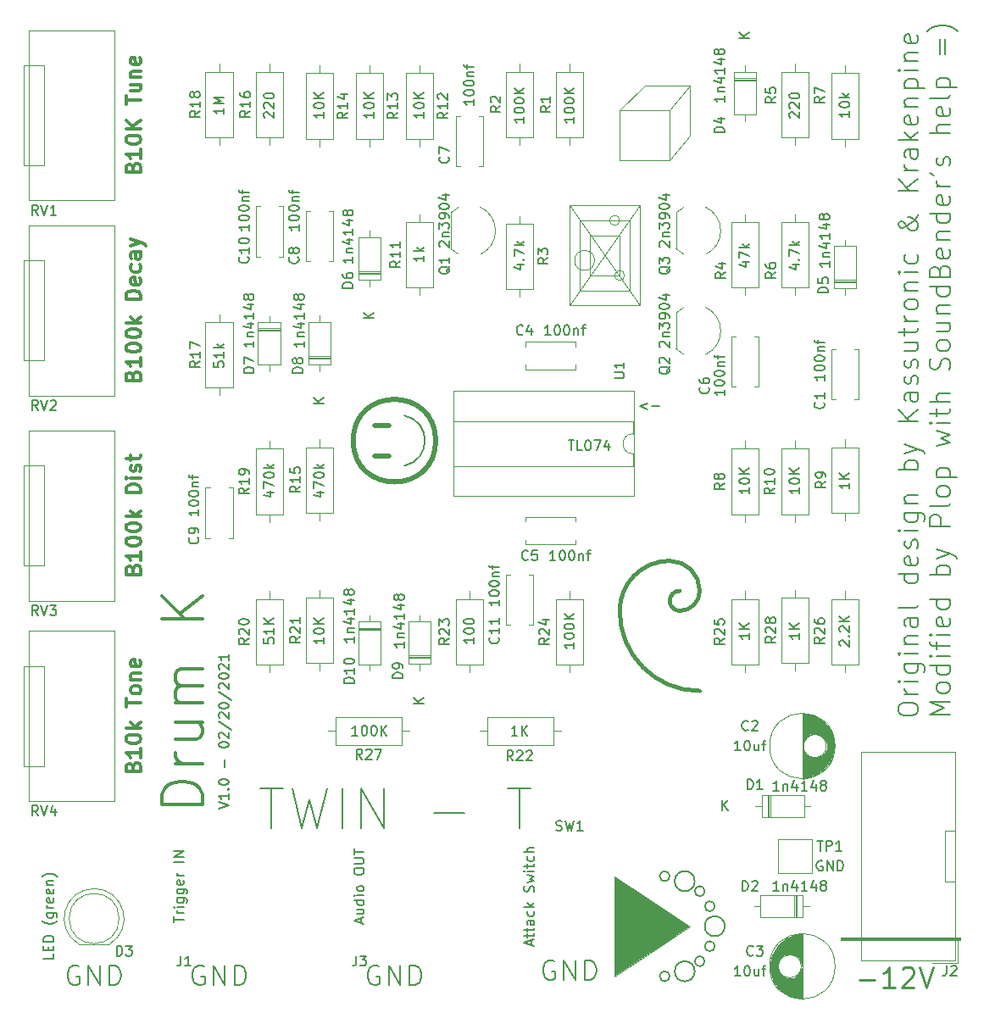
<source format=gto>
G04 #@! TF.GenerationSoftware,KiCad,Pcbnew,5.1.5+dfsg1-2build2*
G04 #@! TF.CreationDate,2021-02-03T14:21:51+01:00*
G04 #@! TF.ProjectId,Drum-k,4472756d-2d6b-42e6-9b69-6361645f7063,rev?*
G04 #@! TF.SameCoordinates,Original*
G04 #@! TF.FileFunction,Legend,Top*
G04 #@! TF.FilePolarity,Positive*
%FSLAX46Y46*%
G04 Gerber Fmt 4.6, Leading zero omitted, Abs format (unit mm)*
G04 Created by KiCad (PCBNEW 5.1.5+dfsg1-2build2) date 2021-02-03 14:21:51*
%MOMM*%
%LPD*%
G04 APERTURE LIST*
%ADD10C,0.150000*%
%ADD11C,0.400000*%
%ADD12C,0.120000*%
%ADD13C,0.200000*%
%ADD14C,0.100000*%
%ADD15C,0.500000*%
%ADD16C,0.300000*%
%ADD17C,0.250000*%
G04 APERTURE END LIST*
D10*
X79076190Y-113209523D02*
X81361904Y-113209523D01*
X80219047Y-117209523D02*
X80219047Y-113209523D01*
X82314285Y-113209523D02*
X83266666Y-117209523D01*
X84028571Y-114352380D01*
X84790476Y-117209523D01*
X85742857Y-113209523D01*
X87266666Y-117209523D02*
X87266666Y-113209523D01*
X89171428Y-117209523D02*
X89171428Y-113209523D01*
X91457142Y-117209523D01*
X91457142Y-113209523D01*
X96409523Y-115685714D02*
X99457142Y-115685714D01*
X103838095Y-113209523D02*
X106123809Y-113209523D01*
X104980952Y-117209523D02*
X104980952Y-113209523D01*
D11*
X123000000Y-103500000D02*
G75*
G02X115000000Y-95500000I0J8000000D01*
G01*
X115000000Y-95500000D02*
G75*
G02X120000000Y-90500000I5000000J0D01*
G01*
X120000000Y-90500000D02*
G75*
G02X123000000Y-93500000I0J-3000000D01*
G01*
X123000000Y-93500000D02*
G75*
G02X121000000Y-95500000I-2000000J0D01*
G01*
X121000000Y-95500000D02*
G75*
G02X120000000Y-94500000I0J1000000D01*
G01*
X120000000Y-94500000D02*
G75*
G02X121000000Y-93500000I1000000J0D01*
G01*
D12*
X115500000Y-62000000D02*
G75*
G03X115500000Y-62000000I-500000J0D01*
G01*
X112500000Y-60500000D02*
G75*
G03X112500000Y-60500000I-1000000J0D01*
G01*
X115000000Y-56500000D02*
G75*
G03X115000000Y-56500000I-500000J0D01*
G01*
X115000000Y-62000000D02*
X115000000Y-58000000D01*
X112000000Y-62000000D02*
X115000000Y-62000000D01*
X112000000Y-58000000D02*
X112000000Y-62000000D01*
X115000000Y-58000000D02*
X112000000Y-58000000D01*
X116000000Y-63500000D02*
X116000000Y-56500000D01*
X111000000Y-63500000D02*
X116000000Y-63500000D01*
X111000000Y-56500000D02*
X111000000Y-63500000D01*
X116000000Y-56500000D02*
X111000000Y-56500000D01*
X110000000Y-65000000D02*
X117000000Y-55000000D01*
X110000000Y-55000000D02*
X117000000Y-65000000D01*
X110000000Y-55000000D02*
X110000000Y-65000000D01*
X117000000Y-55000000D02*
X110000000Y-55000000D01*
X117000000Y-65000000D02*
X117000000Y-55000000D01*
X110000000Y-65000000D02*
X117000000Y-65000000D01*
X117500000Y-43000000D02*
X115000000Y-45500000D01*
X122000000Y-43000000D02*
X117500000Y-43000000D01*
X122000000Y-48000000D02*
X120000000Y-50500000D01*
X122000000Y-43000000D02*
X122000000Y-48000000D01*
X120000000Y-45500000D02*
X122000000Y-43000000D01*
X120000000Y-50500000D02*
X120000000Y-45500000D01*
X115000000Y-50500000D02*
X120000000Y-50500000D01*
X115000000Y-45500000D02*
X115000000Y-50500000D01*
X120000000Y-45500000D02*
X115000000Y-45500000D01*
D13*
X122500000Y-122500000D02*
G75*
G03X122500000Y-122500000I-1000000J0D01*
G01*
X122500000Y-131500000D02*
G75*
G03X122500000Y-131500000I-1000000J0D01*
G01*
X120000000Y-132000000D02*
G75*
G03X120000000Y-132000000I-500000J0D01*
G01*
X123500000Y-130500000D02*
G75*
G03X123500000Y-130500000I-500000J0D01*
G01*
X124500000Y-129000000D02*
G75*
G03X124500000Y-129000000I-500000J0D01*
G01*
X125500000Y-127000000D02*
G75*
G03X125500000Y-127000000I-1000000J0D01*
G01*
X124500000Y-125000000D02*
G75*
G03X124500000Y-125000000I-500000J0D01*
G01*
X123500000Y-123500000D02*
G75*
G03X123500000Y-123500000I-500000J0D01*
G01*
X120000000Y-122000000D02*
G75*
G03X120000000Y-122000000I-500000J0D01*
G01*
D14*
G36*
X122000000Y-127000000D02*
G01*
X114500000Y-132000000D01*
X114500000Y-122000000D01*
X122000000Y-127000000D01*
G37*
X122000000Y-127000000D02*
X114500000Y-132000000D01*
X114500000Y-122000000D01*
X122000000Y-127000000D01*
D13*
X93499134Y-75999828D02*
G75*
G02X93499999Y-80999999I-499134J-2500172D01*
G01*
D15*
X90500000Y-77000000D02*
X92000000Y-77000000D01*
X90500000Y-80000000D02*
X92000000Y-80000000D01*
X96623106Y-78500000D02*
G75*
G03X96623106Y-78500000I-4123106J0D01*
G01*
D13*
X60976190Y-131000000D02*
X60785714Y-130904761D01*
X60500000Y-130904761D01*
X60214285Y-131000000D01*
X60023809Y-131190476D01*
X59928571Y-131380952D01*
X59833333Y-131761904D01*
X59833333Y-132047619D01*
X59928571Y-132428571D01*
X60023809Y-132619047D01*
X60214285Y-132809523D01*
X60500000Y-132904761D01*
X60690476Y-132904761D01*
X60976190Y-132809523D01*
X61071428Y-132714285D01*
X61071428Y-132047619D01*
X60690476Y-132047619D01*
X61928571Y-132904761D02*
X61928571Y-130904761D01*
X63071428Y-132904761D01*
X63071428Y-130904761D01*
X64023809Y-132904761D02*
X64023809Y-130904761D01*
X64500000Y-130904761D01*
X64785714Y-131000000D01*
X64976190Y-131190476D01*
X65071428Y-131380952D01*
X65166666Y-131761904D01*
X65166666Y-132047619D01*
X65071428Y-132428571D01*
X64976190Y-132619047D01*
X64785714Y-132809523D01*
X64500000Y-132904761D01*
X64023809Y-132904761D01*
X108476190Y-130500000D02*
X108285714Y-130404761D01*
X108000000Y-130404761D01*
X107714285Y-130500000D01*
X107523809Y-130690476D01*
X107428571Y-130880952D01*
X107333333Y-131261904D01*
X107333333Y-131547619D01*
X107428571Y-131928571D01*
X107523809Y-132119047D01*
X107714285Y-132309523D01*
X108000000Y-132404761D01*
X108190476Y-132404761D01*
X108476190Y-132309523D01*
X108571428Y-132214285D01*
X108571428Y-131547619D01*
X108190476Y-131547619D01*
X109428571Y-132404761D02*
X109428571Y-130404761D01*
X110571428Y-132404761D01*
X110571428Y-130404761D01*
X111523809Y-132404761D02*
X111523809Y-130404761D01*
X112000000Y-130404761D01*
X112285714Y-130500000D01*
X112476190Y-130690476D01*
X112571428Y-130880952D01*
X112666666Y-131261904D01*
X112666666Y-131547619D01*
X112571428Y-131928571D01*
X112476190Y-132119047D01*
X112285714Y-132309523D01*
X112000000Y-132404761D01*
X111523809Y-132404761D01*
X90976190Y-131000000D02*
X90785714Y-130904761D01*
X90500000Y-130904761D01*
X90214285Y-131000000D01*
X90023809Y-131190476D01*
X89928571Y-131380952D01*
X89833333Y-131761904D01*
X89833333Y-132047619D01*
X89928571Y-132428571D01*
X90023809Y-132619047D01*
X90214285Y-132809523D01*
X90500000Y-132904761D01*
X90690476Y-132904761D01*
X90976190Y-132809523D01*
X91071428Y-132714285D01*
X91071428Y-132047619D01*
X90690476Y-132047619D01*
X91928571Y-132904761D02*
X91928571Y-130904761D01*
X93071428Y-132904761D01*
X93071428Y-130904761D01*
X94023809Y-132904761D02*
X94023809Y-130904761D01*
X94500000Y-130904761D01*
X94785714Y-131000000D01*
X94976190Y-131190476D01*
X95071428Y-131380952D01*
X95166666Y-131761904D01*
X95166666Y-132047619D01*
X95071428Y-132428571D01*
X94976190Y-132619047D01*
X94785714Y-132809523D01*
X94500000Y-132904761D01*
X94023809Y-132904761D01*
X73476190Y-131000000D02*
X73285714Y-130904761D01*
X73000000Y-130904761D01*
X72714285Y-131000000D01*
X72523809Y-131190476D01*
X72428571Y-131380952D01*
X72333333Y-131761904D01*
X72333333Y-132047619D01*
X72428571Y-132428571D01*
X72523809Y-132619047D01*
X72714285Y-132809523D01*
X73000000Y-132904761D01*
X73190476Y-132904761D01*
X73476190Y-132809523D01*
X73571428Y-132714285D01*
X73571428Y-132047619D01*
X73190476Y-132047619D01*
X74428571Y-132904761D02*
X74428571Y-130904761D01*
X75571428Y-132904761D01*
X75571428Y-130904761D01*
X76523809Y-132904761D02*
X76523809Y-130904761D01*
X77000000Y-130904761D01*
X77285714Y-131000000D01*
X77476190Y-131190476D01*
X77571428Y-131380952D01*
X77666666Y-131761904D01*
X77666666Y-132047619D01*
X77571428Y-132428571D01*
X77476190Y-132619047D01*
X77285714Y-132809523D01*
X77000000Y-132904761D01*
X76523809Y-132904761D01*
D10*
X130928571Y-113452380D02*
X130357142Y-113452380D01*
X130642857Y-113452380D02*
X130642857Y-112452380D01*
X130547619Y-112595238D01*
X130452380Y-112690476D01*
X130357142Y-112738095D01*
X131357142Y-112785714D02*
X131357142Y-113452380D01*
X131357142Y-112880952D02*
X131404761Y-112833333D01*
X131500000Y-112785714D01*
X131642857Y-112785714D01*
X131738095Y-112833333D01*
X131785714Y-112928571D01*
X131785714Y-113452380D01*
X132690476Y-112785714D02*
X132690476Y-113452380D01*
X132452380Y-112404761D02*
X132214285Y-113119047D01*
X132833333Y-113119047D01*
X133738095Y-113452380D02*
X133166666Y-113452380D01*
X133452380Y-113452380D02*
X133452380Y-112452380D01*
X133357142Y-112595238D01*
X133261904Y-112690476D01*
X133166666Y-112738095D01*
X134595238Y-112785714D02*
X134595238Y-113452380D01*
X134357142Y-112404761D02*
X134119047Y-113119047D01*
X134738095Y-113119047D01*
X135261904Y-112880952D02*
X135166666Y-112833333D01*
X135119047Y-112785714D01*
X135071428Y-112690476D01*
X135071428Y-112642857D01*
X135119047Y-112547619D01*
X135166666Y-112500000D01*
X135261904Y-112452380D01*
X135452380Y-112452380D01*
X135547619Y-112500000D01*
X135595238Y-112547619D01*
X135642857Y-112642857D01*
X135642857Y-112690476D01*
X135595238Y-112785714D01*
X135547619Y-112833333D01*
X135452380Y-112880952D01*
X135261904Y-112880952D01*
X135166666Y-112928571D01*
X135119047Y-112976190D01*
X135071428Y-113071428D01*
X135071428Y-113261904D01*
X135119047Y-113357142D01*
X135166666Y-113404761D01*
X135261904Y-113452380D01*
X135452380Y-113452380D01*
X135547619Y-113404761D01*
X135595238Y-113357142D01*
X135642857Y-113261904D01*
X135642857Y-113071428D01*
X135595238Y-112976190D01*
X135547619Y-112928571D01*
X135452380Y-112880952D01*
X130928571Y-123452380D02*
X130357142Y-123452380D01*
X130642857Y-123452380D02*
X130642857Y-122452380D01*
X130547619Y-122595238D01*
X130452380Y-122690476D01*
X130357142Y-122738095D01*
X131357142Y-122785714D02*
X131357142Y-123452380D01*
X131357142Y-122880952D02*
X131404761Y-122833333D01*
X131500000Y-122785714D01*
X131642857Y-122785714D01*
X131738095Y-122833333D01*
X131785714Y-122928571D01*
X131785714Y-123452380D01*
X132690476Y-122785714D02*
X132690476Y-123452380D01*
X132452380Y-122404761D02*
X132214285Y-123119047D01*
X132833333Y-123119047D01*
X133738095Y-123452380D02*
X133166666Y-123452380D01*
X133452380Y-123452380D02*
X133452380Y-122452380D01*
X133357142Y-122595238D01*
X133261904Y-122690476D01*
X133166666Y-122738095D01*
X134595238Y-122785714D02*
X134595238Y-123452380D01*
X134357142Y-122404761D02*
X134119047Y-123119047D01*
X134738095Y-123119047D01*
X135261904Y-122880952D02*
X135166666Y-122833333D01*
X135119047Y-122785714D01*
X135071428Y-122690476D01*
X135071428Y-122642857D01*
X135119047Y-122547619D01*
X135166666Y-122500000D01*
X135261904Y-122452380D01*
X135452380Y-122452380D01*
X135547619Y-122500000D01*
X135595238Y-122547619D01*
X135642857Y-122642857D01*
X135642857Y-122690476D01*
X135595238Y-122785714D01*
X135547619Y-122833333D01*
X135452380Y-122880952D01*
X135261904Y-122880952D01*
X135166666Y-122928571D01*
X135119047Y-122976190D01*
X135071428Y-123071428D01*
X135071428Y-123261904D01*
X135119047Y-123357142D01*
X135166666Y-123404761D01*
X135261904Y-123452380D01*
X135452380Y-123452380D01*
X135547619Y-123404761D01*
X135595238Y-123357142D01*
X135642857Y-123261904D01*
X135642857Y-123071428D01*
X135595238Y-122976190D01*
X135547619Y-122928571D01*
X135452380Y-122880952D01*
X127071428Y-131952380D02*
X126500000Y-131952380D01*
X126785714Y-131952380D02*
X126785714Y-130952380D01*
X126690476Y-131095238D01*
X126595238Y-131190476D01*
X126500000Y-131238095D01*
X127690476Y-130952380D02*
X127785714Y-130952380D01*
X127880952Y-131000000D01*
X127928571Y-131047619D01*
X127976190Y-131142857D01*
X128023809Y-131333333D01*
X128023809Y-131571428D01*
X127976190Y-131761904D01*
X127928571Y-131857142D01*
X127880952Y-131904761D01*
X127785714Y-131952380D01*
X127690476Y-131952380D01*
X127595238Y-131904761D01*
X127547619Y-131857142D01*
X127500000Y-131761904D01*
X127452380Y-131571428D01*
X127452380Y-131333333D01*
X127500000Y-131142857D01*
X127547619Y-131047619D01*
X127595238Y-131000000D01*
X127690476Y-130952380D01*
X128880952Y-131285714D02*
X128880952Y-131952380D01*
X128452380Y-131285714D02*
X128452380Y-131809523D01*
X128500000Y-131904761D01*
X128595238Y-131952380D01*
X128738095Y-131952380D01*
X128833333Y-131904761D01*
X128880952Y-131857142D01*
X129214285Y-131285714D02*
X129595238Y-131285714D01*
X129357142Y-131952380D02*
X129357142Y-131095238D01*
X129404761Y-131000000D01*
X129500000Y-130952380D01*
X129595238Y-130952380D01*
X127071428Y-109452380D02*
X126500000Y-109452380D01*
X126785714Y-109452380D02*
X126785714Y-108452380D01*
X126690476Y-108595238D01*
X126595238Y-108690476D01*
X126500000Y-108738095D01*
X127690476Y-108452380D02*
X127785714Y-108452380D01*
X127880952Y-108500000D01*
X127928571Y-108547619D01*
X127976190Y-108642857D01*
X128023809Y-108833333D01*
X128023809Y-109071428D01*
X127976190Y-109261904D01*
X127928571Y-109357142D01*
X127880952Y-109404761D01*
X127785714Y-109452380D01*
X127690476Y-109452380D01*
X127595238Y-109404761D01*
X127547619Y-109357142D01*
X127500000Y-109261904D01*
X127452380Y-109071428D01*
X127452380Y-108833333D01*
X127500000Y-108642857D01*
X127547619Y-108547619D01*
X127595238Y-108500000D01*
X127690476Y-108452380D01*
X128880952Y-108785714D02*
X128880952Y-109452380D01*
X128452380Y-108785714D02*
X128452380Y-109309523D01*
X128500000Y-109404761D01*
X128595238Y-109452380D01*
X128738095Y-109452380D01*
X128833333Y-109404761D01*
X128880952Y-109357142D01*
X129214285Y-108785714D02*
X129595238Y-108785714D01*
X129357142Y-109452380D02*
X129357142Y-108595238D01*
X129404761Y-108500000D01*
X129500000Y-108452380D01*
X129595238Y-108452380D01*
X100452380Y-44404761D02*
X100452380Y-44976190D01*
X100452380Y-44690476D02*
X99452380Y-44690476D01*
X99595238Y-44785714D01*
X99690476Y-44880952D01*
X99738095Y-44976190D01*
X99452380Y-43785714D02*
X99452380Y-43690476D01*
X99500000Y-43595238D01*
X99547619Y-43547619D01*
X99642857Y-43500000D01*
X99833333Y-43452380D01*
X100071428Y-43452380D01*
X100261904Y-43500000D01*
X100357142Y-43547619D01*
X100404761Y-43595238D01*
X100452380Y-43690476D01*
X100452380Y-43785714D01*
X100404761Y-43880952D01*
X100357142Y-43928571D01*
X100261904Y-43976190D01*
X100071428Y-44023809D01*
X99833333Y-44023809D01*
X99642857Y-43976190D01*
X99547619Y-43928571D01*
X99500000Y-43880952D01*
X99452380Y-43785714D01*
X99452380Y-42833333D02*
X99452380Y-42738095D01*
X99500000Y-42642857D01*
X99547619Y-42595238D01*
X99642857Y-42547619D01*
X99833333Y-42500000D01*
X100071428Y-42500000D01*
X100261904Y-42547619D01*
X100357142Y-42595238D01*
X100404761Y-42642857D01*
X100452380Y-42738095D01*
X100452380Y-42833333D01*
X100404761Y-42928571D01*
X100357142Y-42976190D01*
X100261904Y-43023809D01*
X100071428Y-43071428D01*
X99833333Y-43071428D01*
X99642857Y-43023809D01*
X99547619Y-42976190D01*
X99500000Y-42928571D01*
X99452380Y-42833333D01*
X99785714Y-42071428D02*
X100452380Y-42071428D01*
X99880952Y-42071428D02*
X99833333Y-42023809D01*
X99785714Y-41928571D01*
X99785714Y-41785714D01*
X99833333Y-41690476D01*
X99928571Y-41642857D01*
X100452380Y-41642857D01*
X99785714Y-41309523D02*
X99785714Y-40928571D01*
X100452380Y-41166666D02*
X99595238Y-41166666D01*
X99500000Y-41119047D01*
X99452380Y-41023809D01*
X99452380Y-40928571D01*
X137952380Y-82714285D02*
X137952380Y-83285714D01*
X137952380Y-83000000D02*
X136952380Y-83000000D01*
X137095238Y-83095238D01*
X137190476Y-83190476D01*
X137238095Y-83285714D01*
X137952380Y-82285714D02*
X136952380Y-82285714D01*
X137952380Y-81714285D02*
X137380952Y-82142857D01*
X136952380Y-81714285D02*
X137523809Y-82285714D01*
X132952380Y-83190476D02*
X132952380Y-83761904D01*
X132952380Y-83476190D02*
X131952380Y-83476190D01*
X132095238Y-83571428D01*
X132190476Y-83666666D01*
X132238095Y-83761904D01*
X131952380Y-82571428D02*
X131952380Y-82476190D01*
X132000000Y-82380952D01*
X132047619Y-82333333D01*
X132142857Y-82285714D01*
X132333333Y-82238095D01*
X132571428Y-82238095D01*
X132761904Y-82285714D01*
X132857142Y-82333333D01*
X132904761Y-82380952D01*
X132952380Y-82476190D01*
X132952380Y-82571428D01*
X132904761Y-82666666D01*
X132857142Y-82714285D01*
X132761904Y-82761904D01*
X132571428Y-82809523D01*
X132333333Y-82809523D01*
X132142857Y-82761904D01*
X132047619Y-82714285D01*
X132000000Y-82666666D01*
X131952380Y-82571428D01*
X132952380Y-81809523D02*
X131952380Y-81809523D01*
X132952380Y-81238095D02*
X132380952Y-81666666D01*
X131952380Y-81238095D02*
X132523809Y-81809523D01*
X127952380Y-83190476D02*
X127952380Y-83761904D01*
X127952380Y-83476190D02*
X126952380Y-83476190D01*
X127095238Y-83571428D01*
X127190476Y-83666666D01*
X127238095Y-83761904D01*
X126952380Y-82571428D02*
X126952380Y-82476190D01*
X127000000Y-82380952D01*
X127047619Y-82333333D01*
X127142857Y-82285714D01*
X127333333Y-82238095D01*
X127571428Y-82238095D01*
X127761904Y-82285714D01*
X127857142Y-82333333D01*
X127904761Y-82380952D01*
X127952380Y-82476190D01*
X127952380Y-82571428D01*
X127904761Y-82666666D01*
X127857142Y-82714285D01*
X127761904Y-82761904D01*
X127571428Y-82809523D01*
X127333333Y-82809523D01*
X127142857Y-82761904D01*
X127047619Y-82714285D01*
X127000000Y-82666666D01*
X126952380Y-82571428D01*
X127952380Y-81809523D02*
X126952380Y-81809523D01*
X127952380Y-81238095D02*
X127380952Y-81666666D01*
X126952380Y-81238095D02*
X127523809Y-81809523D01*
X137047619Y-99000000D02*
X137000000Y-98952380D01*
X136952380Y-98857142D01*
X136952380Y-98619047D01*
X137000000Y-98523809D01*
X137047619Y-98476190D01*
X137142857Y-98428571D01*
X137238095Y-98428571D01*
X137380952Y-98476190D01*
X137952380Y-99047619D01*
X137952380Y-98428571D01*
X137857142Y-98000000D02*
X137904761Y-97952380D01*
X137952380Y-98000000D01*
X137904761Y-98047619D01*
X137857142Y-98000000D01*
X137952380Y-98000000D01*
X137047619Y-97571428D02*
X137000000Y-97523809D01*
X136952380Y-97428571D01*
X136952380Y-97190476D01*
X137000000Y-97095238D01*
X137047619Y-97047619D01*
X137142857Y-97000000D01*
X137238095Y-97000000D01*
X137380952Y-97047619D01*
X137952380Y-97619047D01*
X137952380Y-97000000D01*
X137952380Y-96571428D02*
X136952380Y-96571428D01*
X137952380Y-96000000D02*
X137380952Y-96428571D01*
X136952380Y-96000000D02*
X137523809Y-96571428D01*
X132952380Y-97714285D02*
X132952380Y-98285714D01*
X132952380Y-98000000D02*
X131952380Y-98000000D01*
X132095238Y-98095238D01*
X132190476Y-98190476D01*
X132238095Y-98285714D01*
X132952380Y-97285714D02*
X131952380Y-97285714D01*
X132952380Y-96714285D02*
X132380952Y-97142857D01*
X131952380Y-96714285D02*
X132523809Y-97285714D01*
X127952380Y-97714285D02*
X127952380Y-98285714D01*
X127952380Y-98000000D02*
X126952380Y-98000000D01*
X127095238Y-98095238D01*
X127190476Y-98190476D01*
X127238095Y-98285714D01*
X127952380Y-97285714D02*
X126952380Y-97285714D01*
X127952380Y-96714285D02*
X127380952Y-97142857D01*
X126952380Y-96714285D02*
X127523809Y-97285714D01*
X110452380Y-98666666D02*
X110452380Y-99238095D01*
X110452380Y-98952380D02*
X109452380Y-98952380D01*
X109595238Y-99047619D01*
X109690476Y-99142857D01*
X109738095Y-99238095D01*
X109452380Y-98047619D02*
X109452380Y-97952380D01*
X109500000Y-97857142D01*
X109547619Y-97809523D01*
X109642857Y-97761904D01*
X109833333Y-97714285D01*
X110071428Y-97714285D01*
X110261904Y-97761904D01*
X110357142Y-97809523D01*
X110404761Y-97857142D01*
X110452380Y-97952380D01*
X110452380Y-98047619D01*
X110404761Y-98142857D01*
X110357142Y-98190476D01*
X110261904Y-98238095D01*
X110071428Y-98285714D01*
X109833333Y-98285714D01*
X109642857Y-98238095D01*
X109547619Y-98190476D01*
X109500000Y-98142857D01*
X109452380Y-98047619D01*
X109452380Y-97095238D02*
X109452380Y-97000000D01*
X109500000Y-96904761D01*
X109547619Y-96857142D01*
X109642857Y-96809523D01*
X109833333Y-96761904D01*
X110071428Y-96761904D01*
X110261904Y-96809523D01*
X110357142Y-96857142D01*
X110404761Y-96904761D01*
X110452380Y-97000000D01*
X110452380Y-97095238D01*
X110404761Y-97190476D01*
X110357142Y-97238095D01*
X110261904Y-97285714D01*
X110071428Y-97333333D01*
X109833333Y-97333333D01*
X109642857Y-97285714D01*
X109547619Y-97238095D01*
X109500000Y-97190476D01*
X109452380Y-97095238D01*
X110452380Y-96333333D02*
X109452380Y-96333333D01*
X110452380Y-95761904D02*
X109880952Y-96190476D01*
X109452380Y-95761904D02*
X110023809Y-96333333D01*
X100452380Y-98166666D02*
X100452380Y-98738095D01*
X100452380Y-98452380D02*
X99452380Y-98452380D01*
X99595238Y-98547619D01*
X99690476Y-98642857D01*
X99738095Y-98738095D01*
X99452380Y-97547619D02*
X99452380Y-97452380D01*
X99500000Y-97357142D01*
X99547619Y-97309523D01*
X99642857Y-97261904D01*
X99833333Y-97214285D01*
X100071428Y-97214285D01*
X100261904Y-97261904D01*
X100357142Y-97309523D01*
X100404761Y-97357142D01*
X100452380Y-97452380D01*
X100452380Y-97547619D01*
X100404761Y-97642857D01*
X100357142Y-97690476D01*
X100261904Y-97738095D01*
X100071428Y-97785714D01*
X99833333Y-97785714D01*
X99642857Y-97738095D01*
X99547619Y-97690476D01*
X99500000Y-97642857D01*
X99452380Y-97547619D01*
X99452380Y-96595238D02*
X99452380Y-96500000D01*
X99500000Y-96404761D01*
X99547619Y-96357142D01*
X99642857Y-96309523D01*
X99833333Y-96261904D01*
X100071428Y-96261904D01*
X100261904Y-96309523D01*
X100357142Y-96357142D01*
X100404761Y-96404761D01*
X100452380Y-96500000D01*
X100452380Y-96595238D01*
X100404761Y-96690476D01*
X100357142Y-96738095D01*
X100261904Y-96785714D01*
X100071428Y-96833333D01*
X99833333Y-96833333D01*
X99642857Y-96785714D01*
X99547619Y-96738095D01*
X99500000Y-96690476D01*
X99452380Y-96595238D01*
X88452380Y-98071428D02*
X88452380Y-98642857D01*
X88452380Y-98357142D02*
X87452380Y-98357142D01*
X87595238Y-98452380D01*
X87690476Y-98547619D01*
X87738095Y-98642857D01*
X87785714Y-97642857D02*
X88452380Y-97642857D01*
X87880952Y-97642857D02*
X87833333Y-97595238D01*
X87785714Y-97500000D01*
X87785714Y-97357142D01*
X87833333Y-97261904D01*
X87928571Y-97214285D01*
X88452380Y-97214285D01*
X87785714Y-96309523D02*
X88452380Y-96309523D01*
X87404761Y-96547619D02*
X88119047Y-96785714D01*
X88119047Y-96166666D01*
X88452380Y-95261904D02*
X88452380Y-95833333D01*
X88452380Y-95547619D02*
X87452380Y-95547619D01*
X87595238Y-95642857D01*
X87690476Y-95738095D01*
X87738095Y-95833333D01*
X87785714Y-94404761D02*
X88452380Y-94404761D01*
X87404761Y-94642857D02*
X88119047Y-94880952D01*
X88119047Y-94261904D01*
X87880952Y-93738095D02*
X87833333Y-93833333D01*
X87785714Y-93880952D01*
X87690476Y-93928571D01*
X87642857Y-93928571D01*
X87547619Y-93880952D01*
X87500000Y-93833333D01*
X87452380Y-93738095D01*
X87452380Y-93547619D01*
X87500000Y-93452380D01*
X87547619Y-93404761D01*
X87642857Y-93357142D01*
X87690476Y-93357142D01*
X87785714Y-93404761D01*
X87833333Y-93452380D01*
X87880952Y-93547619D01*
X87880952Y-93738095D01*
X87928571Y-93833333D01*
X87976190Y-93880952D01*
X88071428Y-93928571D01*
X88261904Y-93928571D01*
X88357142Y-93880952D01*
X88404761Y-93833333D01*
X88452380Y-93738095D01*
X88452380Y-93547619D01*
X88404761Y-93452380D01*
X88357142Y-93404761D01*
X88261904Y-93357142D01*
X88071428Y-93357142D01*
X87976190Y-93404761D01*
X87928571Y-93452380D01*
X87880952Y-93547619D01*
X93452380Y-98571428D02*
X93452380Y-99142857D01*
X93452380Y-98857142D02*
X92452380Y-98857142D01*
X92595238Y-98952380D01*
X92690476Y-99047619D01*
X92738095Y-99142857D01*
X92785714Y-98142857D02*
X93452380Y-98142857D01*
X92880952Y-98142857D02*
X92833333Y-98095238D01*
X92785714Y-98000000D01*
X92785714Y-97857142D01*
X92833333Y-97761904D01*
X92928571Y-97714285D01*
X93452380Y-97714285D01*
X92785714Y-96809523D02*
X93452380Y-96809523D01*
X92404761Y-97047619D02*
X93119047Y-97285714D01*
X93119047Y-96666666D01*
X93452380Y-95761904D02*
X93452380Y-96333333D01*
X93452380Y-96047619D02*
X92452380Y-96047619D01*
X92595238Y-96142857D01*
X92690476Y-96238095D01*
X92738095Y-96333333D01*
X92785714Y-94904761D02*
X93452380Y-94904761D01*
X92404761Y-95142857D02*
X93119047Y-95380952D01*
X93119047Y-94761904D01*
X92880952Y-94238095D02*
X92833333Y-94333333D01*
X92785714Y-94380952D01*
X92690476Y-94428571D01*
X92642857Y-94428571D01*
X92547619Y-94380952D01*
X92500000Y-94333333D01*
X92452380Y-94238095D01*
X92452380Y-94047619D01*
X92500000Y-93952380D01*
X92547619Y-93904761D01*
X92642857Y-93857142D01*
X92690476Y-93857142D01*
X92785714Y-93904761D01*
X92833333Y-93952380D01*
X92880952Y-94047619D01*
X92880952Y-94238095D01*
X92928571Y-94333333D01*
X92976190Y-94380952D01*
X93071428Y-94428571D01*
X93261904Y-94428571D01*
X93357142Y-94380952D01*
X93404761Y-94333333D01*
X93452380Y-94238095D01*
X93452380Y-94047619D01*
X93404761Y-93952380D01*
X93357142Y-93904761D01*
X93261904Y-93857142D01*
X93071428Y-93857142D01*
X92976190Y-93904761D01*
X92928571Y-93952380D01*
X92880952Y-94047619D01*
X102952380Y-94404761D02*
X102952380Y-94976190D01*
X102952380Y-94690476D02*
X101952380Y-94690476D01*
X102095238Y-94785714D01*
X102190476Y-94880952D01*
X102238095Y-94976190D01*
X101952380Y-93785714D02*
X101952380Y-93690476D01*
X102000000Y-93595238D01*
X102047619Y-93547619D01*
X102142857Y-93500000D01*
X102333333Y-93452380D01*
X102571428Y-93452380D01*
X102761904Y-93500000D01*
X102857142Y-93547619D01*
X102904761Y-93595238D01*
X102952380Y-93690476D01*
X102952380Y-93785714D01*
X102904761Y-93880952D01*
X102857142Y-93928571D01*
X102761904Y-93976190D01*
X102571428Y-94023809D01*
X102333333Y-94023809D01*
X102142857Y-93976190D01*
X102047619Y-93928571D01*
X102000000Y-93880952D01*
X101952380Y-93785714D01*
X101952380Y-92833333D02*
X101952380Y-92738095D01*
X102000000Y-92642857D01*
X102047619Y-92595238D01*
X102142857Y-92547619D01*
X102333333Y-92500000D01*
X102571428Y-92500000D01*
X102761904Y-92547619D01*
X102857142Y-92595238D01*
X102904761Y-92642857D01*
X102952380Y-92738095D01*
X102952380Y-92833333D01*
X102904761Y-92928571D01*
X102857142Y-92976190D01*
X102761904Y-93023809D01*
X102571428Y-93071428D01*
X102333333Y-93071428D01*
X102142857Y-93023809D01*
X102047619Y-92976190D01*
X102000000Y-92928571D01*
X101952380Y-92833333D01*
X102285714Y-92071428D02*
X102952380Y-92071428D01*
X102380952Y-92071428D02*
X102333333Y-92023809D01*
X102285714Y-91928571D01*
X102285714Y-91785714D01*
X102333333Y-91690476D01*
X102428571Y-91642857D01*
X102952380Y-91642857D01*
X102285714Y-91309523D02*
X102285714Y-90928571D01*
X102952380Y-91166666D02*
X102095238Y-91166666D01*
X102000000Y-91119047D01*
X101952380Y-91023809D01*
X101952380Y-90928571D01*
X85452380Y-98190476D02*
X85452380Y-98761904D01*
X85452380Y-98476190D02*
X84452380Y-98476190D01*
X84595238Y-98571428D01*
X84690476Y-98666666D01*
X84738095Y-98761904D01*
X84452380Y-97571428D02*
X84452380Y-97476190D01*
X84500000Y-97380952D01*
X84547619Y-97333333D01*
X84642857Y-97285714D01*
X84833333Y-97238095D01*
X85071428Y-97238095D01*
X85261904Y-97285714D01*
X85357142Y-97333333D01*
X85404761Y-97380952D01*
X85452380Y-97476190D01*
X85452380Y-97571428D01*
X85404761Y-97666666D01*
X85357142Y-97714285D01*
X85261904Y-97761904D01*
X85071428Y-97809523D01*
X84833333Y-97809523D01*
X84642857Y-97761904D01*
X84547619Y-97714285D01*
X84500000Y-97666666D01*
X84452380Y-97571428D01*
X85452380Y-96809523D02*
X84452380Y-96809523D01*
X85452380Y-96238095D02*
X84880952Y-96666666D01*
X84452380Y-96238095D02*
X85023809Y-96809523D01*
X79452380Y-98238095D02*
X79452380Y-98714285D01*
X79928571Y-98761904D01*
X79880952Y-98714285D01*
X79833333Y-98619047D01*
X79833333Y-98380952D01*
X79880952Y-98285714D01*
X79928571Y-98238095D01*
X80023809Y-98190476D01*
X80261904Y-98190476D01*
X80357142Y-98238095D01*
X80404761Y-98285714D01*
X80452380Y-98380952D01*
X80452380Y-98619047D01*
X80404761Y-98714285D01*
X80357142Y-98761904D01*
X80452380Y-97238095D02*
X80452380Y-97809523D01*
X80452380Y-97523809D02*
X79452380Y-97523809D01*
X79595238Y-97619047D01*
X79690476Y-97714285D01*
X79738095Y-97809523D01*
X80452380Y-96809523D02*
X79452380Y-96809523D01*
X80452380Y-96238095D02*
X79880952Y-96666666D01*
X79452380Y-96238095D02*
X80023809Y-96809523D01*
X104785714Y-107952380D02*
X104214285Y-107952380D01*
X104500000Y-107952380D02*
X104500000Y-106952380D01*
X104404761Y-107095238D01*
X104309523Y-107190476D01*
X104214285Y-107238095D01*
X105214285Y-107952380D02*
X105214285Y-106952380D01*
X105785714Y-107952380D02*
X105357142Y-107380952D01*
X105785714Y-106952380D02*
X105214285Y-107523809D01*
X88833333Y-107952380D02*
X88261904Y-107952380D01*
X88547619Y-107952380D02*
X88547619Y-106952380D01*
X88452380Y-107095238D01*
X88357142Y-107190476D01*
X88261904Y-107238095D01*
X89452380Y-106952380D02*
X89547619Y-106952380D01*
X89642857Y-107000000D01*
X89690476Y-107047619D01*
X89738095Y-107142857D01*
X89785714Y-107333333D01*
X89785714Y-107571428D01*
X89738095Y-107761904D01*
X89690476Y-107857142D01*
X89642857Y-107904761D01*
X89547619Y-107952380D01*
X89452380Y-107952380D01*
X89357142Y-107904761D01*
X89309523Y-107857142D01*
X89261904Y-107761904D01*
X89214285Y-107571428D01*
X89214285Y-107333333D01*
X89261904Y-107142857D01*
X89309523Y-107047619D01*
X89357142Y-107000000D01*
X89452380Y-106952380D01*
X90404761Y-106952380D02*
X90500000Y-106952380D01*
X90595238Y-107000000D01*
X90642857Y-107047619D01*
X90690476Y-107142857D01*
X90738095Y-107333333D01*
X90738095Y-107571428D01*
X90690476Y-107761904D01*
X90642857Y-107857142D01*
X90595238Y-107904761D01*
X90500000Y-107952380D01*
X90404761Y-107952380D01*
X90309523Y-107904761D01*
X90261904Y-107857142D01*
X90214285Y-107761904D01*
X90166666Y-107571428D01*
X90166666Y-107333333D01*
X90214285Y-107142857D01*
X90261904Y-107047619D01*
X90309523Y-107000000D01*
X90404761Y-106952380D01*
X91166666Y-107952380D02*
X91166666Y-106952380D01*
X91738095Y-107952380D02*
X91309523Y-107380952D01*
X91738095Y-106952380D02*
X91166666Y-107523809D01*
X125452380Y-73404761D02*
X125452380Y-73976190D01*
X125452380Y-73690476D02*
X124452380Y-73690476D01*
X124595238Y-73785714D01*
X124690476Y-73880952D01*
X124738095Y-73976190D01*
X124452380Y-72785714D02*
X124452380Y-72690476D01*
X124500000Y-72595238D01*
X124547619Y-72547619D01*
X124642857Y-72500000D01*
X124833333Y-72452380D01*
X125071428Y-72452380D01*
X125261904Y-72500000D01*
X125357142Y-72547619D01*
X125404761Y-72595238D01*
X125452380Y-72690476D01*
X125452380Y-72785714D01*
X125404761Y-72880952D01*
X125357142Y-72928571D01*
X125261904Y-72976190D01*
X125071428Y-73023809D01*
X124833333Y-73023809D01*
X124642857Y-72976190D01*
X124547619Y-72928571D01*
X124500000Y-72880952D01*
X124452380Y-72785714D01*
X124452380Y-71833333D02*
X124452380Y-71738095D01*
X124500000Y-71642857D01*
X124547619Y-71595238D01*
X124642857Y-71547619D01*
X124833333Y-71500000D01*
X125071428Y-71500000D01*
X125261904Y-71547619D01*
X125357142Y-71595238D01*
X125404761Y-71642857D01*
X125452380Y-71738095D01*
X125452380Y-71833333D01*
X125404761Y-71928571D01*
X125357142Y-71976190D01*
X125261904Y-72023809D01*
X125071428Y-72071428D01*
X124833333Y-72071428D01*
X124642857Y-72023809D01*
X124547619Y-71976190D01*
X124500000Y-71928571D01*
X124452380Y-71833333D01*
X124785714Y-71071428D02*
X125452380Y-71071428D01*
X124880952Y-71071428D02*
X124833333Y-71023809D01*
X124785714Y-70928571D01*
X124785714Y-70785714D01*
X124833333Y-70690476D01*
X124928571Y-70642857D01*
X125452380Y-70642857D01*
X124785714Y-70309523D02*
X124785714Y-69928571D01*
X125452380Y-70166666D02*
X124595238Y-70166666D01*
X124500000Y-70119047D01*
X124452380Y-70023809D01*
X124452380Y-69928571D01*
X135452380Y-71904761D02*
X135452380Y-72476190D01*
X135452380Y-72190476D02*
X134452380Y-72190476D01*
X134595238Y-72285714D01*
X134690476Y-72380952D01*
X134738095Y-72476190D01*
X134452380Y-71285714D02*
X134452380Y-71190476D01*
X134500000Y-71095238D01*
X134547619Y-71047619D01*
X134642857Y-71000000D01*
X134833333Y-70952380D01*
X135071428Y-70952380D01*
X135261904Y-71000000D01*
X135357142Y-71047619D01*
X135404761Y-71095238D01*
X135452380Y-71190476D01*
X135452380Y-71285714D01*
X135404761Y-71380952D01*
X135357142Y-71428571D01*
X135261904Y-71476190D01*
X135071428Y-71523809D01*
X134833333Y-71523809D01*
X134642857Y-71476190D01*
X134547619Y-71428571D01*
X134500000Y-71380952D01*
X134452380Y-71285714D01*
X134452380Y-70333333D02*
X134452380Y-70238095D01*
X134500000Y-70142857D01*
X134547619Y-70095238D01*
X134642857Y-70047619D01*
X134833333Y-70000000D01*
X135071428Y-70000000D01*
X135261904Y-70047619D01*
X135357142Y-70095238D01*
X135404761Y-70142857D01*
X135452380Y-70238095D01*
X135452380Y-70333333D01*
X135404761Y-70428571D01*
X135357142Y-70476190D01*
X135261904Y-70523809D01*
X135071428Y-70571428D01*
X134833333Y-70571428D01*
X134642857Y-70523809D01*
X134547619Y-70476190D01*
X134500000Y-70428571D01*
X134452380Y-70333333D01*
X134785714Y-69571428D02*
X135452380Y-69571428D01*
X134880952Y-69571428D02*
X134833333Y-69523809D01*
X134785714Y-69428571D01*
X134785714Y-69285714D01*
X134833333Y-69190476D01*
X134928571Y-69142857D01*
X135452380Y-69142857D01*
X134785714Y-68809523D02*
X134785714Y-68428571D01*
X135452380Y-68666666D02*
X134595238Y-68666666D01*
X134500000Y-68619047D01*
X134452380Y-68523809D01*
X134452380Y-68428571D01*
X108095238Y-67952380D02*
X107523809Y-67952380D01*
X107809523Y-67952380D02*
X107809523Y-66952380D01*
X107714285Y-67095238D01*
X107619047Y-67190476D01*
X107523809Y-67238095D01*
X108714285Y-66952380D02*
X108809523Y-66952380D01*
X108904761Y-67000000D01*
X108952380Y-67047619D01*
X109000000Y-67142857D01*
X109047619Y-67333333D01*
X109047619Y-67571428D01*
X109000000Y-67761904D01*
X108952380Y-67857142D01*
X108904761Y-67904761D01*
X108809523Y-67952380D01*
X108714285Y-67952380D01*
X108619047Y-67904761D01*
X108571428Y-67857142D01*
X108523809Y-67761904D01*
X108476190Y-67571428D01*
X108476190Y-67333333D01*
X108523809Y-67142857D01*
X108571428Y-67047619D01*
X108619047Y-67000000D01*
X108714285Y-66952380D01*
X109666666Y-66952380D02*
X109761904Y-66952380D01*
X109857142Y-67000000D01*
X109904761Y-67047619D01*
X109952380Y-67142857D01*
X110000000Y-67333333D01*
X110000000Y-67571428D01*
X109952380Y-67761904D01*
X109904761Y-67857142D01*
X109857142Y-67904761D01*
X109761904Y-67952380D01*
X109666666Y-67952380D01*
X109571428Y-67904761D01*
X109523809Y-67857142D01*
X109476190Y-67761904D01*
X109428571Y-67571428D01*
X109428571Y-67333333D01*
X109476190Y-67142857D01*
X109523809Y-67047619D01*
X109571428Y-67000000D01*
X109666666Y-66952380D01*
X110428571Y-67285714D02*
X110428571Y-67952380D01*
X110428571Y-67380952D02*
X110476190Y-67333333D01*
X110571428Y-67285714D01*
X110714285Y-67285714D01*
X110809523Y-67333333D01*
X110857142Y-67428571D01*
X110857142Y-67952380D01*
X111190476Y-67285714D02*
X111571428Y-67285714D01*
X111333333Y-67952380D02*
X111333333Y-67095238D01*
X111380952Y-67000000D01*
X111476190Y-66952380D01*
X111571428Y-66952380D01*
X109880952Y-78452380D02*
X110452380Y-78452380D01*
X110166666Y-79452380D02*
X110166666Y-78452380D01*
X111261904Y-79452380D02*
X110785714Y-79452380D01*
X110785714Y-78452380D01*
X111785714Y-78452380D02*
X111880952Y-78452380D01*
X111976190Y-78500000D01*
X112023809Y-78547619D01*
X112071428Y-78642857D01*
X112119047Y-78833333D01*
X112119047Y-79071428D01*
X112071428Y-79261904D01*
X112023809Y-79357142D01*
X111976190Y-79404761D01*
X111880952Y-79452380D01*
X111785714Y-79452380D01*
X111690476Y-79404761D01*
X111642857Y-79357142D01*
X111595238Y-79261904D01*
X111547619Y-79071428D01*
X111547619Y-78833333D01*
X111595238Y-78642857D01*
X111642857Y-78547619D01*
X111690476Y-78500000D01*
X111785714Y-78452380D01*
X112452380Y-78452380D02*
X113119047Y-78452380D01*
X112690476Y-79452380D01*
X113928571Y-78785714D02*
X113928571Y-79452380D01*
X113690476Y-78404761D02*
X113452380Y-79119047D01*
X114071428Y-79119047D01*
X108595238Y-90452380D02*
X108023809Y-90452380D01*
X108309523Y-90452380D02*
X108309523Y-89452380D01*
X108214285Y-89595238D01*
X108119047Y-89690476D01*
X108023809Y-89738095D01*
X109214285Y-89452380D02*
X109309523Y-89452380D01*
X109404761Y-89500000D01*
X109452380Y-89547619D01*
X109500000Y-89642857D01*
X109547619Y-89833333D01*
X109547619Y-90071428D01*
X109500000Y-90261904D01*
X109452380Y-90357142D01*
X109404761Y-90404761D01*
X109309523Y-90452380D01*
X109214285Y-90452380D01*
X109119047Y-90404761D01*
X109071428Y-90357142D01*
X109023809Y-90261904D01*
X108976190Y-90071428D01*
X108976190Y-89833333D01*
X109023809Y-89642857D01*
X109071428Y-89547619D01*
X109119047Y-89500000D01*
X109214285Y-89452380D01*
X110166666Y-89452380D02*
X110261904Y-89452380D01*
X110357142Y-89500000D01*
X110404761Y-89547619D01*
X110452380Y-89642857D01*
X110500000Y-89833333D01*
X110500000Y-90071428D01*
X110452380Y-90261904D01*
X110404761Y-90357142D01*
X110357142Y-90404761D01*
X110261904Y-90452380D01*
X110166666Y-90452380D01*
X110071428Y-90404761D01*
X110023809Y-90357142D01*
X109976190Y-90261904D01*
X109928571Y-90071428D01*
X109928571Y-89833333D01*
X109976190Y-89642857D01*
X110023809Y-89547619D01*
X110071428Y-89500000D01*
X110166666Y-89452380D01*
X110928571Y-89785714D02*
X110928571Y-90452380D01*
X110928571Y-89880952D02*
X110976190Y-89833333D01*
X111071428Y-89785714D01*
X111214285Y-89785714D01*
X111309523Y-89833333D01*
X111357142Y-89928571D01*
X111357142Y-90452380D01*
X111690476Y-89785714D02*
X112071428Y-89785714D01*
X111833333Y-90452380D02*
X111833333Y-89595238D01*
X111880952Y-89500000D01*
X111976190Y-89452380D01*
X112071428Y-89452380D01*
X84785714Y-83666666D02*
X85452380Y-83666666D01*
X84404761Y-83904761D02*
X85119047Y-84142857D01*
X85119047Y-83523809D01*
X84452380Y-83238095D02*
X84452380Y-82571428D01*
X85452380Y-83000000D01*
X84452380Y-82000000D02*
X84452380Y-81904761D01*
X84500000Y-81809523D01*
X84547619Y-81761904D01*
X84642857Y-81714285D01*
X84833333Y-81666666D01*
X85071428Y-81666666D01*
X85261904Y-81714285D01*
X85357142Y-81761904D01*
X85404761Y-81809523D01*
X85452380Y-81904761D01*
X85452380Y-82000000D01*
X85404761Y-82095238D01*
X85357142Y-82142857D01*
X85261904Y-82190476D01*
X85071428Y-82238095D01*
X84833333Y-82238095D01*
X84642857Y-82190476D01*
X84547619Y-82142857D01*
X84500000Y-82095238D01*
X84452380Y-82000000D01*
X85452380Y-81238095D02*
X84452380Y-81238095D01*
X85071428Y-81142857D02*
X85452380Y-80857142D01*
X84785714Y-80857142D02*
X85166666Y-81238095D01*
X79785714Y-83666666D02*
X80452380Y-83666666D01*
X79404761Y-83904761D02*
X80119047Y-84142857D01*
X80119047Y-83523809D01*
X79452380Y-83238095D02*
X79452380Y-82571428D01*
X80452380Y-83000000D01*
X79452380Y-82000000D02*
X79452380Y-81904761D01*
X79500000Y-81809523D01*
X79547619Y-81761904D01*
X79642857Y-81714285D01*
X79833333Y-81666666D01*
X80071428Y-81666666D01*
X80261904Y-81714285D01*
X80357142Y-81761904D01*
X80404761Y-81809523D01*
X80452380Y-81904761D01*
X80452380Y-82000000D01*
X80404761Y-82095238D01*
X80357142Y-82142857D01*
X80261904Y-82190476D01*
X80071428Y-82238095D01*
X79833333Y-82238095D01*
X79642857Y-82190476D01*
X79547619Y-82142857D01*
X79500000Y-82095238D01*
X79452380Y-82000000D01*
X80452380Y-81238095D02*
X79452380Y-81238095D01*
X80071428Y-81142857D02*
X80452380Y-80857142D01*
X79785714Y-80857142D02*
X80166666Y-81238095D01*
X72952380Y-85404761D02*
X72952380Y-85976190D01*
X72952380Y-85690476D02*
X71952380Y-85690476D01*
X72095238Y-85785714D01*
X72190476Y-85880952D01*
X72238095Y-85976190D01*
X71952380Y-84785714D02*
X71952380Y-84690476D01*
X72000000Y-84595238D01*
X72047619Y-84547619D01*
X72142857Y-84500000D01*
X72333333Y-84452380D01*
X72571428Y-84452380D01*
X72761904Y-84500000D01*
X72857142Y-84547619D01*
X72904761Y-84595238D01*
X72952380Y-84690476D01*
X72952380Y-84785714D01*
X72904761Y-84880952D01*
X72857142Y-84928571D01*
X72761904Y-84976190D01*
X72571428Y-85023809D01*
X72333333Y-85023809D01*
X72142857Y-84976190D01*
X72047619Y-84928571D01*
X72000000Y-84880952D01*
X71952380Y-84785714D01*
X71952380Y-83833333D02*
X71952380Y-83738095D01*
X72000000Y-83642857D01*
X72047619Y-83595238D01*
X72142857Y-83547619D01*
X72333333Y-83500000D01*
X72571428Y-83500000D01*
X72761904Y-83547619D01*
X72857142Y-83595238D01*
X72904761Y-83642857D01*
X72952380Y-83738095D01*
X72952380Y-83833333D01*
X72904761Y-83928571D01*
X72857142Y-83976190D01*
X72761904Y-84023809D01*
X72571428Y-84071428D01*
X72333333Y-84071428D01*
X72142857Y-84023809D01*
X72047619Y-83976190D01*
X72000000Y-83928571D01*
X71952380Y-83833333D01*
X72285714Y-83071428D02*
X72952380Y-83071428D01*
X72380952Y-83071428D02*
X72333333Y-83023809D01*
X72285714Y-82928571D01*
X72285714Y-82785714D01*
X72333333Y-82690476D01*
X72428571Y-82642857D01*
X72952380Y-82642857D01*
X72285714Y-82309523D02*
X72285714Y-81928571D01*
X72952380Y-82166666D02*
X72095238Y-82166666D01*
X72000000Y-82119047D01*
X71952380Y-82023809D01*
X71952380Y-81928571D01*
X83452380Y-68571428D02*
X83452380Y-69142857D01*
X83452380Y-68857142D02*
X82452380Y-68857142D01*
X82595238Y-68952380D01*
X82690476Y-69047619D01*
X82738095Y-69142857D01*
X82785714Y-68142857D02*
X83452380Y-68142857D01*
X82880952Y-68142857D02*
X82833333Y-68095238D01*
X82785714Y-68000000D01*
X82785714Y-67857142D01*
X82833333Y-67761904D01*
X82928571Y-67714285D01*
X83452380Y-67714285D01*
X82785714Y-66809523D02*
X83452380Y-66809523D01*
X82404761Y-67047619D02*
X83119047Y-67285714D01*
X83119047Y-66666666D01*
X83452380Y-65761904D02*
X83452380Y-66333333D01*
X83452380Y-66047619D02*
X82452380Y-66047619D01*
X82595238Y-66142857D01*
X82690476Y-66238095D01*
X82738095Y-66333333D01*
X82785714Y-64904761D02*
X83452380Y-64904761D01*
X82404761Y-65142857D02*
X83119047Y-65380952D01*
X83119047Y-64761904D01*
X82880952Y-64238095D02*
X82833333Y-64333333D01*
X82785714Y-64380952D01*
X82690476Y-64428571D01*
X82642857Y-64428571D01*
X82547619Y-64380952D01*
X82500000Y-64333333D01*
X82452380Y-64238095D01*
X82452380Y-64047619D01*
X82500000Y-63952380D01*
X82547619Y-63904761D01*
X82642857Y-63857142D01*
X82690476Y-63857142D01*
X82785714Y-63904761D01*
X82833333Y-63952380D01*
X82880952Y-64047619D01*
X82880952Y-64238095D01*
X82928571Y-64333333D01*
X82976190Y-64380952D01*
X83071428Y-64428571D01*
X83261904Y-64428571D01*
X83357142Y-64380952D01*
X83404761Y-64333333D01*
X83452380Y-64238095D01*
X83452380Y-64047619D01*
X83404761Y-63952380D01*
X83357142Y-63904761D01*
X83261904Y-63857142D01*
X83071428Y-63857142D01*
X82976190Y-63904761D01*
X82928571Y-63952380D01*
X82880952Y-64047619D01*
X78452380Y-68571428D02*
X78452380Y-69142857D01*
X78452380Y-68857142D02*
X77452380Y-68857142D01*
X77595238Y-68952380D01*
X77690476Y-69047619D01*
X77738095Y-69142857D01*
X77785714Y-68142857D02*
X78452380Y-68142857D01*
X77880952Y-68142857D02*
X77833333Y-68095238D01*
X77785714Y-68000000D01*
X77785714Y-67857142D01*
X77833333Y-67761904D01*
X77928571Y-67714285D01*
X78452380Y-67714285D01*
X77785714Y-66809523D02*
X78452380Y-66809523D01*
X77404761Y-67047619D02*
X78119047Y-67285714D01*
X78119047Y-66666666D01*
X78452380Y-65761904D02*
X78452380Y-66333333D01*
X78452380Y-66047619D02*
X77452380Y-66047619D01*
X77595238Y-66142857D01*
X77690476Y-66238095D01*
X77738095Y-66333333D01*
X77785714Y-64904761D02*
X78452380Y-64904761D01*
X77404761Y-65142857D02*
X78119047Y-65380952D01*
X78119047Y-64761904D01*
X77880952Y-64238095D02*
X77833333Y-64333333D01*
X77785714Y-64380952D01*
X77690476Y-64428571D01*
X77642857Y-64428571D01*
X77547619Y-64380952D01*
X77500000Y-64333333D01*
X77452380Y-64238095D01*
X77452380Y-64047619D01*
X77500000Y-63952380D01*
X77547619Y-63904761D01*
X77642857Y-63857142D01*
X77690476Y-63857142D01*
X77785714Y-63904761D01*
X77833333Y-63952380D01*
X77880952Y-64047619D01*
X77880952Y-64238095D01*
X77928571Y-64333333D01*
X77976190Y-64380952D01*
X78071428Y-64428571D01*
X78261904Y-64428571D01*
X78357142Y-64380952D01*
X78404761Y-64333333D01*
X78452380Y-64238095D01*
X78452380Y-64047619D01*
X78404761Y-63952380D01*
X78357142Y-63904761D01*
X78261904Y-63857142D01*
X78071428Y-63857142D01*
X77976190Y-63904761D01*
X77928571Y-63952380D01*
X77880952Y-64047619D01*
X74452380Y-70642857D02*
X74452380Y-71119047D01*
X74928571Y-71166666D01*
X74880952Y-71119047D01*
X74833333Y-71023809D01*
X74833333Y-70785714D01*
X74880952Y-70690476D01*
X74928571Y-70642857D01*
X75023809Y-70595238D01*
X75261904Y-70595238D01*
X75357142Y-70642857D01*
X75404761Y-70690476D01*
X75452380Y-70785714D01*
X75452380Y-71023809D01*
X75404761Y-71119047D01*
X75357142Y-71166666D01*
X75452380Y-69642857D02*
X75452380Y-70214285D01*
X75452380Y-69928571D02*
X74452380Y-69928571D01*
X74595238Y-70023809D01*
X74690476Y-70119047D01*
X74738095Y-70214285D01*
X75452380Y-69214285D02*
X74452380Y-69214285D01*
X75071428Y-69119047D02*
X75452380Y-68833333D01*
X74785714Y-68833333D02*
X75166666Y-69214285D01*
X135952380Y-60571428D02*
X135952380Y-61142857D01*
X135952380Y-60857142D02*
X134952380Y-60857142D01*
X135095238Y-60952380D01*
X135190476Y-61047619D01*
X135238095Y-61142857D01*
X135285714Y-60142857D02*
X135952380Y-60142857D01*
X135380952Y-60142857D02*
X135333333Y-60095238D01*
X135285714Y-60000000D01*
X135285714Y-59857142D01*
X135333333Y-59761904D01*
X135428571Y-59714285D01*
X135952380Y-59714285D01*
X135285714Y-58809523D02*
X135952380Y-58809523D01*
X134904761Y-59047619D02*
X135619047Y-59285714D01*
X135619047Y-58666666D01*
X135952380Y-57761904D02*
X135952380Y-58333333D01*
X135952380Y-58047619D02*
X134952380Y-58047619D01*
X135095238Y-58142857D01*
X135190476Y-58238095D01*
X135238095Y-58333333D01*
X135285714Y-56904761D02*
X135952380Y-56904761D01*
X134904761Y-57142857D02*
X135619047Y-57380952D01*
X135619047Y-56761904D01*
X135380952Y-56238095D02*
X135333333Y-56333333D01*
X135285714Y-56380952D01*
X135190476Y-56428571D01*
X135142857Y-56428571D01*
X135047619Y-56380952D01*
X135000000Y-56333333D01*
X134952380Y-56238095D01*
X134952380Y-56047619D01*
X135000000Y-55952380D01*
X135047619Y-55904761D01*
X135142857Y-55857142D01*
X135190476Y-55857142D01*
X135285714Y-55904761D01*
X135333333Y-55952380D01*
X135380952Y-56047619D01*
X135380952Y-56238095D01*
X135428571Y-56333333D01*
X135476190Y-56380952D01*
X135571428Y-56428571D01*
X135761904Y-56428571D01*
X135857142Y-56380952D01*
X135904761Y-56333333D01*
X135952380Y-56238095D01*
X135952380Y-56047619D01*
X135904761Y-55952380D01*
X135857142Y-55904761D01*
X135761904Y-55857142D01*
X135571428Y-55857142D01*
X135476190Y-55904761D01*
X135428571Y-55952380D01*
X135380952Y-56047619D01*
X132285714Y-60928571D02*
X132952380Y-60928571D01*
X131904761Y-61166666D02*
X132619047Y-61404761D01*
X132619047Y-60785714D01*
X132857142Y-60404761D02*
X132904761Y-60357142D01*
X132952380Y-60404761D01*
X132904761Y-60452380D01*
X132857142Y-60404761D01*
X132952380Y-60404761D01*
X131952380Y-60023809D02*
X131952380Y-59357142D01*
X132952380Y-59785714D01*
X132952380Y-58976190D02*
X131952380Y-58976190D01*
X132571428Y-58880952D02*
X132952380Y-58595238D01*
X132285714Y-58595238D02*
X132666666Y-58976190D01*
X127285714Y-60690476D02*
X127952380Y-60690476D01*
X126904761Y-60928571D02*
X127619047Y-61166666D01*
X127619047Y-60547619D01*
X126952380Y-60261904D02*
X126952380Y-59595238D01*
X127952380Y-60023809D01*
X127952380Y-59214285D02*
X126952380Y-59214285D01*
X127571428Y-59119047D02*
X127952380Y-58833333D01*
X127285714Y-58833333D02*
X127666666Y-59214285D01*
X119047619Y-69142857D02*
X119000000Y-69095238D01*
X118952380Y-69000000D01*
X118952380Y-68761904D01*
X119000000Y-68666666D01*
X119047619Y-68619047D01*
X119142857Y-68571428D01*
X119238095Y-68571428D01*
X119380952Y-68619047D01*
X119952380Y-69190476D01*
X119952380Y-68571428D01*
X119285714Y-68142857D02*
X119952380Y-68142857D01*
X119380952Y-68142857D02*
X119333333Y-68095238D01*
X119285714Y-68000000D01*
X119285714Y-67857142D01*
X119333333Y-67761904D01*
X119428571Y-67714285D01*
X119952380Y-67714285D01*
X118952380Y-67333333D02*
X118952380Y-66714285D01*
X119333333Y-67047619D01*
X119333333Y-66904761D01*
X119380952Y-66809523D01*
X119428571Y-66761904D01*
X119523809Y-66714285D01*
X119761904Y-66714285D01*
X119857142Y-66761904D01*
X119904761Y-66809523D01*
X119952380Y-66904761D01*
X119952380Y-67190476D01*
X119904761Y-67285714D01*
X119857142Y-67333333D01*
X119952380Y-66238095D02*
X119952380Y-66047619D01*
X119904761Y-65952380D01*
X119857142Y-65904761D01*
X119714285Y-65809523D01*
X119523809Y-65761904D01*
X119142857Y-65761904D01*
X119047619Y-65809523D01*
X119000000Y-65857142D01*
X118952380Y-65952380D01*
X118952380Y-66142857D01*
X119000000Y-66238095D01*
X119047619Y-66285714D01*
X119142857Y-66333333D01*
X119380952Y-66333333D01*
X119476190Y-66285714D01*
X119523809Y-66238095D01*
X119571428Y-66142857D01*
X119571428Y-65952380D01*
X119523809Y-65857142D01*
X119476190Y-65809523D01*
X119380952Y-65761904D01*
X118952380Y-65142857D02*
X118952380Y-65047619D01*
X119000000Y-64952380D01*
X119047619Y-64904761D01*
X119142857Y-64857142D01*
X119333333Y-64809523D01*
X119571428Y-64809523D01*
X119761904Y-64857142D01*
X119857142Y-64904761D01*
X119904761Y-64952380D01*
X119952380Y-65047619D01*
X119952380Y-65142857D01*
X119904761Y-65238095D01*
X119857142Y-65285714D01*
X119761904Y-65333333D01*
X119571428Y-65380952D01*
X119333333Y-65380952D01*
X119142857Y-65333333D01*
X119047619Y-65285714D01*
X119000000Y-65238095D01*
X118952380Y-65142857D01*
X119285714Y-63952380D02*
X119952380Y-63952380D01*
X118904761Y-64190476D02*
X119619047Y-64428571D01*
X119619047Y-63809523D01*
X119047619Y-59142857D02*
X119000000Y-59095238D01*
X118952380Y-59000000D01*
X118952380Y-58761904D01*
X119000000Y-58666666D01*
X119047619Y-58619047D01*
X119142857Y-58571428D01*
X119238095Y-58571428D01*
X119380952Y-58619047D01*
X119952380Y-59190476D01*
X119952380Y-58571428D01*
X119285714Y-58142857D02*
X119952380Y-58142857D01*
X119380952Y-58142857D02*
X119333333Y-58095238D01*
X119285714Y-58000000D01*
X119285714Y-57857142D01*
X119333333Y-57761904D01*
X119428571Y-57714285D01*
X119952380Y-57714285D01*
X118952380Y-57333333D02*
X118952380Y-56714285D01*
X119333333Y-57047619D01*
X119333333Y-56904761D01*
X119380952Y-56809523D01*
X119428571Y-56761904D01*
X119523809Y-56714285D01*
X119761904Y-56714285D01*
X119857142Y-56761904D01*
X119904761Y-56809523D01*
X119952380Y-56904761D01*
X119952380Y-57190476D01*
X119904761Y-57285714D01*
X119857142Y-57333333D01*
X119952380Y-56238095D02*
X119952380Y-56047619D01*
X119904761Y-55952380D01*
X119857142Y-55904761D01*
X119714285Y-55809523D01*
X119523809Y-55761904D01*
X119142857Y-55761904D01*
X119047619Y-55809523D01*
X119000000Y-55857142D01*
X118952380Y-55952380D01*
X118952380Y-56142857D01*
X119000000Y-56238095D01*
X119047619Y-56285714D01*
X119142857Y-56333333D01*
X119380952Y-56333333D01*
X119476190Y-56285714D01*
X119523809Y-56238095D01*
X119571428Y-56142857D01*
X119571428Y-55952380D01*
X119523809Y-55857142D01*
X119476190Y-55809523D01*
X119380952Y-55761904D01*
X118952380Y-55142857D02*
X118952380Y-55047619D01*
X119000000Y-54952380D01*
X119047619Y-54904761D01*
X119142857Y-54857142D01*
X119333333Y-54809523D01*
X119571428Y-54809523D01*
X119761904Y-54857142D01*
X119857142Y-54904761D01*
X119904761Y-54952380D01*
X119952380Y-55047619D01*
X119952380Y-55142857D01*
X119904761Y-55238095D01*
X119857142Y-55285714D01*
X119761904Y-55333333D01*
X119571428Y-55380952D01*
X119333333Y-55380952D01*
X119142857Y-55333333D01*
X119047619Y-55285714D01*
X119000000Y-55238095D01*
X118952380Y-55142857D01*
X119285714Y-53952380D02*
X119952380Y-53952380D01*
X118904761Y-54190476D02*
X119619047Y-54428571D01*
X119619047Y-53809523D01*
X104785714Y-60928571D02*
X105452380Y-60928571D01*
X104404761Y-61166666D02*
X105119047Y-61404761D01*
X105119047Y-60785714D01*
X105357142Y-60404761D02*
X105404761Y-60357142D01*
X105452380Y-60404761D01*
X105404761Y-60452380D01*
X105357142Y-60404761D01*
X105452380Y-60404761D01*
X104452380Y-60023809D02*
X104452380Y-59357142D01*
X105452380Y-59785714D01*
X105452380Y-58976190D02*
X104452380Y-58976190D01*
X105071428Y-58880952D02*
X105452380Y-58595238D01*
X104785714Y-58595238D02*
X105166666Y-58976190D01*
X97047619Y-59142857D02*
X97000000Y-59095238D01*
X96952380Y-59000000D01*
X96952380Y-58761904D01*
X97000000Y-58666666D01*
X97047619Y-58619047D01*
X97142857Y-58571428D01*
X97238095Y-58571428D01*
X97380952Y-58619047D01*
X97952380Y-59190476D01*
X97952380Y-58571428D01*
X97285714Y-58142857D02*
X97952380Y-58142857D01*
X97380952Y-58142857D02*
X97333333Y-58095238D01*
X97285714Y-58000000D01*
X97285714Y-57857142D01*
X97333333Y-57761904D01*
X97428571Y-57714285D01*
X97952380Y-57714285D01*
X96952380Y-57333333D02*
X96952380Y-56714285D01*
X97333333Y-57047619D01*
X97333333Y-56904761D01*
X97380952Y-56809523D01*
X97428571Y-56761904D01*
X97523809Y-56714285D01*
X97761904Y-56714285D01*
X97857142Y-56761904D01*
X97904761Y-56809523D01*
X97952380Y-56904761D01*
X97952380Y-57190476D01*
X97904761Y-57285714D01*
X97857142Y-57333333D01*
X97952380Y-56238095D02*
X97952380Y-56047619D01*
X97904761Y-55952380D01*
X97857142Y-55904761D01*
X97714285Y-55809523D01*
X97523809Y-55761904D01*
X97142857Y-55761904D01*
X97047619Y-55809523D01*
X97000000Y-55857142D01*
X96952380Y-55952380D01*
X96952380Y-56142857D01*
X97000000Y-56238095D01*
X97047619Y-56285714D01*
X97142857Y-56333333D01*
X97380952Y-56333333D01*
X97476190Y-56285714D01*
X97523809Y-56238095D01*
X97571428Y-56142857D01*
X97571428Y-55952380D01*
X97523809Y-55857142D01*
X97476190Y-55809523D01*
X97380952Y-55761904D01*
X96952380Y-55142857D02*
X96952380Y-55047619D01*
X97000000Y-54952380D01*
X97047619Y-54904761D01*
X97142857Y-54857142D01*
X97333333Y-54809523D01*
X97571428Y-54809523D01*
X97761904Y-54857142D01*
X97857142Y-54904761D01*
X97904761Y-54952380D01*
X97952380Y-55047619D01*
X97952380Y-55142857D01*
X97904761Y-55238095D01*
X97857142Y-55285714D01*
X97761904Y-55333333D01*
X97571428Y-55380952D01*
X97333333Y-55380952D01*
X97142857Y-55333333D01*
X97047619Y-55285714D01*
X97000000Y-55238095D01*
X96952380Y-55142857D01*
X97285714Y-53952380D02*
X97952380Y-53952380D01*
X96904761Y-54190476D02*
X97619047Y-54428571D01*
X97619047Y-53809523D01*
X95452380Y-60019047D02*
X95452380Y-60590476D01*
X95452380Y-60304761D02*
X94452380Y-60304761D01*
X94595238Y-60400000D01*
X94690476Y-60495238D01*
X94738095Y-60590476D01*
X95452380Y-59590476D02*
X94452380Y-59590476D01*
X95071428Y-59495238D02*
X95452380Y-59209523D01*
X94785714Y-59209523D02*
X95166666Y-59590476D01*
X88352380Y-60171428D02*
X88352380Y-60742857D01*
X88352380Y-60457142D02*
X87352380Y-60457142D01*
X87495238Y-60552380D01*
X87590476Y-60647619D01*
X87638095Y-60742857D01*
X87685714Y-59742857D02*
X88352380Y-59742857D01*
X87780952Y-59742857D02*
X87733333Y-59695238D01*
X87685714Y-59600000D01*
X87685714Y-59457142D01*
X87733333Y-59361904D01*
X87828571Y-59314285D01*
X88352380Y-59314285D01*
X87685714Y-58409523D02*
X88352380Y-58409523D01*
X87304761Y-58647619D02*
X88019047Y-58885714D01*
X88019047Y-58266666D01*
X88352380Y-57361904D02*
X88352380Y-57933333D01*
X88352380Y-57647619D02*
X87352380Y-57647619D01*
X87495238Y-57742857D01*
X87590476Y-57838095D01*
X87638095Y-57933333D01*
X87685714Y-56504761D02*
X88352380Y-56504761D01*
X87304761Y-56742857D02*
X88019047Y-56980952D01*
X88019047Y-56361904D01*
X87780952Y-55838095D02*
X87733333Y-55933333D01*
X87685714Y-55980952D01*
X87590476Y-56028571D01*
X87542857Y-56028571D01*
X87447619Y-55980952D01*
X87400000Y-55933333D01*
X87352380Y-55838095D01*
X87352380Y-55647619D01*
X87400000Y-55552380D01*
X87447619Y-55504761D01*
X87542857Y-55457142D01*
X87590476Y-55457142D01*
X87685714Y-55504761D01*
X87733333Y-55552380D01*
X87780952Y-55647619D01*
X87780952Y-55838095D01*
X87828571Y-55933333D01*
X87876190Y-55980952D01*
X87971428Y-56028571D01*
X88161904Y-56028571D01*
X88257142Y-55980952D01*
X88304761Y-55933333D01*
X88352380Y-55838095D01*
X88352380Y-55647619D01*
X88304761Y-55552380D01*
X88257142Y-55504761D01*
X88161904Y-55457142D01*
X87971428Y-55457142D01*
X87876190Y-55504761D01*
X87828571Y-55552380D01*
X87780952Y-55647619D01*
X82952380Y-56904761D02*
X82952380Y-57476190D01*
X82952380Y-57190476D02*
X81952380Y-57190476D01*
X82095238Y-57285714D01*
X82190476Y-57380952D01*
X82238095Y-57476190D01*
X81952380Y-56285714D02*
X81952380Y-56190476D01*
X82000000Y-56095238D01*
X82047619Y-56047619D01*
X82142857Y-56000000D01*
X82333333Y-55952380D01*
X82571428Y-55952380D01*
X82761904Y-56000000D01*
X82857142Y-56047619D01*
X82904761Y-56095238D01*
X82952380Y-56190476D01*
X82952380Y-56285714D01*
X82904761Y-56380952D01*
X82857142Y-56428571D01*
X82761904Y-56476190D01*
X82571428Y-56523809D01*
X82333333Y-56523809D01*
X82142857Y-56476190D01*
X82047619Y-56428571D01*
X82000000Y-56380952D01*
X81952380Y-56285714D01*
X81952380Y-55333333D02*
X81952380Y-55238095D01*
X82000000Y-55142857D01*
X82047619Y-55095238D01*
X82142857Y-55047619D01*
X82333333Y-55000000D01*
X82571428Y-55000000D01*
X82761904Y-55047619D01*
X82857142Y-55095238D01*
X82904761Y-55142857D01*
X82952380Y-55238095D01*
X82952380Y-55333333D01*
X82904761Y-55428571D01*
X82857142Y-55476190D01*
X82761904Y-55523809D01*
X82571428Y-55571428D01*
X82333333Y-55571428D01*
X82142857Y-55523809D01*
X82047619Y-55476190D01*
X82000000Y-55428571D01*
X81952380Y-55333333D01*
X82285714Y-54571428D02*
X82952380Y-54571428D01*
X82380952Y-54571428D02*
X82333333Y-54523809D01*
X82285714Y-54428571D01*
X82285714Y-54285714D01*
X82333333Y-54190476D01*
X82428571Y-54142857D01*
X82952380Y-54142857D01*
X82285714Y-53809523D02*
X82285714Y-53428571D01*
X82952380Y-53666666D02*
X82095238Y-53666666D01*
X82000000Y-53619047D01*
X81952380Y-53523809D01*
X81952380Y-53428571D01*
X77952380Y-56904761D02*
X77952380Y-57476190D01*
X77952380Y-57190476D02*
X76952380Y-57190476D01*
X77095238Y-57285714D01*
X77190476Y-57380952D01*
X77238095Y-57476190D01*
X76952380Y-56285714D02*
X76952380Y-56190476D01*
X77000000Y-56095238D01*
X77047619Y-56047619D01*
X77142857Y-56000000D01*
X77333333Y-55952380D01*
X77571428Y-55952380D01*
X77761904Y-56000000D01*
X77857142Y-56047619D01*
X77904761Y-56095238D01*
X77952380Y-56190476D01*
X77952380Y-56285714D01*
X77904761Y-56380952D01*
X77857142Y-56428571D01*
X77761904Y-56476190D01*
X77571428Y-56523809D01*
X77333333Y-56523809D01*
X77142857Y-56476190D01*
X77047619Y-56428571D01*
X77000000Y-56380952D01*
X76952380Y-56285714D01*
X76952380Y-55333333D02*
X76952380Y-55238095D01*
X77000000Y-55142857D01*
X77047619Y-55095238D01*
X77142857Y-55047619D01*
X77333333Y-55000000D01*
X77571428Y-55000000D01*
X77761904Y-55047619D01*
X77857142Y-55095238D01*
X77904761Y-55142857D01*
X77952380Y-55238095D01*
X77952380Y-55333333D01*
X77904761Y-55428571D01*
X77857142Y-55476190D01*
X77761904Y-55523809D01*
X77571428Y-55571428D01*
X77333333Y-55571428D01*
X77142857Y-55523809D01*
X77047619Y-55476190D01*
X77000000Y-55428571D01*
X76952380Y-55333333D01*
X77285714Y-54571428D02*
X77952380Y-54571428D01*
X77380952Y-54571428D02*
X77333333Y-54523809D01*
X77285714Y-54428571D01*
X77285714Y-54285714D01*
X77333333Y-54190476D01*
X77428571Y-54142857D01*
X77952380Y-54142857D01*
X77285714Y-53809523D02*
X77285714Y-53428571D01*
X77952380Y-53666666D02*
X77095238Y-53666666D01*
X77000000Y-53619047D01*
X76952380Y-53523809D01*
X76952380Y-53428571D01*
X137952380Y-45595238D02*
X137952380Y-46166666D01*
X137952380Y-45880952D02*
X136952380Y-45880952D01*
X137095238Y-45976190D01*
X137190476Y-46071428D01*
X137238095Y-46166666D01*
X136952380Y-44976190D02*
X136952380Y-44880952D01*
X137000000Y-44785714D01*
X137047619Y-44738095D01*
X137142857Y-44690476D01*
X137333333Y-44642857D01*
X137571428Y-44642857D01*
X137761904Y-44690476D01*
X137857142Y-44738095D01*
X137904761Y-44785714D01*
X137952380Y-44880952D01*
X137952380Y-44976190D01*
X137904761Y-45071428D01*
X137857142Y-45119047D01*
X137761904Y-45166666D01*
X137571428Y-45214285D01*
X137333333Y-45214285D01*
X137142857Y-45166666D01*
X137047619Y-45119047D01*
X137000000Y-45071428D01*
X136952380Y-44976190D01*
X137952380Y-44214285D02*
X136952380Y-44214285D01*
X137571428Y-44119047D02*
X137952380Y-43833333D01*
X137285714Y-43833333D02*
X137666666Y-44214285D01*
X132047619Y-46238095D02*
X132000000Y-46190476D01*
X131952380Y-46095238D01*
X131952380Y-45857142D01*
X132000000Y-45761904D01*
X132047619Y-45714285D01*
X132142857Y-45666666D01*
X132238095Y-45666666D01*
X132380952Y-45714285D01*
X132952380Y-46285714D01*
X132952380Y-45666666D01*
X132047619Y-45285714D02*
X132000000Y-45238095D01*
X131952380Y-45142857D01*
X131952380Y-44904761D01*
X132000000Y-44809523D01*
X132047619Y-44761904D01*
X132142857Y-44714285D01*
X132238095Y-44714285D01*
X132380952Y-44761904D01*
X132952380Y-45333333D01*
X132952380Y-44714285D01*
X131952380Y-44095238D02*
X131952380Y-44000000D01*
X132000000Y-43904761D01*
X132047619Y-43857142D01*
X132142857Y-43809523D01*
X132333333Y-43761904D01*
X132571428Y-43761904D01*
X132761904Y-43809523D01*
X132857142Y-43857142D01*
X132904761Y-43904761D01*
X132952380Y-44000000D01*
X132952380Y-44095238D01*
X132904761Y-44190476D01*
X132857142Y-44238095D01*
X132761904Y-44285714D01*
X132571428Y-44333333D01*
X132333333Y-44333333D01*
X132142857Y-44285714D01*
X132047619Y-44238095D01*
X132000000Y-44190476D01*
X131952380Y-44095238D01*
X125452380Y-44071428D02*
X125452380Y-44642857D01*
X125452380Y-44357142D02*
X124452380Y-44357142D01*
X124595238Y-44452380D01*
X124690476Y-44547619D01*
X124738095Y-44642857D01*
X124785714Y-43642857D02*
X125452380Y-43642857D01*
X124880952Y-43642857D02*
X124833333Y-43595238D01*
X124785714Y-43500000D01*
X124785714Y-43357142D01*
X124833333Y-43261904D01*
X124928571Y-43214285D01*
X125452380Y-43214285D01*
X124785714Y-42309523D02*
X125452380Y-42309523D01*
X124404761Y-42547619D02*
X125119047Y-42785714D01*
X125119047Y-42166666D01*
X125452380Y-41261904D02*
X125452380Y-41833333D01*
X125452380Y-41547619D02*
X124452380Y-41547619D01*
X124595238Y-41642857D01*
X124690476Y-41738095D01*
X124738095Y-41833333D01*
X124785714Y-40404761D02*
X125452380Y-40404761D01*
X124404761Y-40642857D02*
X125119047Y-40880952D01*
X125119047Y-40261904D01*
X124880952Y-39738095D02*
X124833333Y-39833333D01*
X124785714Y-39880952D01*
X124690476Y-39928571D01*
X124642857Y-39928571D01*
X124547619Y-39880952D01*
X124500000Y-39833333D01*
X124452380Y-39738095D01*
X124452380Y-39547619D01*
X124500000Y-39452380D01*
X124547619Y-39404761D01*
X124642857Y-39357142D01*
X124690476Y-39357142D01*
X124785714Y-39404761D01*
X124833333Y-39452380D01*
X124880952Y-39547619D01*
X124880952Y-39738095D01*
X124928571Y-39833333D01*
X124976190Y-39880952D01*
X125071428Y-39928571D01*
X125261904Y-39928571D01*
X125357142Y-39880952D01*
X125404761Y-39833333D01*
X125452380Y-39738095D01*
X125452380Y-39547619D01*
X125404761Y-39452380D01*
X125357142Y-39404761D01*
X125261904Y-39357142D01*
X125071428Y-39357142D01*
X124976190Y-39404761D01*
X124928571Y-39452380D01*
X124880952Y-39547619D01*
X110452380Y-46166666D02*
X110452380Y-46738095D01*
X110452380Y-46452380D02*
X109452380Y-46452380D01*
X109595238Y-46547619D01*
X109690476Y-46642857D01*
X109738095Y-46738095D01*
X109452380Y-45547619D02*
X109452380Y-45452380D01*
X109500000Y-45357142D01*
X109547619Y-45309523D01*
X109642857Y-45261904D01*
X109833333Y-45214285D01*
X110071428Y-45214285D01*
X110261904Y-45261904D01*
X110357142Y-45309523D01*
X110404761Y-45357142D01*
X110452380Y-45452380D01*
X110452380Y-45547619D01*
X110404761Y-45642857D01*
X110357142Y-45690476D01*
X110261904Y-45738095D01*
X110071428Y-45785714D01*
X109833333Y-45785714D01*
X109642857Y-45738095D01*
X109547619Y-45690476D01*
X109500000Y-45642857D01*
X109452380Y-45547619D01*
X109452380Y-44595238D02*
X109452380Y-44500000D01*
X109500000Y-44404761D01*
X109547619Y-44357142D01*
X109642857Y-44309523D01*
X109833333Y-44261904D01*
X110071428Y-44261904D01*
X110261904Y-44309523D01*
X110357142Y-44357142D01*
X110404761Y-44404761D01*
X110452380Y-44500000D01*
X110452380Y-44595238D01*
X110404761Y-44690476D01*
X110357142Y-44738095D01*
X110261904Y-44785714D01*
X110071428Y-44833333D01*
X109833333Y-44833333D01*
X109642857Y-44785714D01*
X109547619Y-44738095D01*
X109500000Y-44690476D01*
X109452380Y-44595238D01*
X110452380Y-43833333D02*
X109452380Y-43833333D01*
X110452380Y-43261904D02*
X109880952Y-43690476D01*
X109452380Y-43261904D02*
X110023809Y-43833333D01*
X105452380Y-46166666D02*
X105452380Y-46738095D01*
X105452380Y-46452380D02*
X104452380Y-46452380D01*
X104595238Y-46547619D01*
X104690476Y-46642857D01*
X104738095Y-46738095D01*
X104452380Y-45547619D02*
X104452380Y-45452380D01*
X104500000Y-45357142D01*
X104547619Y-45309523D01*
X104642857Y-45261904D01*
X104833333Y-45214285D01*
X105071428Y-45214285D01*
X105261904Y-45261904D01*
X105357142Y-45309523D01*
X105404761Y-45357142D01*
X105452380Y-45452380D01*
X105452380Y-45547619D01*
X105404761Y-45642857D01*
X105357142Y-45690476D01*
X105261904Y-45738095D01*
X105071428Y-45785714D01*
X104833333Y-45785714D01*
X104642857Y-45738095D01*
X104547619Y-45690476D01*
X104500000Y-45642857D01*
X104452380Y-45547619D01*
X104452380Y-44595238D02*
X104452380Y-44500000D01*
X104500000Y-44404761D01*
X104547619Y-44357142D01*
X104642857Y-44309523D01*
X104833333Y-44261904D01*
X105071428Y-44261904D01*
X105261904Y-44309523D01*
X105357142Y-44357142D01*
X105404761Y-44404761D01*
X105452380Y-44500000D01*
X105452380Y-44595238D01*
X105404761Y-44690476D01*
X105357142Y-44738095D01*
X105261904Y-44785714D01*
X105071428Y-44833333D01*
X104833333Y-44833333D01*
X104642857Y-44785714D01*
X104547619Y-44738095D01*
X104500000Y-44690476D01*
X104452380Y-44595238D01*
X105452380Y-43833333D02*
X104452380Y-43833333D01*
X105452380Y-43261904D02*
X104880952Y-43690476D01*
X104452380Y-43261904D02*
X105023809Y-43833333D01*
X95452380Y-45690476D02*
X95452380Y-46261904D01*
X95452380Y-45976190D02*
X94452380Y-45976190D01*
X94595238Y-46071428D01*
X94690476Y-46166666D01*
X94738095Y-46261904D01*
X94452380Y-45071428D02*
X94452380Y-44976190D01*
X94500000Y-44880952D01*
X94547619Y-44833333D01*
X94642857Y-44785714D01*
X94833333Y-44738095D01*
X95071428Y-44738095D01*
X95261904Y-44785714D01*
X95357142Y-44833333D01*
X95404761Y-44880952D01*
X95452380Y-44976190D01*
X95452380Y-45071428D01*
X95404761Y-45166666D01*
X95357142Y-45214285D01*
X95261904Y-45261904D01*
X95071428Y-45309523D01*
X94833333Y-45309523D01*
X94642857Y-45261904D01*
X94547619Y-45214285D01*
X94500000Y-45166666D01*
X94452380Y-45071428D01*
X95452380Y-44309523D02*
X94452380Y-44309523D01*
X95452380Y-43738095D02*
X94880952Y-44166666D01*
X94452380Y-43738095D02*
X95023809Y-44309523D01*
X90452380Y-45690476D02*
X90452380Y-46261904D01*
X90452380Y-45976190D02*
X89452380Y-45976190D01*
X89595238Y-46071428D01*
X89690476Y-46166666D01*
X89738095Y-46261904D01*
X89452380Y-45071428D02*
X89452380Y-44976190D01*
X89500000Y-44880952D01*
X89547619Y-44833333D01*
X89642857Y-44785714D01*
X89833333Y-44738095D01*
X90071428Y-44738095D01*
X90261904Y-44785714D01*
X90357142Y-44833333D01*
X90404761Y-44880952D01*
X90452380Y-44976190D01*
X90452380Y-45071428D01*
X90404761Y-45166666D01*
X90357142Y-45214285D01*
X90261904Y-45261904D01*
X90071428Y-45309523D01*
X89833333Y-45309523D01*
X89642857Y-45261904D01*
X89547619Y-45214285D01*
X89500000Y-45166666D01*
X89452380Y-45071428D01*
X90452380Y-44309523D02*
X89452380Y-44309523D01*
X90452380Y-43738095D02*
X89880952Y-44166666D01*
X89452380Y-43738095D02*
X90023809Y-44309523D01*
X85452380Y-45690476D02*
X85452380Y-46261904D01*
X85452380Y-45976190D02*
X84452380Y-45976190D01*
X84595238Y-46071428D01*
X84690476Y-46166666D01*
X84738095Y-46261904D01*
X84452380Y-45071428D02*
X84452380Y-44976190D01*
X84500000Y-44880952D01*
X84547619Y-44833333D01*
X84642857Y-44785714D01*
X84833333Y-44738095D01*
X85071428Y-44738095D01*
X85261904Y-44785714D01*
X85357142Y-44833333D01*
X85404761Y-44880952D01*
X85452380Y-44976190D01*
X85452380Y-45071428D01*
X85404761Y-45166666D01*
X85357142Y-45214285D01*
X85261904Y-45261904D01*
X85071428Y-45309523D01*
X84833333Y-45309523D01*
X84642857Y-45261904D01*
X84547619Y-45214285D01*
X84500000Y-45166666D01*
X84452380Y-45071428D01*
X85452380Y-44309523D02*
X84452380Y-44309523D01*
X85452380Y-43738095D02*
X84880952Y-44166666D01*
X84452380Y-43738095D02*
X85023809Y-44309523D01*
X79547619Y-46238095D02*
X79500000Y-46190476D01*
X79452380Y-46095238D01*
X79452380Y-45857142D01*
X79500000Y-45761904D01*
X79547619Y-45714285D01*
X79642857Y-45666666D01*
X79738095Y-45666666D01*
X79880952Y-45714285D01*
X80452380Y-46285714D01*
X80452380Y-45666666D01*
X79547619Y-45285714D02*
X79500000Y-45238095D01*
X79452380Y-45142857D01*
X79452380Y-44904761D01*
X79500000Y-44809523D01*
X79547619Y-44761904D01*
X79642857Y-44714285D01*
X79738095Y-44714285D01*
X79880952Y-44761904D01*
X80452380Y-45333333D01*
X80452380Y-44714285D01*
X79452380Y-44095238D02*
X79452380Y-44000000D01*
X79500000Y-43904761D01*
X79547619Y-43857142D01*
X79642857Y-43809523D01*
X79833333Y-43761904D01*
X80071428Y-43761904D01*
X80261904Y-43809523D01*
X80357142Y-43857142D01*
X80404761Y-43904761D01*
X80452380Y-44000000D01*
X80452380Y-44095238D01*
X80404761Y-44190476D01*
X80357142Y-44238095D01*
X80261904Y-44285714D01*
X80071428Y-44333333D01*
X79833333Y-44333333D01*
X79642857Y-44285714D01*
X79547619Y-44238095D01*
X79500000Y-44190476D01*
X79452380Y-44095238D01*
X75452380Y-45285714D02*
X75452380Y-45857142D01*
X75452380Y-45571428D02*
X74452380Y-45571428D01*
X74595238Y-45666666D01*
X74690476Y-45761904D01*
X74738095Y-45857142D01*
X75452380Y-44857142D02*
X74452380Y-44857142D01*
X75166666Y-44523809D01*
X74452380Y-44190476D01*
X75452380Y-44190476D01*
X117761904Y-74785714D02*
X117000000Y-75071428D01*
X117761904Y-75357142D01*
X118238095Y-75071428D02*
X119000000Y-75071428D01*
X106166666Y-128880952D02*
X106166666Y-128404761D01*
X106452380Y-128976190D02*
X105452380Y-128642857D01*
X106452380Y-128309523D01*
X105785714Y-128119047D02*
X105785714Y-127738095D01*
X105452380Y-127976190D02*
X106309523Y-127976190D01*
X106404761Y-127928571D01*
X106452380Y-127833333D01*
X106452380Y-127738095D01*
X105785714Y-127547619D02*
X105785714Y-127166666D01*
X105452380Y-127404761D02*
X106309523Y-127404761D01*
X106404761Y-127357142D01*
X106452380Y-127261904D01*
X106452380Y-127166666D01*
X106452380Y-126404761D02*
X105928571Y-126404761D01*
X105833333Y-126452380D01*
X105785714Y-126547619D01*
X105785714Y-126738095D01*
X105833333Y-126833333D01*
X106404761Y-126404761D02*
X106452380Y-126500000D01*
X106452380Y-126738095D01*
X106404761Y-126833333D01*
X106309523Y-126880952D01*
X106214285Y-126880952D01*
X106119047Y-126833333D01*
X106071428Y-126738095D01*
X106071428Y-126500000D01*
X106023809Y-126404761D01*
X106404761Y-125500000D02*
X106452380Y-125595238D01*
X106452380Y-125785714D01*
X106404761Y-125880952D01*
X106357142Y-125928571D01*
X106261904Y-125976190D01*
X105976190Y-125976190D01*
X105880952Y-125928571D01*
X105833333Y-125880952D01*
X105785714Y-125785714D01*
X105785714Y-125595238D01*
X105833333Y-125500000D01*
X106452380Y-125071428D02*
X105452380Y-125071428D01*
X106071428Y-124976190D02*
X106452380Y-124690476D01*
X105785714Y-124690476D02*
X106166666Y-125071428D01*
X106404761Y-123547619D02*
X106452380Y-123404761D01*
X106452380Y-123166666D01*
X106404761Y-123071428D01*
X106357142Y-123023809D01*
X106261904Y-122976190D01*
X106166666Y-122976190D01*
X106071428Y-123023809D01*
X106023809Y-123071428D01*
X105976190Y-123166666D01*
X105928571Y-123357142D01*
X105880952Y-123452380D01*
X105833333Y-123500000D01*
X105738095Y-123547619D01*
X105642857Y-123547619D01*
X105547619Y-123500000D01*
X105500000Y-123452380D01*
X105452380Y-123357142D01*
X105452380Y-123119047D01*
X105500000Y-122976190D01*
X105785714Y-122642857D02*
X106452380Y-122452380D01*
X105976190Y-122261904D01*
X106452380Y-122071428D01*
X105785714Y-121880952D01*
X106452380Y-121500000D02*
X105785714Y-121500000D01*
X105452380Y-121500000D02*
X105500000Y-121547619D01*
X105547619Y-121500000D01*
X105500000Y-121452380D01*
X105452380Y-121500000D01*
X105547619Y-121500000D01*
X105785714Y-121166666D02*
X105785714Y-120785714D01*
X105452380Y-121023809D02*
X106309523Y-121023809D01*
X106404761Y-120976190D01*
X106452380Y-120880952D01*
X106452380Y-120785714D01*
X106404761Y-120023809D02*
X106452380Y-120119047D01*
X106452380Y-120309523D01*
X106404761Y-120404761D01*
X106357142Y-120452380D01*
X106261904Y-120500000D01*
X105976190Y-120500000D01*
X105880952Y-120452380D01*
X105833333Y-120404761D01*
X105785714Y-120309523D01*
X105785714Y-120119047D01*
X105833333Y-120023809D01*
X106452380Y-119595238D02*
X105452380Y-119595238D01*
X106452380Y-119166666D02*
X105928571Y-119166666D01*
X105833333Y-119214285D01*
X105785714Y-119309523D01*
X105785714Y-119452380D01*
X105833333Y-119547619D01*
X105880952Y-119595238D01*
X89166666Y-126642857D02*
X89166666Y-126166666D01*
X89452380Y-126738095D02*
X88452380Y-126404761D01*
X89452380Y-126071428D01*
X88785714Y-125309523D02*
X89452380Y-125309523D01*
X88785714Y-125738095D02*
X89309523Y-125738095D01*
X89404761Y-125690476D01*
X89452380Y-125595238D01*
X89452380Y-125452380D01*
X89404761Y-125357142D01*
X89357142Y-125309523D01*
X89452380Y-124404761D02*
X88452380Y-124404761D01*
X89404761Y-124404761D02*
X89452380Y-124500000D01*
X89452380Y-124690476D01*
X89404761Y-124785714D01*
X89357142Y-124833333D01*
X89261904Y-124880952D01*
X88976190Y-124880952D01*
X88880952Y-124833333D01*
X88833333Y-124785714D01*
X88785714Y-124690476D01*
X88785714Y-124500000D01*
X88833333Y-124404761D01*
X89452380Y-123928571D02*
X88785714Y-123928571D01*
X88452380Y-123928571D02*
X88500000Y-123976190D01*
X88547619Y-123928571D01*
X88500000Y-123880952D01*
X88452380Y-123928571D01*
X88547619Y-123928571D01*
X89452380Y-123309523D02*
X89404761Y-123404761D01*
X89357142Y-123452380D01*
X89261904Y-123500000D01*
X88976190Y-123500000D01*
X88880952Y-123452380D01*
X88833333Y-123404761D01*
X88785714Y-123309523D01*
X88785714Y-123166666D01*
X88833333Y-123071428D01*
X88880952Y-123023809D01*
X88976190Y-122976190D01*
X89261904Y-122976190D01*
X89357142Y-123023809D01*
X89404761Y-123071428D01*
X89452380Y-123166666D01*
X89452380Y-123309523D01*
X88452380Y-121595238D02*
X88452380Y-121404761D01*
X88500000Y-121309523D01*
X88595238Y-121214285D01*
X88785714Y-121166666D01*
X89119047Y-121166666D01*
X89309523Y-121214285D01*
X89404761Y-121309523D01*
X89452380Y-121404761D01*
X89452380Y-121595238D01*
X89404761Y-121690476D01*
X89309523Y-121785714D01*
X89119047Y-121833333D01*
X88785714Y-121833333D01*
X88595238Y-121785714D01*
X88500000Y-121690476D01*
X88452380Y-121595238D01*
X88452380Y-120738095D02*
X89261904Y-120738095D01*
X89357142Y-120690476D01*
X89404761Y-120642857D01*
X89452380Y-120547619D01*
X89452380Y-120357142D01*
X89404761Y-120261904D01*
X89357142Y-120214285D01*
X89261904Y-120166666D01*
X88452380Y-120166666D01*
X88452380Y-119833333D02*
X88452380Y-119261904D01*
X89452380Y-119547619D02*
X88452380Y-119547619D01*
X70452380Y-126619047D02*
X70452380Y-126047619D01*
X71452380Y-126333333D02*
X70452380Y-126333333D01*
X71452380Y-125714285D02*
X70785714Y-125714285D01*
X70976190Y-125714285D02*
X70880952Y-125666666D01*
X70833333Y-125619047D01*
X70785714Y-125523809D01*
X70785714Y-125428571D01*
X71452380Y-125095238D02*
X70785714Y-125095238D01*
X70452380Y-125095238D02*
X70500000Y-125142857D01*
X70547619Y-125095238D01*
X70500000Y-125047619D01*
X70452380Y-125095238D01*
X70547619Y-125095238D01*
X70785714Y-124190476D02*
X71595238Y-124190476D01*
X71690476Y-124238095D01*
X71738095Y-124285714D01*
X71785714Y-124380952D01*
X71785714Y-124523809D01*
X71738095Y-124619047D01*
X71404761Y-124190476D02*
X71452380Y-124285714D01*
X71452380Y-124476190D01*
X71404761Y-124571428D01*
X71357142Y-124619047D01*
X71261904Y-124666666D01*
X70976190Y-124666666D01*
X70880952Y-124619047D01*
X70833333Y-124571428D01*
X70785714Y-124476190D01*
X70785714Y-124285714D01*
X70833333Y-124190476D01*
X70785714Y-123285714D02*
X71595238Y-123285714D01*
X71690476Y-123333333D01*
X71738095Y-123380952D01*
X71785714Y-123476190D01*
X71785714Y-123619047D01*
X71738095Y-123714285D01*
X71404761Y-123285714D02*
X71452380Y-123380952D01*
X71452380Y-123571428D01*
X71404761Y-123666666D01*
X71357142Y-123714285D01*
X71261904Y-123761904D01*
X70976190Y-123761904D01*
X70880952Y-123714285D01*
X70833333Y-123666666D01*
X70785714Y-123571428D01*
X70785714Y-123380952D01*
X70833333Y-123285714D01*
X71404761Y-122428571D02*
X71452380Y-122523809D01*
X71452380Y-122714285D01*
X71404761Y-122809523D01*
X71309523Y-122857142D01*
X70928571Y-122857142D01*
X70833333Y-122809523D01*
X70785714Y-122714285D01*
X70785714Y-122523809D01*
X70833333Y-122428571D01*
X70928571Y-122380952D01*
X71023809Y-122380952D01*
X71119047Y-122857142D01*
X71452380Y-121952380D02*
X70785714Y-121952380D01*
X70976190Y-121952380D02*
X70880952Y-121904761D01*
X70833333Y-121857142D01*
X70785714Y-121761904D01*
X70785714Y-121666666D01*
X71452380Y-120571428D02*
X70452380Y-120571428D01*
X71452380Y-120095238D02*
X70452380Y-120095238D01*
X71452380Y-119523809D01*
X70452380Y-119523809D01*
X58452380Y-129761904D02*
X58452380Y-130238095D01*
X57452380Y-130238095D01*
X57928571Y-129428571D02*
X57928571Y-129095238D01*
X58452380Y-128952380D02*
X58452380Y-129428571D01*
X57452380Y-129428571D01*
X57452380Y-128952380D01*
X58452380Y-128523809D02*
X57452380Y-128523809D01*
X57452380Y-128285714D01*
X57500000Y-128142857D01*
X57595238Y-128047619D01*
X57690476Y-128000000D01*
X57880952Y-127952380D01*
X58023809Y-127952380D01*
X58214285Y-128000000D01*
X58309523Y-128047619D01*
X58404761Y-128142857D01*
X58452380Y-128285714D01*
X58452380Y-128523809D01*
X58833333Y-126476190D02*
X58785714Y-126523809D01*
X58642857Y-126619047D01*
X58547619Y-126666666D01*
X58404761Y-126714285D01*
X58166666Y-126761904D01*
X57976190Y-126761904D01*
X57738095Y-126714285D01*
X57595238Y-126666666D01*
X57500000Y-126619047D01*
X57357142Y-126523809D01*
X57309523Y-126476190D01*
X57785714Y-125666666D02*
X58595238Y-125666666D01*
X58690476Y-125714285D01*
X58738095Y-125761904D01*
X58785714Y-125857142D01*
X58785714Y-126000000D01*
X58738095Y-126095238D01*
X58404761Y-125666666D02*
X58452380Y-125761904D01*
X58452380Y-125952380D01*
X58404761Y-126047619D01*
X58357142Y-126095238D01*
X58261904Y-126142857D01*
X57976190Y-126142857D01*
X57880952Y-126095238D01*
X57833333Y-126047619D01*
X57785714Y-125952380D01*
X57785714Y-125761904D01*
X57833333Y-125666666D01*
X58452380Y-125190476D02*
X57785714Y-125190476D01*
X57976190Y-125190476D02*
X57880952Y-125142857D01*
X57833333Y-125095238D01*
X57785714Y-125000000D01*
X57785714Y-124904761D01*
X58404761Y-124190476D02*
X58452380Y-124285714D01*
X58452380Y-124476190D01*
X58404761Y-124571428D01*
X58309523Y-124619047D01*
X57928571Y-124619047D01*
X57833333Y-124571428D01*
X57785714Y-124476190D01*
X57785714Y-124285714D01*
X57833333Y-124190476D01*
X57928571Y-124142857D01*
X58023809Y-124142857D01*
X58119047Y-124619047D01*
X58404761Y-123333333D02*
X58452380Y-123428571D01*
X58452380Y-123619047D01*
X58404761Y-123714285D01*
X58309523Y-123761904D01*
X57928571Y-123761904D01*
X57833333Y-123714285D01*
X57785714Y-123619047D01*
X57785714Y-123428571D01*
X57833333Y-123333333D01*
X57928571Y-123285714D01*
X58023809Y-123285714D01*
X58119047Y-123761904D01*
X57785714Y-122857142D02*
X58452380Y-122857142D01*
X57880952Y-122857142D02*
X57833333Y-122809523D01*
X57785714Y-122714285D01*
X57785714Y-122571428D01*
X57833333Y-122476190D01*
X57928571Y-122428571D01*
X58452380Y-122428571D01*
X58833333Y-122047619D02*
X58785714Y-122000000D01*
X58642857Y-121904761D01*
X58547619Y-121857142D01*
X58404761Y-121809523D01*
X58166666Y-121761904D01*
X57976190Y-121761904D01*
X57738095Y-121809523D01*
X57595238Y-121857142D01*
X57500000Y-121904761D01*
X57357142Y-122000000D01*
X57309523Y-122047619D01*
X74952380Y-115261904D02*
X75952380Y-114928571D01*
X74952380Y-114595238D01*
X75952380Y-113738095D02*
X75952380Y-114309523D01*
X75952380Y-114023809D02*
X74952380Y-114023809D01*
X75095238Y-114119047D01*
X75190476Y-114214285D01*
X75238095Y-114309523D01*
X75857142Y-113309523D02*
X75904761Y-113261904D01*
X75952380Y-113309523D01*
X75904761Y-113357142D01*
X75857142Y-113309523D01*
X75952380Y-113309523D01*
X74952380Y-112642857D02*
X74952380Y-112547619D01*
X75000000Y-112452380D01*
X75047619Y-112404761D01*
X75142857Y-112357142D01*
X75333333Y-112309523D01*
X75571428Y-112309523D01*
X75761904Y-112357142D01*
X75857142Y-112404761D01*
X75904761Y-112452380D01*
X75952380Y-112547619D01*
X75952380Y-112642857D01*
X75904761Y-112738095D01*
X75857142Y-112785714D01*
X75761904Y-112833333D01*
X75571428Y-112880952D01*
X75333333Y-112880952D01*
X75142857Y-112833333D01*
X75047619Y-112785714D01*
X75000000Y-112738095D01*
X74952380Y-112642857D01*
X75571428Y-111119047D02*
X75571428Y-110357142D01*
X74952380Y-108928571D02*
X74952380Y-108833333D01*
X75000000Y-108738095D01*
X75047619Y-108690476D01*
X75142857Y-108642857D01*
X75333333Y-108595238D01*
X75571428Y-108595238D01*
X75761904Y-108642857D01*
X75857142Y-108690476D01*
X75904761Y-108738095D01*
X75952380Y-108833333D01*
X75952380Y-108928571D01*
X75904761Y-109023809D01*
X75857142Y-109071428D01*
X75761904Y-109119047D01*
X75571428Y-109166666D01*
X75333333Y-109166666D01*
X75142857Y-109119047D01*
X75047619Y-109071428D01*
X75000000Y-109023809D01*
X74952380Y-108928571D01*
X75047619Y-108214285D02*
X75000000Y-108166666D01*
X74952380Y-108071428D01*
X74952380Y-107833333D01*
X75000000Y-107738095D01*
X75047619Y-107690476D01*
X75142857Y-107642857D01*
X75238095Y-107642857D01*
X75380952Y-107690476D01*
X75952380Y-108261904D01*
X75952380Y-107642857D01*
X74904761Y-106500000D02*
X76190476Y-107357142D01*
X75047619Y-106214285D02*
X75000000Y-106166666D01*
X74952380Y-106071428D01*
X74952380Y-105833333D01*
X75000000Y-105738095D01*
X75047619Y-105690476D01*
X75142857Y-105642857D01*
X75238095Y-105642857D01*
X75380952Y-105690476D01*
X75952380Y-106261904D01*
X75952380Y-105642857D01*
X74952380Y-105023809D02*
X74952380Y-104928571D01*
X75000000Y-104833333D01*
X75047619Y-104785714D01*
X75142857Y-104738095D01*
X75333333Y-104690476D01*
X75571428Y-104690476D01*
X75761904Y-104738095D01*
X75857142Y-104785714D01*
X75904761Y-104833333D01*
X75952380Y-104928571D01*
X75952380Y-105023809D01*
X75904761Y-105119047D01*
X75857142Y-105166666D01*
X75761904Y-105214285D01*
X75571428Y-105261904D01*
X75333333Y-105261904D01*
X75142857Y-105214285D01*
X75047619Y-105166666D01*
X75000000Y-105119047D01*
X74952380Y-105023809D01*
X74904761Y-103547619D02*
X76190476Y-104404761D01*
X75047619Y-103261904D02*
X75000000Y-103214285D01*
X74952380Y-103119047D01*
X74952380Y-102880952D01*
X75000000Y-102785714D01*
X75047619Y-102738095D01*
X75142857Y-102690476D01*
X75238095Y-102690476D01*
X75380952Y-102738095D01*
X75952380Y-103309523D01*
X75952380Y-102690476D01*
X74952380Y-102071428D02*
X74952380Y-101976190D01*
X75000000Y-101880952D01*
X75047619Y-101833333D01*
X75142857Y-101785714D01*
X75333333Y-101738095D01*
X75571428Y-101738095D01*
X75761904Y-101785714D01*
X75857142Y-101833333D01*
X75904761Y-101880952D01*
X75952380Y-101976190D01*
X75952380Y-102071428D01*
X75904761Y-102166666D01*
X75857142Y-102214285D01*
X75761904Y-102261904D01*
X75571428Y-102309523D01*
X75333333Y-102309523D01*
X75142857Y-102261904D01*
X75047619Y-102214285D01*
X75000000Y-102166666D01*
X74952380Y-102071428D01*
X75047619Y-101357142D02*
X75000000Y-101309523D01*
X74952380Y-101214285D01*
X74952380Y-100976190D01*
X75000000Y-100880952D01*
X75047619Y-100833333D01*
X75142857Y-100785714D01*
X75238095Y-100785714D01*
X75380952Y-100833333D01*
X75952380Y-101404761D01*
X75952380Y-100785714D01*
X75952380Y-99833333D02*
X75952380Y-100404761D01*
X75952380Y-100119047D02*
X74952380Y-100119047D01*
X75095238Y-100214285D01*
X75190476Y-100309523D01*
X75238095Y-100404761D01*
D13*
X142804761Y-105512857D02*
X142804761Y-105131904D01*
X142900000Y-104941428D01*
X143090476Y-104750952D01*
X143471428Y-104655714D01*
X144138095Y-104655714D01*
X144519047Y-104750952D01*
X144709523Y-104941428D01*
X144804761Y-105131904D01*
X144804761Y-105512857D01*
X144709523Y-105703333D01*
X144519047Y-105893809D01*
X144138095Y-105989047D01*
X143471428Y-105989047D01*
X143090476Y-105893809D01*
X142900000Y-105703333D01*
X142804761Y-105512857D01*
X144804761Y-103798571D02*
X143471428Y-103798571D01*
X143852380Y-103798571D02*
X143661904Y-103703333D01*
X143566666Y-103608095D01*
X143471428Y-103417619D01*
X143471428Y-103227142D01*
X144804761Y-102560476D02*
X143471428Y-102560476D01*
X142804761Y-102560476D02*
X142900000Y-102655714D01*
X142995238Y-102560476D01*
X142900000Y-102465238D01*
X142804761Y-102560476D01*
X142995238Y-102560476D01*
X143471428Y-100750952D02*
X145090476Y-100750952D01*
X145280952Y-100846190D01*
X145376190Y-100941428D01*
X145471428Y-101131904D01*
X145471428Y-101417619D01*
X145376190Y-101608095D01*
X144709523Y-100750952D02*
X144804761Y-100941428D01*
X144804761Y-101322380D01*
X144709523Y-101512857D01*
X144614285Y-101608095D01*
X144423809Y-101703333D01*
X143852380Y-101703333D01*
X143661904Y-101608095D01*
X143566666Y-101512857D01*
X143471428Y-101322380D01*
X143471428Y-100941428D01*
X143566666Y-100750952D01*
X144804761Y-99798571D02*
X143471428Y-99798571D01*
X142804761Y-99798571D02*
X142900000Y-99893809D01*
X142995238Y-99798571D01*
X142900000Y-99703333D01*
X142804761Y-99798571D01*
X142995238Y-99798571D01*
X143471428Y-98846190D02*
X144804761Y-98846190D01*
X143661904Y-98846190D02*
X143566666Y-98750952D01*
X143471428Y-98560476D01*
X143471428Y-98274761D01*
X143566666Y-98084285D01*
X143757142Y-97989047D01*
X144804761Y-97989047D01*
X144804761Y-96179523D02*
X143757142Y-96179523D01*
X143566666Y-96274761D01*
X143471428Y-96465238D01*
X143471428Y-96846190D01*
X143566666Y-97036666D01*
X144709523Y-96179523D02*
X144804761Y-96370000D01*
X144804761Y-96846190D01*
X144709523Y-97036666D01*
X144519047Y-97131904D01*
X144328571Y-97131904D01*
X144138095Y-97036666D01*
X144042857Y-96846190D01*
X144042857Y-96370000D01*
X143947619Y-96179523D01*
X144804761Y-94941428D02*
X144709523Y-95131904D01*
X144519047Y-95227142D01*
X142804761Y-95227142D01*
X144804761Y-91798571D02*
X142804761Y-91798571D01*
X144709523Y-91798571D02*
X144804761Y-91989047D01*
X144804761Y-92370000D01*
X144709523Y-92560476D01*
X144614285Y-92655714D01*
X144423809Y-92750952D01*
X143852380Y-92750952D01*
X143661904Y-92655714D01*
X143566666Y-92560476D01*
X143471428Y-92370000D01*
X143471428Y-91989047D01*
X143566666Y-91798571D01*
X144709523Y-90084285D02*
X144804761Y-90274761D01*
X144804761Y-90655714D01*
X144709523Y-90846190D01*
X144519047Y-90941428D01*
X143757142Y-90941428D01*
X143566666Y-90846190D01*
X143471428Y-90655714D01*
X143471428Y-90274761D01*
X143566666Y-90084285D01*
X143757142Y-89989047D01*
X143947619Y-89989047D01*
X144138095Y-90941428D01*
X144709523Y-89227142D02*
X144804761Y-89036666D01*
X144804761Y-88655714D01*
X144709523Y-88465238D01*
X144519047Y-88370000D01*
X144423809Y-88370000D01*
X144233333Y-88465238D01*
X144138095Y-88655714D01*
X144138095Y-88941428D01*
X144042857Y-89131904D01*
X143852380Y-89227142D01*
X143757142Y-89227142D01*
X143566666Y-89131904D01*
X143471428Y-88941428D01*
X143471428Y-88655714D01*
X143566666Y-88465238D01*
X144804761Y-87512857D02*
X143471428Y-87512857D01*
X142804761Y-87512857D02*
X142900000Y-87608095D01*
X142995238Y-87512857D01*
X142900000Y-87417619D01*
X142804761Y-87512857D01*
X142995238Y-87512857D01*
X143471428Y-85703333D02*
X145090476Y-85703333D01*
X145280952Y-85798571D01*
X145376190Y-85893809D01*
X145471428Y-86084285D01*
X145471428Y-86370000D01*
X145376190Y-86560476D01*
X144709523Y-85703333D02*
X144804761Y-85893809D01*
X144804761Y-86274761D01*
X144709523Y-86465238D01*
X144614285Y-86560476D01*
X144423809Y-86655714D01*
X143852380Y-86655714D01*
X143661904Y-86560476D01*
X143566666Y-86465238D01*
X143471428Y-86274761D01*
X143471428Y-85893809D01*
X143566666Y-85703333D01*
X143471428Y-84750952D02*
X144804761Y-84750952D01*
X143661904Y-84750952D02*
X143566666Y-84655714D01*
X143471428Y-84465238D01*
X143471428Y-84179523D01*
X143566666Y-83989047D01*
X143757142Y-83893809D01*
X144804761Y-83893809D01*
X144804761Y-81417619D02*
X142804761Y-81417619D01*
X143566666Y-81417619D02*
X143471428Y-81227142D01*
X143471428Y-80846190D01*
X143566666Y-80655714D01*
X143661904Y-80560476D01*
X143852380Y-80465238D01*
X144423809Y-80465238D01*
X144614285Y-80560476D01*
X144709523Y-80655714D01*
X144804761Y-80846190D01*
X144804761Y-81227142D01*
X144709523Y-81417619D01*
X143471428Y-79798571D02*
X144804761Y-79322380D01*
X143471428Y-78846190D02*
X144804761Y-79322380D01*
X145280952Y-79512857D01*
X145376190Y-79608095D01*
X145471428Y-79798571D01*
X144804761Y-76560476D02*
X142804761Y-76560476D01*
X144804761Y-75417619D02*
X143661904Y-76274761D01*
X142804761Y-75417619D02*
X143947619Y-76560476D01*
X144804761Y-73703333D02*
X143757142Y-73703333D01*
X143566666Y-73798571D01*
X143471428Y-73989047D01*
X143471428Y-74370000D01*
X143566666Y-74560476D01*
X144709523Y-73703333D02*
X144804761Y-73893809D01*
X144804761Y-74370000D01*
X144709523Y-74560476D01*
X144519047Y-74655714D01*
X144328571Y-74655714D01*
X144138095Y-74560476D01*
X144042857Y-74370000D01*
X144042857Y-73893809D01*
X143947619Y-73703333D01*
X144709523Y-72846190D02*
X144804761Y-72655714D01*
X144804761Y-72274761D01*
X144709523Y-72084285D01*
X144519047Y-71989047D01*
X144423809Y-71989047D01*
X144233333Y-72084285D01*
X144138095Y-72274761D01*
X144138095Y-72560476D01*
X144042857Y-72750952D01*
X143852380Y-72846190D01*
X143757142Y-72846190D01*
X143566666Y-72750952D01*
X143471428Y-72560476D01*
X143471428Y-72274761D01*
X143566666Y-72084285D01*
X144709523Y-71227142D02*
X144804761Y-71036666D01*
X144804761Y-70655714D01*
X144709523Y-70465238D01*
X144519047Y-70370000D01*
X144423809Y-70370000D01*
X144233333Y-70465238D01*
X144138095Y-70655714D01*
X144138095Y-70941428D01*
X144042857Y-71131904D01*
X143852380Y-71227142D01*
X143757142Y-71227142D01*
X143566666Y-71131904D01*
X143471428Y-70941428D01*
X143471428Y-70655714D01*
X143566666Y-70465238D01*
X143471428Y-68655714D02*
X144804761Y-68655714D01*
X143471428Y-69512857D02*
X144519047Y-69512857D01*
X144709523Y-69417619D01*
X144804761Y-69227142D01*
X144804761Y-68941428D01*
X144709523Y-68750952D01*
X144614285Y-68655714D01*
X143471428Y-67989047D02*
X143471428Y-67227142D01*
X142804761Y-67703333D02*
X144519047Y-67703333D01*
X144709523Y-67608095D01*
X144804761Y-67417619D01*
X144804761Y-67227142D01*
X144804761Y-66560476D02*
X143471428Y-66560476D01*
X143852380Y-66560476D02*
X143661904Y-66465238D01*
X143566666Y-66370000D01*
X143471428Y-66179523D01*
X143471428Y-65989047D01*
X144804761Y-65036666D02*
X144709523Y-65227142D01*
X144614285Y-65322380D01*
X144423809Y-65417619D01*
X143852380Y-65417619D01*
X143661904Y-65322380D01*
X143566666Y-65227142D01*
X143471428Y-65036666D01*
X143471428Y-64750952D01*
X143566666Y-64560476D01*
X143661904Y-64465238D01*
X143852380Y-64370000D01*
X144423809Y-64370000D01*
X144614285Y-64465238D01*
X144709523Y-64560476D01*
X144804761Y-64750952D01*
X144804761Y-65036666D01*
X143471428Y-63512857D02*
X144804761Y-63512857D01*
X143661904Y-63512857D02*
X143566666Y-63417619D01*
X143471428Y-63227142D01*
X143471428Y-62941428D01*
X143566666Y-62750952D01*
X143757142Y-62655714D01*
X144804761Y-62655714D01*
X144804761Y-61703333D02*
X143471428Y-61703333D01*
X142804761Y-61703333D02*
X142900000Y-61798571D01*
X142995238Y-61703333D01*
X142900000Y-61608095D01*
X142804761Y-61703333D01*
X142995238Y-61703333D01*
X144709523Y-59893809D02*
X144804761Y-60084285D01*
X144804761Y-60465238D01*
X144709523Y-60655714D01*
X144614285Y-60750952D01*
X144423809Y-60846190D01*
X143852380Y-60846190D01*
X143661904Y-60750952D01*
X143566666Y-60655714D01*
X143471428Y-60465238D01*
X143471428Y-60084285D01*
X143566666Y-59893809D01*
X144804761Y-55893809D02*
X144804761Y-55989047D01*
X144709523Y-56179523D01*
X144423809Y-56465238D01*
X143852380Y-56941428D01*
X143566666Y-57131904D01*
X143280952Y-57227142D01*
X143090476Y-57227142D01*
X142900000Y-57131904D01*
X142804761Y-56941428D01*
X142804761Y-56846190D01*
X142900000Y-56655714D01*
X143090476Y-56560476D01*
X143185714Y-56560476D01*
X143376190Y-56655714D01*
X143471428Y-56750952D01*
X143852380Y-57322380D01*
X143947619Y-57417619D01*
X144138095Y-57512857D01*
X144423809Y-57512857D01*
X144614285Y-57417619D01*
X144709523Y-57322380D01*
X144804761Y-57131904D01*
X144804761Y-56846190D01*
X144709523Y-56655714D01*
X144614285Y-56560476D01*
X144233333Y-56274761D01*
X143947619Y-56179523D01*
X143757142Y-56179523D01*
X144804761Y-53512857D02*
X142804761Y-53512857D01*
X144804761Y-52370000D02*
X143661904Y-53227142D01*
X142804761Y-52370000D02*
X143947619Y-53512857D01*
X144804761Y-51512857D02*
X143471428Y-51512857D01*
X143852380Y-51512857D02*
X143661904Y-51417619D01*
X143566666Y-51322380D01*
X143471428Y-51131904D01*
X143471428Y-50941428D01*
X144804761Y-49417619D02*
X143757142Y-49417619D01*
X143566666Y-49512857D01*
X143471428Y-49703333D01*
X143471428Y-50084285D01*
X143566666Y-50274761D01*
X144709523Y-49417619D02*
X144804761Y-49608095D01*
X144804761Y-50084285D01*
X144709523Y-50274761D01*
X144519047Y-50370000D01*
X144328571Y-50370000D01*
X144138095Y-50274761D01*
X144042857Y-50084285D01*
X144042857Y-49608095D01*
X143947619Y-49417619D01*
X144804761Y-48465238D02*
X142804761Y-48465238D01*
X144042857Y-48274761D02*
X144804761Y-47703333D01*
X143471428Y-47703333D02*
X144233333Y-48465238D01*
X144709523Y-46084285D02*
X144804761Y-46274761D01*
X144804761Y-46655714D01*
X144709523Y-46846190D01*
X144519047Y-46941428D01*
X143757142Y-46941428D01*
X143566666Y-46846190D01*
X143471428Y-46655714D01*
X143471428Y-46274761D01*
X143566666Y-46084285D01*
X143757142Y-45989047D01*
X143947619Y-45989047D01*
X144138095Y-46941428D01*
X143471428Y-45131904D02*
X144804761Y-45131904D01*
X143661904Y-45131904D02*
X143566666Y-45036666D01*
X143471428Y-44846190D01*
X143471428Y-44560476D01*
X143566666Y-44370000D01*
X143757142Y-44274761D01*
X144804761Y-44274761D01*
X143471428Y-43322380D02*
X145471428Y-43322380D01*
X143566666Y-43322380D02*
X143471428Y-43131904D01*
X143471428Y-42750952D01*
X143566666Y-42560476D01*
X143661904Y-42465238D01*
X143852380Y-42370000D01*
X144423809Y-42370000D01*
X144614285Y-42465238D01*
X144709523Y-42560476D01*
X144804761Y-42750952D01*
X144804761Y-43131904D01*
X144709523Y-43322380D01*
X144804761Y-41512857D02*
X143471428Y-41512857D01*
X142804761Y-41512857D02*
X142900000Y-41608095D01*
X142995238Y-41512857D01*
X142900000Y-41417619D01*
X142804761Y-41512857D01*
X142995238Y-41512857D01*
X143471428Y-40560476D02*
X144804761Y-40560476D01*
X143661904Y-40560476D02*
X143566666Y-40465238D01*
X143471428Y-40274761D01*
X143471428Y-39989047D01*
X143566666Y-39798571D01*
X143757142Y-39703333D01*
X144804761Y-39703333D01*
X144709523Y-37989047D02*
X144804761Y-38179523D01*
X144804761Y-38560476D01*
X144709523Y-38750952D01*
X144519047Y-38846190D01*
X143757142Y-38846190D01*
X143566666Y-38750952D01*
X143471428Y-38560476D01*
X143471428Y-38179523D01*
X143566666Y-37989047D01*
X143757142Y-37893809D01*
X143947619Y-37893809D01*
X144138095Y-38846190D01*
X148004761Y-105893809D02*
X146004761Y-105893809D01*
X147433333Y-105227142D01*
X146004761Y-104560476D01*
X148004761Y-104560476D01*
X148004761Y-103322380D02*
X147909523Y-103512857D01*
X147814285Y-103608095D01*
X147623809Y-103703333D01*
X147052380Y-103703333D01*
X146861904Y-103608095D01*
X146766666Y-103512857D01*
X146671428Y-103322380D01*
X146671428Y-103036666D01*
X146766666Y-102846190D01*
X146861904Y-102750952D01*
X147052380Y-102655714D01*
X147623809Y-102655714D01*
X147814285Y-102750952D01*
X147909523Y-102846190D01*
X148004761Y-103036666D01*
X148004761Y-103322380D01*
X148004761Y-100941428D02*
X146004761Y-100941428D01*
X147909523Y-100941428D02*
X148004761Y-101131904D01*
X148004761Y-101512857D01*
X147909523Y-101703333D01*
X147814285Y-101798571D01*
X147623809Y-101893809D01*
X147052380Y-101893809D01*
X146861904Y-101798571D01*
X146766666Y-101703333D01*
X146671428Y-101512857D01*
X146671428Y-101131904D01*
X146766666Y-100941428D01*
X148004761Y-99989047D02*
X146671428Y-99989047D01*
X146004761Y-99989047D02*
X146100000Y-100084285D01*
X146195238Y-99989047D01*
X146100000Y-99893809D01*
X146004761Y-99989047D01*
X146195238Y-99989047D01*
X146671428Y-99322380D02*
X146671428Y-98560476D01*
X148004761Y-99036666D02*
X146290476Y-99036666D01*
X146100000Y-98941428D01*
X146004761Y-98750952D01*
X146004761Y-98560476D01*
X148004761Y-97893809D02*
X146671428Y-97893809D01*
X146004761Y-97893809D02*
X146100000Y-97989047D01*
X146195238Y-97893809D01*
X146100000Y-97798571D01*
X146004761Y-97893809D01*
X146195238Y-97893809D01*
X147909523Y-96179523D02*
X148004761Y-96370000D01*
X148004761Y-96750952D01*
X147909523Y-96941428D01*
X147719047Y-97036666D01*
X146957142Y-97036666D01*
X146766666Y-96941428D01*
X146671428Y-96750952D01*
X146671428Y-96370000D01*
X146766666Y-96179523D01*
X146957142Y-96084285D01*
X147147619Y-96084285D01*
X147338095Y-97036666D01*
X148004761Y-94370000D02*
X146004761Y-94370000D01*
X147909523Y-94370000D02*
X148004761Y-94560476D01*
X148004761Y-94941428D01*
X147909523Y-95131904D01*
X147814285Y-95227142D01*
X147623809Y-95322380D01*
X147052380Y-95322380D01*
X146861904Y-95227142D01*
X146766666Y-95131904D01*
X146671428Y-94941428D01*
X146671428Y-94560476D01*
X146766666Y-94370000D01*
X148004761Y-91893809D02*
X146004761Y-91893809D01*
X146766666Y-91893809D02*
X146671428Y-91703333D01*
X146671428Y-91322380D01*
X146766666Y-91131904D01*
X146861904Y-91036666D01*
X147052380Y-90941428D01*
X147623809Y-90941428D01*
X147814285Y-91036666D01*
X147909523Y-91131904D01*
X148004761Y-91322380D01*
X148004761Y-91703333D01*
X147909523Y-91893809D01*
X146671428Y-90274761D02*
X148004761Y-89798571D01*
X146671428Y-89322380D02*
X148004761Y-89798571D01*
X148480952Y-89989047D01*
X148576190Y-90084285D01*
X148671428Y-90274761D01*
X148004761Y-87036666D02*
X146004761Y-87036666D01*
X146004761Y-86274761D01*
X146100000Y-86084285D01*
X146195238Y-85989047D01*
X146385714Y-85893809D01*
X146671428Y-85893809D01*
X146861904Y-85989047D01*
X146957142Y-86084285D01*
X147052380Y-86274761D01*
X147052380Y-87036666D01*
X148004761Y-84750952D02*
X147909523Y-84941428D01*
X147719047Y-85036666D01*
X146004761Y-85036666D01*
X148004761Y-83703333D02*
X147909523Y-83893809D01*
X147814285Y-83989047D01*
X147623809Y-84084285D01*
X147052380Y-84084285D01*
X146861904Y-83989047D01*
X146766666Y-83893809D01*
X146671428Y-83703333D01*
X146671428Y-83417619D01*
X146766666Y-83227142D01*
X146861904Y-83131904D01*
X147052380Y-83036666D01*
X147623809Y-83036666D01*
X147814285Y-83131904D01*
X147909523Y-83227142D01*
X148004761Y-83417619D01*
X148004761Y-83703333D01*
X146671428Y-82179523D02*
X148671428Y-82179523D01*
X146766666Y-82179523D02*
X146671428Y-81989047D01*
X146671428Y-81608095D01*
X146766666Y-81417619D01*
X146861904Y-81322380D01*
X147052380Y-81227142D01*
X147623809Y-81227142D01*
X147814285Y-81322380D01*
X147909523Y-81417619D01*
X148004761Y-81608095D01*
X148004761Y-81989047D01*
X147909523Y-82179523D01*
X146671428Y-79036666D02*
X148004761Y-78655714D01*
X147052380Y-78274761D01*
X148004761Y-77893809D01*
X146671428Y-77512857D01*
X148004761Y-76750952D02*
X146671428Y-76750952D01*
X146004761Y-76750952D02*
X146100000Y-76846190D01*
X146195238Y-76750952D01*
X146100000Y-76655714D01*
X146004761Y-76750952D01*
X146195238Y-76750952D01*
X146671428Y-76084285D02*
X146671428Y-75322380D01*
X146004761Y-75798571D02*
X147719047Y-75798571D01*
X147909523Y-75703333D01*
X148004761Y-75512857D01*
X148004761Y-75322380D01*
X148004761Y-74655714D02*
X146004761Y-74655714D01*
X148004761Y-73798571D02*
X146957142Y-73798571D01*
X146766666Y-73893809D01*
X146671428Y-74084285D01*
X146671428Y-74370000D01*
X146766666Y-74560476D01*
X146861904Y-74655714D01*
X147909523Y-71417619D02*
X148004761Y-71131904D01*
X148004761Y-70655714D01*
X147909523Y-70465238D01*
X147814285Y-70370000D01*
X147623809Y-70274761D01*
X147433333Y-70274761D01*
X147242857Y-70370000D01*
X147147619Y-70465238D01*
X147052380Y-70655714D01*
X146957142Y-71036666D01*
X146861904Y-71227142D01*
X146766666Y-71322380D01*
X146576190Y-71417619D01*
X146385714Y-71417619D01*
X146195238Y-71322380D01*
X146100000Y-71227142D01*
X146004761Y-71036666D01*
X146004761Y-70560476D01*
X146100000Y-70274761D01*
X148004761Y-69131904D02*
X147909523Y-69322380D01*
X147814285Y-69417619D01*
X147623809Y-69512857D01*
X147052380Y-69512857D01*
X146861904Y-69417619D01*
X146766666Y-69322380D01*
X146671428Y-69131904D01*
X146671428Y-68846190D01*
X146766666Y-68655714D01*
X146861904Y-68560476D01*
X147052380Y-68465238D01*
X147623809Y-68465238D01*
X147814285Y-68560476D01*
X147909523Y-68655714D01*
X148004761Y-68846190D01*
X148004761Y-69131904D01*
X146671428Y-66750952D02*
X148004761Y-66750952D01*
X146671428Y-67608095D02*
X147719047Y-67608095D01*
X147909523Y-67512857D01*
X148004761Y-67322380D01*
X148004761Y-67036666D01*
X147909523Y-66846190D01*
X147814285Y-66750952D01*
X146671428Y-65798571D02*
X148004761Y-65798571D01*
X146861904Y-65798571D02*
X146766666Y-65703333D01*
X146671428Y-65512857D01*
X146671428Y-65227142D01*
X146766666Y-65036666D01*
X146957142Y-64941428D01*
X148004761Y-64941428D01*
X148004761Y-63131904D02*
X146004761Y-63131904D01*
X147909523Y-63131904D02*
X148004761Y-63322380D01*
X148004761Y-63703333D01*
X147909523Y-63893809D01*
X147814285Y-63989047D01*
X147623809Y-64084285D01*
X147052380Y-64084285D01*
X146861904Y-63989047D01*
X146766666Y-63893809D01*
X146671428Y-63703333D01*
X146671428Y-63322380D01*
X146766666Y-63131904D01*
X146957142Y-61512857D02*
X147052380Y-61227142D01*
X147147619Y-61131904D01*
X147338095Y-61036666D01*
X147623809Y-61036666D01*
X147814285Y-61131904D01*
X147909523Y-61227142D01*
X148004761Y-61417619D01*
X148004761Y-62179523D01*
X146004761Y-62179523D01*
X146004761Y-61512857D01*
X146100000Y-61322380D01*
X146195238Y-61227142D01*
X146385714Y-61131904D01*
X146576190Y-61131904D01*
X146766666Y-61227142D01*
X146861904Y-61322380D01*
X146957142Y-61512857D01*
X146957142Y-62179523D01*
X147909523Y-59417619D02*
X148004761Y-59608095D01*
X148004761Y-59989047D01*
X147909523Y-60179523D01*
X147719047Y-60274761D01*
X146957142Y-60274761D01*
X146766666Y-60179523D01*
X146671428Y-59989047D01*
X146671428Y-59608095D01*
X146766666Y-59417619D01*
X146957142Y-59322380D01*
X147147619Y-59322380D01*
X147338095Y-60274761D01*
X146671428Y-58465238D02*
X148004761Y-58465238D01*
X146861904Y-58465238D02*
X146766666Y-58370000D01*
X146671428Y-58179523D01*
X146671428Y-57893809D01*
X146766666Y-57703333D01*
X146957142Y-57608095D01*
X148004761Y-57608095D01*
X148004761Y-55798571D02*
X146004761Y-55798571D01*
X147909523Y-55798571D02*
X148004761Y-55989047D01*
X148004761Y-56370000D01*
X147909523Y-56560476D01*
X147814285Y-56655714D01*
X147623809Y-56750952D01*
X147052380Y-56750952D01*
X146861904Y-56655714D01*
X146766666Y-56560476D01*
X146671428Y-56370000D01*
X146671428Y-55989047D01*
X146766666Y-55798571D01*
X147909523Y-54084285D02*
X148004761Y-54274761D01*
X148004761Y-54655714D01*
X147909523Y-54846190D01*
X147719047Y-54941428D01*
X146957142Y-54941428D01*
X146766666Y-54846190D01*
X146671428Y-54655714D01*
X146671428Y-54274761D01*
X146766666Y-54084285D01*
X146957142Y-53989047D01*
X147147619Y-53989047D01*
X147338095Y-54941428D01*
X148004761Y-53131904D02*
X146671428Y-53131904D01*
X147052380Y-53131904D02*
X146861904Y-53036666D01*
X146766666Y-52941428D01*
X146671428Y-52750952D01*
X146671428Y-52560476D01*
X146004761Y-51798571D02*
X146385714Y-51989047D01*
X147909523Y-51036666D02*
X148004761Y-50846190D01*
X148004761Y-50465238D01*
X147909523Y-50274761D01*
X147719047Y-50179523D01*
X147623809Y-50179523D01*
X147433333Y-50274761D01*
X147338095Y-50465238D01*
X147338095Y-50750952D01*
X147242857Y-50941428D01*
X147052380Y-51036666D01*
X146957142Y-51036666D01*
X146766666Y-50941428D01*
X146671428Y-50750952D01*
X146671428Y-50465238D01*
X146766666Y-50274761D01*
X148004761Y-47798571D02*
X146004761Y-47798571D01*
X148004761Y-46941428D02*
X146957142Y-46941428D01*
X146766666Y-47036666D01*
X146671428Y-47227142D01*
X146671428Y-47512857D01*
X146766666Y-47703333D01*
X146861904Y-47798571D01*
X147909523Y-45227142D02*
X148004761Y-45417619D01*
X148004761Y-45798571D01*
X147909523Y-45989047D01*
X147719047Y-46084285D01*
X146957142Y-46084285D01*
X146766666Y-45989047D01*
X146671428Y-45798571D01*
X146671428Y-45417619D01*
X146766666Y-45227142D01*
X146957142Y-45131904D01*
X147147619Y-45131904D01*
X147338095Y-46084285D01*
X148004761Y-43989047D02*
X147909523Y-44179523D01*
X147719047Y-44274761D01*
X146004761Y-44274761D01*
X146671428Y-43227142D02*
X148671428Y-43227142D01*
X146766666Y-43227142D02*
X146671428Y-43036666D01*
X146671428Y-42655714D01*
X146766666Y-42465238D01*
X146861904Y-42370000D01*
X147052380Y-42274761D01*
X147623809Y-42274761D01*
X147814285Y-42370000D01*
X147909523Y-42465238D01*
X148004761Y-42655714D01*
X148004761Y-43036666D01*
X147909523Y-43227142D01*
X146957142Y-39893809D02*
X146957142Y-38370000D01*
X147528571Y-38370000D02*
X147528571Y-39893809D01*
X148766666Y-37608095D02*
X148671428Y-37512857D01*
X148385714Y-37322380D01*
X148195238Y-37227142D01*
X147909523Y-37131904D01*
X147433333Y-37036666D01*
X147052380Y-37036666D01*
X146576190Y-37131904D01*
X146290476Y-37227142D01*
X146100000Y-37322380D01*
X145814285Y-37512857D01*
X145719047Y-37608095D01*
D16*
X73309523Y-114809523D02*
X69309523Y-114809523D01*
X69309523Y-113857142D01*
X69500000Y-113285714D01*
X69880952Y-112904761D01*
X70261904Y-112714285D01*
X71023809Y-112523809D01*
X71595238Y-112523809D01*
X72357142Y-112714285D01*
X72738095Y-112904761D01*
X73119047Y-113285714D01*
X73309523Y-113857142D01*
X73309523Y-114809523D01*
X73309523Y-110809523D02*
X70642857Y-110809523D01*
X71404761Y-110809523D02*
X71023809Y-110619047D01*
X70833333Y-110428571D01*
X70642857Y-110047619D01*
X70642857Y-109666666D01*
X70642857Y-106619047D02*
X73309523Y-106619047D01*
X70642857Y-108333333D02*
X72738095Y-108333333D01*
X73119047Y-108142857D01*
X73309523Y-107761904D01*
X73309523Y-107190476D01*
X73119047Y-106809523D01*
X72928571Y-106619047D01*
X73309523Y-104714285D02*
X70642857Y-104714285D01*
X71023809Y-104714285D02*
X70833333Y-104523809D01*
X70642857Y-104142857D01*
X70642857Y-103571428D01*
X70833333Y-103190476D01*
X71214285Y-103000000D01*
X73309523Y-103000000D01*
X71214285Y-103000000D02*
X70833333Y-102809523D01*
X70642857Y-102428571D01*
X70642857Y-101857142D01*
X70833333Y-101476190D01*
X71214285Y-101285714D01*
X73309523Y-101285714D01*
X73309523Y-96333333D02*
X69309523Y-96333333D01*
X73309523Y-94047619D02*
X71023809Y-95761904D01*
X69309523Y-94047619D02*
X71595238Y-96333333D01*
X66392857Y-111071428D02*
X66464285Y-110857142D01*
X66535714Y-110785714D01*
X66678571Y-110714285D01*
X66892857Y-110714285D01*
X67035714Y-110785714D01*
X67107142Y-110857142D01*
X67178571Y-111000000D01*
X67178571Y-111571428D01*
X65678571Y-111571428D01*
X65678571Y-111071428D01*
X65750000Y-110928571D01*
X65821428Y-110857142D01*
X65964285Y-110785714D01*
X66107142Y-110785714D01*
X66250000Y-110857142D01*
X66321428Y-110928571D01*
X66392857Y-111071428D01*
X66392857Y-111571428D01*
X67178571Y-109285714D02*
X67178571Y-110142857D01*
X67178571Y-109714285D02*
X65678571Y-109714285D01*
X65892857Y-109857142D01*
X66035714Y-110000000D01*
X66107142Y-110142857D01*
X65678571Y-108357142D02*
X65678571Y-108214285D01*
X65750000Y-108071428D01*
X65821428Y-108000000D01*
X65964285Y-107928571D01*
X66250000Y-107857142D01*
X66607142Y-107857142D01*
X66892857Y-107928571D01*
X67035714Y-108000000D01*
X67107142Y-108071428D01*
X67178571Y-108214285D01*
X67178571Y-108357142D01*
X67107142Y-108500000D01*
X67035714Y-108571428D01*
X66892857Y-108642857D01*
X66607142Y-108714285D01*
X66250000Y-108714285D01*
X65964285Y-108642857D01*
X65821428Y-108571428D01*
X65750000Y-108500000D01*
X65678571Y-108357142D01*
X67178571Y-107214285D02*
X65678571Y-107214285D01*
X66607142Y-107071428D02*
X67178571Y-106642857D01*
X66178571Y-106642857D02*
X66750000Y-107214285D01*
X65678571Y-105071428D02*
X65678571Y-104214285D01*
X67178571Y-104642857D02*
X65678571Y-104642857D01*
X67178571Y-103500000D02*
X67107142Y-103642857D01*
X67035714Y-103714285D01*
X66892857Y-103785714D01*
X66464285Y-103785714D01*
X66321428Y-103714285D01*
X66250000Y-103642857D01*
X66178571Y-103500000D01*
X66178571Y-103285714D01*
X66250000Y-103142857D01*
X66321428Y-103071428D01*
X66464285Y-103000000D01*
X66892857Y-103000000D01*
X67035714Y-103071428D01*
X67107142Y-103142857D01*
X67178571Y-103285714D01*
X67178571Y-103500000D01*
X66178571Y-102357142D02*
X67178571Y-102357142D01*
X66321428Y-102357142D02*
X66250000Y-102285714D01*
X66178571Y-102142857D01*
X66178571Y-101928571D01*
X66250000Y-101785714D01*
X66392857Y-101714285D01*
X67178571Y-101714285D01*
X67107142Y-100428571D02*
X67178571Y-100571428D01*
X67178571Y-100857142D01*
X67107142Y-101000000D01*
X66964285Y-101071428D01*
X66392857Y-101071428D01*
X66250000Y-101000000D01*
X66178571Y-100857142D01*
X66178571Y-100571428D01*
X66250000Y-100428571D01*
X66392857Y-100357142D01*
X66535714Y-100357142D01*
X66678571Y-101071428D01*
X66392857Y-72000000D02*
X66464285Y-71785714D01*
X66535714Y-71714285D01*
X66678571Y-71642857D01*
X66892857Y-71642857D01*
X67035714Y-71714285D01*
X67107142Y-71785714D01*
X67178571Y-71928571D01*
X67178571Y-72500000D01*
X65678571Y-72500000D01*
X65678571Y-72000000D01*
X65750000Y-71857142D01*
X65821428Y-71785714D01*
X65964285Y-71714285D01*
X66107142Y-71714285D01*
X66250000Y-71785714D01*
X66321428Y-71857142D01*
X66392857Y-72000000D01*
X66392857Y-72500000D01*
X67178571Y-70214285D02*
X67178571Y-71071428D01*
X67178571Y-70642857D02*
X65678571Y-70642857D01*
X65892857Y-70785714D01*
X66035714Y-70928571D01*
X66107142Y-71071428D01*
X65678571Y-69285714D02*
X65678571Y-69142857D01*
X65750000Y-69000000D01*
X65821428Y-68928571D01*
X65964285Y-68857142D01*
X66250000Y-68785714D01*
X66607142Y-68785714D01*
X66892857Y-68857142D01*
X67035714Y-68928571D01*
X67107142Y-69000000D01*
X67178571Y-69142857D01*
X67178571Y-69285714D01*
X67107142Y-69428571D01*
X67035714Y-69500000D01*
X66892857Y-69571428D01*
X66607142Y-69642857D01*
X66250000Y-69642857D01*
X65964285Y-69571428D01*
X65821428Y-69500000D01*
X65750000Y-69428571D01*
X65678571Y-69285714D01*
X65678571Y-67857142D02*
X65678571Y-67714285D01*
X65750000Y-67571428D01*
X65821428Y-67500000D01*
X65964285Y-67428571D01*
X66250000Y-67357142D01*
X66607142Y-67357142D01*
X66892857Y-67428571D01*
X67035714Y-67500000D01*
X67107142Y-67571428D01*
X67178571Y-67714285D01*
X67178571Y-67857142D01*
X67107142Y-68000000D01*
X67035714Y-68071428D01*
X66892857Y-68142857D01*
X66607142Y-68214285D01*
X66250000Y-68214285D01*
X65964285Y-68142857D01*
X65821428Y-68071428D01*
X65750000Y-68000000D01*
X65678571Y-67857142D01*
X67178571Y-66714285D02*
X65678571Y-66714285D01*
X66607142Y-66571428D02*
X67178571Y-66142857D01*
X66178571Y-66142857D02*
X66750000Y-66714285D01*
X67178571Y-64357142D02*
X65678571Y-64357142D01*
X65678571Y-64000000D01*
X65750000Y-63785714D01*
X65892857Y-63642857D01*
X66035714Y-63571428D01*
X66321428Y-63500000D01*
X66535714Y-63500000D01*
X66821428Y-63571428D01*
X66964285Y-63642857D01*
X67107142Y-63785714D01*
X67178571Y-64000000D01*
X67178571Y-64357142D01*
X67107142Y-62285714D02*
X67178571Y-62428571D01*
X67178571Y-62714285D01*
X67107142Y-62857142D01*
X66964285Y-62928571D01*
X66392857Y-62928571D01*
X66250000Y-62857142D01*
X66178571Y-62714285D01*
X66178571Y-62428571D01*
X66250000Y-62285714D01*
X66392857Y-62214285D01*
X66535714Y-62214285D01*
X66678571Y-62928571D01*
X67107142Y-60928571D02*
X67178571Y-61071428D01*
X67178571Y-61357142D01*
X67107142Y-61500000D01*
X67035714Y-61571428D01*
X66892857Y-61642857D01*
X66464285Y-61642857D01*
X66321428Y-61571428D01*
X66250000Y-61500000D01*
X66178571Y-61357142D01*
X66178571Y-61071428D01*
X66250000Y-60928571D01*
X67178571Y-59642857D02*
X66392857Y-59642857D01*
X66250000Y-59714285D01*
X66178571Y-59857142D01*
X66178571Y-60142857D01*
X66250000Y-60285714D01*
X67107142Y-59642857D02*
X67178571Y-59785714D01*
X67178571Y-60142857D01*
X67107142Y-60285714D01*
X66964285Y-60357142D01*
X66821428Y-60357142D01*
X66678571Y-60285714D01*
X66607142Y-60142857D01*
X66607142Y-59785714D01*
X66535714Y-59642857D01*
X66178571Y-59071428D02*
X67178571Y-58714285D01*
X66178571Y-58357142D02*
X67178571Y-58714285D01*
X67535714Y-58857142D01*
X67607142Y-58928571D01*
X67678571Y-59071428D01*
X66392857Y-91357142D02*
X66464285Y-91142857D01*
X66535714Y-91071428D01*
X66678571Y-91000000D01*
X66892857Y-91000000D01*
X67035714Y-91071428D01*
X67107142Y-91142857D01*
X67178571Y-91285714D01*
X67178571Y-91857142D01*
X65678571Y-91857142D01*
X65678571Y-91357142D01*
X65750000Y-91214285D01*
X65821428Y-91142857D01*
X65964285Y-91071428D01*
X66107142Y-91071428D01*
X66250000Y-91142857D01*
X66321428Y-91214285D01*
X66392857Y-91357142D01*
X66392857Y-91857142D01*
X67178571Y-89571428D02*
X67178571Y-90428571D01*
X67178571Y-90000000D02*
X65678571Y-90000000D01*
X65892857Y-90142857D01*
X66035714Y-90285714D01*
X66107142Y-90428571D01*
X65678571Y-88642857D02*
X65678571Y-88500000D01*
X65750000Y-88357142D01*
X65821428Y-88285714D01*
X65964285Y-88214285D01*
X66250000Y-88142857D01*
X66607142Y-88142857D01*
X66892857Y-88214285D01*
X67035714Y-88285714D01*
X67107142Y-88357142D01*
X67178571Y-88500000D01*
X67178571Y-88642857D01*
X67107142Y-88785714D01*
X67035714Y-88857142D01*
X66892857Y-88928571D01*
X66607142Y-89000000D01*
X66250000Y-89000000D01*
X65964285Y-88928571D01*
X65821428Y-88857142D01*
X65750000Y-88785714D01*
X65678571Y-88642857D01*
X65678571Y-87214285D02*
X65678571Y-87071428D01*
X65750000Y-86928571D01*
X65821428Y-86857142D01*
X65964285Y-86785714D01*
X66250000Y-86714285D01*
X66607142Y-86714285D01*
X66892857Y-86785714D01*
X67035714Y-86857142D01*
X67107142Y-86928571D01*
X67178571Y-87071428D01*
X67178571Y-87214285D01*
X67107142Y-87357142D01*
X67035714Y-87428571D01*
X66892857Y-87500000D01*
X66607142Y-87571428D01*
X66250000Y-87571428D01*
X65964285Y-87500000D01*
X65821428Y-87428571D01*
X65750000Y-87357142D01*
X65678571Y-87214285D01*
X67178571Y-86071428D02*
X65678571Y-86071428D01*
X66607142Y-85928571D02*
X67178571Y-85500000D01*
X66178571Y-85500000D02*
X66750000Y-86071428D01*
X67178571Y-83714285D02*
X65678571Y-83714285D01*
X65678571Y-83357142D01*
X65750000Y-83142857D01*
X65892857Y-83000000D01*
X66035714Y-82928571D01*
X66321428Y-82857142D01*
X66535714Y-82857142D01*
X66821428Y-82928571D01*
X66964285Y-83000000D01*
X67107142Y-83142857D01*
X67178571Y-83357142D01*
X67178571Y-83714285D01*
X67178571Y-82214285D02*
X66178571Y-82214285D01*
X65678571Y-82214285D02*
X65750000Y-82285714D01*
X65821428Y-82214285D01*
X65750000Y-82142857D01*
X65678571Y-82214285D01*
X65821428Y-82214285D01*
X67107142Y-81571428D02*
X67178571Y-81428571D01*
X67178571Y-81142857D01*
X67107142Y-81000000D01*
X66964285Y-80928571D01*
X66892857Y-80928571D01*
X66750000Y-81000000D01*
X66678571Y-81142857D01*
X66678571Y-81357142D01*
X66607142Y-81500000D01*
X66464285Y-81571428D01*
X66392857Y-81571428D01*
X66250000Y-81500000D01*
X66178571Y-81357142D01*
X66178571Y-81142857D01*
X66250000Y-81000000D01*
X66178571Y-80500000D02*
X66178571Y-79928571D01*
X65678571Y-80285714D02*
X66964285Y-80285714D01*
X67107142Y-80214285D01*
X67178571Y-80071428D01*
X67178571Y-79928571D01*
X66392857Y-51214285D02*
X66464285Y-50999999D01*
X66535714Y-50928571D01*
X66678571Y-50857142D01*
X66892857Y-50857142D01*
X67035714Y-50928571D01*
X67107142Y-50999999D01*
X67178571Y-51142857D01*
X67178571Y-51714285D01*
X65678571Y-51714285D01*
X65678571Y-51214285D01*
X65750000Y-51071428D01*
X65821428Y-50999999D01*
X65964285Y-50928571D01*
X66107142Y-50928571D01*
X66250000Y-50999999D01*
X66321428Y-51071428D01*
X66392857Y-51214285D01*
X66392857Y-51714285D01*
X67178571Y-49428571D02*
X67178571Y-50285714D01*
X67178571Y-49857142D02*
X65678571Y-49857142D01*
X65892857Y-49999999D01*
X66035714Y-50142857D01*
X66107142Y-50285714D01*
X65678571Y-48500000D02*
X65678571Y-48357142D01*
X65750000Y-48214285D01*
X65821428Y-48142857D01*
X65964285Y-48071428D01*
X66250000Y-48000000D01*
X66607142Y-48000000D01*
X66892857Y-48071428D01*
X67035714Y-48142857D01*
X67107142Y-48214285D01*
X67178571Y-48357142D01*
X67178571Y-48500000D01*
X67107142Y-48642857D01*
X67035714Y-48714285D01*
X66892857Y-48785714D01*
X66607142Y-48857142D01*
X66250000Y-48857142D01*
X65964285Y-48785714D01*
X65821428Y-48714285D01*
X65750000Y-48642857D01*
X65678571Y-48500000D01*
X67178571Y-47357142D02*
X65678571Y-47357142D01*
X67178571Y-46500000D02*
X66321428Y-47142857D01*
X65678571Y-46500000D02*
X66535714Y-47357142D01*
X65678571Y-44928571D02*
X65678571Y-44071428D01*
X67178571Y-44500000D02*
X65678571Y-44500000D01*
X66178571Y-42928571D02*
X67178571Y-42928571D01*
X66178571Y-43571428D02*
X66964285Y-43571428D01*
X67107142Y-43500000D01*
X67178571Y-43357142D01*
X67178571Y-43142857D01*
X67107142Y-43000000D01*
X67035714Y-42928571D01*
X66178571Y-42214285D02*
X67178571Y-42214285D01*
X66321428Y-42214285D02*
X66250000Y-42142857D01*
X66178571Y-42000000D01*
X66178571Y-41785714D01*
X66250000Y-41642857D01*
X66392857Y-41571428D01*
X67178571Y-41571428D01*
X67107142Y-40285714D02*
X67178571Y-40428571D01*
X67178571Y-40714285D01*
X67107142Y-40857142D01*
X66964285Y-40928571D01*
X66392857Y-40928571D01*
X66250000Y-40857142D01*
X66178571Y-40714285D01*
X66178571Y-40428571D01*
X66250000Y-40285714D01*
X66392857Y-40214285D01*
X66535714Y-40214285D01*
X66678571Y-40928571D01*
D10*
X135238095Y-120500000D02*
X135142857Y-120452380D01*
X135000000Y-120452380D01*
X134857142Y-120500000D01*
X134761904Y-120595238D01*
X134714285Y-120690476D01*
X134666666Y-120880952D01*
X134666666Y-121023809D01*
X134714285Y-121214285D01*
X134761904Y-121309523D01*
X134857142Y-121404761D01*
X135000000Y-121452380D01*
X135095238Y-121452380D01*
X135238095Y-121404761D01*
X135285714Y-121357142D01*
X135285714Y-121023809D01*
X135095238Y-121023809D01*
X135714285Y-121452380D02*
X135714285Y-120452380D01*
X136285714Y-121452380D01*
X136285714Y-120452380D01*
X136761904Y-121452380D02*
X136761904Y-120452380D01*
X137000000Y-120452380D01*
X137142857Y-120500000D01*
X137238095Y-120595238D01*
X137285714Y-120690476D01*
X137333333Y-120880952D01*
X137333333Y-121023809D01*
X137285714Y-121214285D01*
X137238095Y-121309523D01*
X137142857Y-121404761D01*
X137000000Y-121452380D01*
X136761904Y-121452380D01*
D12*
X147500000Y-122500000D02*
X148500000Y-122500000D01*
X147500000Y-117500000D02*
X147500000Y-122500000D01*
X148500000Y-117500000D02*
X147500000Y-117500000D01*
D14*
G36*
X137100000Y-128100000D02*
G01*
X149000000Y-128100000D01*
X149000000Y-128400000D01*
X137100000Y-128400000D01*
X137100000Y-128100000D01*
G37*
X137100000Y-128100000D02*
X149000000Y-128100000D01*
X149000000Y-128400000D01*
X137100000Y-128400000D01*
X137100000Y-128100000D01*
D12*
X148755000Y-130700000D02*
X146215000Y-130700000D01*
X148755000Y-130700000D02*
X148755000Y-128160000D01*
X148505000Y-130450000D02*
X139155000Y-130450000D01*
X148505000Y-109590000D02*
X148505000Y-130450000D01*
X139155000Y-109590000D02*
X148505000Y-109590000D01*
X139155000Y-130450000D02*
X139155000Y-109590000D01*
X138870000Y-69380000D02*
X138870000Y-74400000D01*
X136130000Y-69380000D02*
X136130000Y-74400000D01*
X138870000Y-69380000D02*
X138425000Y-69380000D01*
X136575000Y-69380000D02*
X136130000Y-69380000D01*
X138870000Y-74400000D02*
X138425000Y-74400000D01*
X136575000Y-74400000D02*
X136130000Y-74400000D01*
D14*
G36*
X134100000Y-105900000D02*
G01*
X135100000Y-106300000D01*
X136100000Y-107400000D01*
X136500000Y-108800000D01*
X136300000Y-110100000D01*
X135600000Y-111200000D01*
X134800000Y-111800000D01*
X134000000Y-112100000D01*
X133250000Y-112270000D01*
X133300000Y-109100000D01*
X133400000Y-109500000D01*
X133600000Y-109800000D01*
X134000000Y-110100000D01*
X134500000Y-110200000D01*
X135000000Y-110100000D01*
X135400000Y-109800000D01*
X135700000Y-109300000D01*
X135700000Y-108700000D01*
X135300000Y-108100000D01*
X134800000Y-107800000D01*
X134100000Y-107800000D01*
X133600000Y-108200000D01*
X133300000Y-108800000D01*
X133300000Y-105800000D01*
X134100000Y-105900000D01*
G37*
X134100000Y-105900000D02*
X135100000Y-106300000D01*
X136100000Y-107400000D01*
X136500000Y-108800000D01*
X136300000Y-110100000D01*
X135600000Y-111200000D01*
X134800000Y-111800000D01*
X134000000Y-112100000D01*
X133250000Y-112270000D01*
X133300000Y-109100000D01*
X133400000Y-109500000D01*
X133600000Y-109800000D01*
X134000000Y-110100000D01*
X134500000Y-110200000D01*
X135000000Y-110100000D01*
X135400000Y-109800000D01*
X135700000Y-109300000D01*
X135700000Y-108700000D01*
X135300000Y-108100000D01*
X134800000Y-107800000D01*
X134100000Y-107800000D01*
X133600000Y-108200000D01*
X133300000Y-108800000D01*
X133300000Y-105800000D01*
X134100000Y-105900000D01*
D12*
X135640175Y-109000000D02*
G75*
G03X135640175Y-109000000I-1140175J0D01*
G01*
X133250000Y-105730000D02*
X133250000Y-112270000D01*
X136520000Y-109000000D02*
G75*
G03X136520000Y-109000000I-3270000J0D01*
G01*
D14*
G36*
X132400000Y-134100000D02*
G01*
X131400000Y-133700000D01*
X130400000Y-132600000D01*
X130000000Y-131200000D01*
X130200000Y-129900000D01*
X130900000Y-128800000D01*
X131700000Y-128200000D01*
X132500000Y-127900000D01*
X133250000Y-127730000D01*
X133200000Y-130900000D01*
X133100000Y-130500000D01*
X132900000Y-130200000D01*
X132500000Y-129900000D01*
X132000000Y-129800000D01*
X131500000Y-129900000D01*
X131100000Y-130200000D01*
X130800000Y-130700000D01*
X130800000Y-131300000D01*
X131200000Y-131900000D01*
X131700000Y-132200000D01*
X132400000Y-132200000D01*
X132900000Y-131800000D01*
X133200000Y-131200000D01*
X133200000Y-134200000D01*
X132400000Y-134100000D01*
G37*
X132400000Y-134100000D02*
X131400000Y-133700000D01*
X130400000Y-132600000D01*
X130000000Y-131200000D01*
X130200000Y-129900000D01*
X130900000Y-128800000D01*
X131700000Y-128200000D01*
X132500000Y-127900000D01*
X133250000Y-127730000D01*
X133200000Y-130900000D01*
X133100000Y-130500000D01*
X132900000Y-130200000D01*
X132500000Y-129900000D01*
X132000000Y-129800000D01*
X131500000Y-129900000D01*
X131100000Y-130200000D01*
X130800000Y-130700000D01*
X130800000Y-131300000D01*
X131200000Y-131900000D01*
X131700000Y-132200000D01*
X132400000Y-132200000D01*
X132900000Y-131800000D01*
X133200000Y-131200000D01*
X133200000Y-134200000D01*
X132400000Y-134100000D01*
D12*
X133140175Y-131000000D02*
G75*
G03X133140175Y-131000000I-1140175J0D01*
G01*
X133250000Y-134270000D02*
X133250000Y-127730000D01*
X136520000Y-131000000D02*
G75*
G03X136520000Y-131000000I-3270000J0D01*
G01*
X105580000Y-68630000D02*
X110600000Y-68630000D01*
X105580000Y-71370000D02*
X110600000Y-71370000D01*
X105580000Y-68630000D02*
X105580000Y-69075000D01*
X105580000Y-70925000D02*
X105580000Y-71370000D01*
X110600000Y-68630000D02*
X110600000Y-69075000D01*
X110600000Y-70925000D02*
X110600000Y-71370000D01*
X110620000Y-88870000D02*
X105600000Y-88870000D01*
X110620000Y-86130000D02*
X105600000Y-86130000D01*
X110620000Y-88870000D02*
X110620000Y-88425000D01*
X110620000Y-86575000D02*
X110620000Y-86130000D01*
X105600000Y-88870000D02*
X105600000Y-88425000D01*
X105600000Y-86575000D02*
X105600000Y-86130000D01*
X126130000Y-73120000D02*
X126130000Y-68100000D01*
X128870000Y-73120000D02*
X128870000Y-68100000D01*
X126130000Y-73120000D02*
X126575000Y-73120000D01*
X128425000Y-73120000D02*
X128870000Y-73120000D01*
X126130000Y-68100000D02*
X126575000Y-68100000D01*
X128425000Y-68100000D02*
X128870000Y-68100000D01*
X101370000Y-46080000D02*
X101370000Y-51100000D01*
X98630000Y-46080000D02*
X98630000Y-51100000D01*
X101370000Y-46080000D02*
X100925000Y-46080000D01*
X99075000Y-46080000D02*
X98630000Y-46080000D01*
X101370000Y-51100000D02*
X100925000Y-51100000D01*
X99075000Y-51100000D02*
X98630000Y-51100000D01*
X86370000Y-55580000D02*
X86370000Y-60600000D01*
X83630000Y-55580000D02*
X83630000Y-60600000D01*
X86370000Y-55580000D02*
X85925000Y-55580000D01*
X84075000Y-55580000D02*
X83630000Y-55580000D01*
X86370000Y-60600000D02*
X85925000Y-60600000D01*
X84075000Y-60600000D02*
X83630000Y-60600000D01*
X73630000Y-88220000D02*
X73630000Y-83200000D01*
X76370000Y-88220000D02*
X76370000Y-83200000D01*
X73630000Y-88220000D02*
X74075000Y-88220000D01*
X75925000Y-88220000D02*
X76370000Y-88220000D01*
X73630000Y-83200000D02*
X74075000Y-83200000D01*
X75925000Y-83200000D02*
X76370000Y-83200000D01*
X78630000Y-60120000D02*
X78630000Y-55100000D01*
X81370000Y-60120000D02*
X81370000Y-55100000D01*
X78630000Y-60120000D02*
X79075000Y-60120000D01*
X80925000Y-60120000D02*
X81370000Y-60120000D01*
X78630000Y-55100000D02*
X79075000Y-55100000D01*
X80925000Y-55100000D02*
X81370000Y-55100000D01*
X106370000Y-91880000D02*
X106370000Y-96900000D01*
X103630000Y-91880000D02*
X103630000Y-96900000D01*
X106370000Y-91880000D02*
X105925000Y-91880000D01*
X104075000Y-91880000D02*
X103630000Y-91880000D01*
X106370000Y-96900000D02*
X105925000Y-96900000D01*
X104075000Y-96900000D02*
X103630000Y-96900000D01*
X129790000Y-113880000D02*
X129790000Y-116120000D01*
X130030000Y-113880000D02*
X130030000Y-116120000D01*
X129910000Y-113880000D02*
X129910000Y-116120000D01*
X134080000Y-115000000D02*
X133430000Y-115000000D01*
X128540000Y-115000000D02*
X129190000Y-115000000D01*
X133430000Y-113880000D02*
X129190000Y-113880000D01*
X133430000Y-116120000D02*
X133430000Y-113880000D01*
X129190000Y-116120000D02*
X133430000Y-116120000D01*
X129190000Y-113880000D02*
X129190000Y-116120000D01*
X132710000Y-126120000D02*
X132710000Y-123880000D01*
X132470000Y-126120000D02*
X132470000Y-123880000D01*
X132590000Y-126120000D02*
X132590000Y-123880000D01*
X128420000Y-125000000D02*
X129070000Y-125000000D01*
X133960000Y-125000000D02*
X133310000Y-125000000D01*
X129070000Y-126120000D02*
X133310000Y-126120000D01*
X129070000Y-123880000D02*
X129070000Y-126120000D01*
X133310000Y-123880000D02*
X129070000Y-123880000D01*
X133310000Y-126120000D02*
X133310000Y-123880000D01*
X62500462Y-123240000D02*
G75*
G03X60955170Y-128790000I-462J-2990000D01*
G01*
X62499538Y-123240000D02*
G75*
G02X64044830Y-128790000I462J-2990000D01*
G01*
X65000000Y-126230000D02*
G75*
G03X65000000Y-126230000I-2500000J0D01*
G01*
X60955000Y-128790000D02*
X64045000Y-128790000D01*
X128620000Y-42290000D02*
X126380000Y-42290000D01*
X128620000Y-42530000D02*
X126380000Y-42530000D01*
X128620000Y-42410000D02*
X126380000Y-42410000D01*
X127500000Y-46580000D02*
X127500000Y-45930000D01*
X127500000Y-41040000D02*
X127500000Y-41690000D01*
X128620000Y-45930000D02*
X128620000Y-41690000D01*
X126380000Y-45930000D02*
X128620000Y-45930000D01*
X126380000Y-41690000D02*
X126380000Y-45930000D01*
X128620000Y-41690000D02*
X126380000Y-41690000D01*
X136380000Y-62710000D02*
X138620000Y-62710000D01*
X136380000Y-62470000D02*
X138620000Y-62470000D01*
X136380000Y-62590000D02*
X138620000Y-62590000D01*
X137500000Y-58420000D02*
X137500000Y-59070000D01*
X137500000Y-63960000D02*
X137500000Y-63310000D01*
X136380000Y-59070000D02*
X136380000Y-63310000D01*
X138620000Y-59070000D02*
X136380000Y-59070000D01*
X138620000Y-63310000D02*
X138620000Y-59070000D01*
X136380000Y-63310000D02*
X138620000Y-63310000D01*
X88880000Y-61835001D02*
X91120000Y-61835001D01*
X88880000Y-61595001D02*
X91120000Y-61595001D01*
X88880000Y-61715001D02*
X91120000Y-61715001D01*
X90000000Y-57545001D02*
X90000000Y-58195001D01*
X90000000Y-63085001D02*
X90000000Y-62435001D01*
X88880000Y-58195001D02*
X88880000Y-62435001D01*
X91120000Y-58195001D02*
X88880000Y-58195001D01*
X91120000Y-62435001D02*
X91120000Y-58195001D01*
X88880000Y-62435001D02*
X91120000Y-62435001D01*
X81120000Y-67290000D02*
X78880000Y-67290000D01*
X81120000Y-67530000D02*
X78880000Y-67530000D01*
X81120000Y-67410000D02*
X78880000Y-67410000D01*
X80000000Y-71580000D02*
X80000000Y-70930000D01*
X80000000Y-66040000D02*
X80000000Y-66690000D01*
X81120000Y-70930000D02*
X81120000Y-66690000D01*
X78880000Y-70930000D02*
X81120000Y-70930000D01*
X78880000Y-66690000D02*
X78880000Y-70930000D01*
X81120000Y-66690000D02*
X78880000Y-66690000D01*
X83880000Y-70310000D02*
X86120000Y-70310000D01*
X83880000Y-70070000D02*
X86120000Y-70070000D01*
X83880000Y-70190000D02*
X86120000Y-70190000D01*
X85000000Y-66020000D02*
X85000000Y-66670000D01*
X85000000Y-71560000D02*
X85000000Y-70910000D01*
X83880000Y-66670000D02*
X83880000Y-70910000D01*
X86120000Y-66670000D02*
X83880000Y-66670000D01*
X86120000Y-70910000D02*
X86120000Y-66670000D01*
X83880000Y-70910000D02*
X86120000Y-70910000D01*
X93880000Y-100210000D02*
X96120000Y-100210000D01*
X93880000Y-99970000D02*
X96120000Y-99970000D01*
X93880000Y-100090000D02*
X96120000Y-100090000D01*
X95000000Y-95920000D02*
X95000000Y-96570000D01*
X95000000Y-101460000D02*
X95000000Y-100810000D01*
X93880000Y-96570000D02*
X93880000Y-100810000D01*
X96120000Y-96570000D02*
X93880000Y-96570000D01*
X96120000Y-100810000D02*
X96120000Y-96570000D01*
X93880000Y-100810000D02*
X96120000Y-100810000D01*
X91120000Y-97190000D02*
X88880000Y-97190000D01*
X91120000Y-97430000D02*
X88880000Y-97430000D01*
X91120000Y-97310000D02*
X88880000Y-97310000D01*
X90000000Y-101480000D02*
X90000000Y-100830000D01*
X90000000Y-95940000D02*
X90000000Y-96590000D01*
X91120000Y-100830000D02*
X91120000Y-96590000D01*
X88880000Y-100830000D02*
X91120000Y-100830000D01*
X88880000Y-96590000D02*
X88880000Y-100830000D01*
X91120000Y-96590000D02*
X88880000Y-96590000D01*
X98877205Y-59864184D02*
G75*
G02X98150000Y-59340000I1122795J2324184D01*
G01*
X101098807Y-59896400D02*
G75*
G03X102600000Y-57540000I-1098807J2356400D01*
G01*
X101098807Y-55183600D02*
G75*
G02X102600000Y-57540000I-1098807J-2356400D01*
G01*
X98877205Y-55215816D02*
G75*
G03X98150000Y-55740000I1122795J-2324184D01*
G01*
X98150000Y-55740000D02*
X98150000Y-59340000D01*
X121377205Y-69864184D02*
G75*
G02X120650000Y-69340000I1122795J2324184D01*
G01*
X123598807Y-69896400D02*
G75*
G03X125100000Y-67540000I-1098807J2356400D01*
G01*
X123598807Y-65183600D02*
G75*
G02X125100000Y-67540000I-1098807J-2356400D01*
G01*
X121377205Y-65215816D02*
G75*
G03X120650000Y-65740000I1122795J-2324184D01*
G01*
X120650000Y-65740000D02*
X120650000Y-69340000D01*
X121377205Y-59864184D02*
G75*
G02X120650000Y-59340000I1122795J2324184D01*
G01*
X123598807Y-59896400D02*
G75*
G03X125100000Y-57540000I-1098807J2356400D01*
G01*
X123598807Y-55183600D02*
G75*
G02X125100000Y-57540000I-1098807J-2356400D01*
G01*
X121377205Y-55215816D02*
G75*
G03X120650000Y-55740000I1122795J-2324184D01*
G01*
X120650000Y-55740000D02*
X120650000Y-59340000D01*
X110000000Y-40880000D02*
X110000000Y-41650000D01*
X110000000Y-48960000D02*
X110000000Y-48190000D01*
X108630000Y-41650000D02*
X108630000Y-48190000D01*
X111370000Y-41650000D02*
X108630000Y-41650000D01*
X111370000Y-48190000D02*
X111370000Y-41650000D01*
X108630000Y-48190000D02*
X111370000Y-48190000D01*
X105000000Y-40880000D02*
X105000000Y-41650000D01*
X105000000Y-48960000D02*
X105000000Y-48190000D01*
X103630000Y-41650000D02*
X103630000Y-48190000D01*
X106370000Y-41650000D02*
X103630000Y-41650000D01*
X106370000Y-48190000D02*
X106370000Y-41650000D01*
X103630000Y-48190000D02*
X106370000Y-48190000D01*
X105000000Y-64120000D02*
X105000000Y-63350000D01*
X105000000Y-56040000D02*
X105000000Y-56810000D01*
X106370000Y-63350000D02*
X106370000Y-56810000D01*
X103630000Y-63350000D02*
X106370000Y-63350000D01*
X103630000Y-56810000D02*
X103630000Y-63350000D01*
X106370000Y-56810000D02*
X103630000Y-56810000D01*
X127500000Y-55880000D02*
X127500000Y-56650000D01*
X127500000Y-63960000D02*
X127500000Y-63190000D01*
X126130000Y-56650000D02*
X126130000Y-63190000D01*
X128870000Y-56650000D02*
X126130000Y-56650000D01*
X128870000Y-63190000D02*
X128870000Y-56650000D01*
X126130000Y-63190000D02*
X128870000Y-63190000D01*
X132500000Y-40880000D02*
X132500000Y-41650000D01*
X132500000Y-48960000D02*
X132500000Y-48190000D01*
X131130000Y-41650000D02*
X131130000Y-48190000D01*
X133870000Y-41650000D02*
X131130000Y-41650000D01*
X133870000Y-48190000D02*
X133870000Y-41650000D01*
X131130000Y-48190000D02*
X133870000Y-48190000D01*
X132500000Y-55880000D02*
X132500000Y-56650000D01*
X132500000Y-63960000D02*
X132500000Y-63190000D01*
X131130000Y-56650000D02*
X131130000Y-63190000D01*
X133870000Y-56650000D02*
X131130000Y-56650000D01*
X133870000Y-63190000D02*
X133870000Y-56650000D01*
X131130000Y-63190000D02*
X133870000Y-63190000D01*
X137500000Y-49120000D02*
X137500000Y-48350000D01*
X137500000Y-41040000D02*
X137500000Y-41810000D01*
X138870000Y-48350000D02*
X138870000Y-41810000D01*
X136130000Y-48350000D02*
X138870000Y-48350000D01*
X136130000Y-41810000D02*
X136130000Y-48350000D01*
X138870000Y-41810000D02*
X136130000Y-41810000D01*
X127500000Y-86620000D02*
X127500000Y-85850000D01*
X127500000Y-78540000D02*
X127500000Y-79310000D01*
X128870000Y-85850000D02*
X128870000Y-79310000D01*
X126130000Y-85850000D02*
X128870000Y-85850000D01*
X126130000Y-79310000D02*
X126130000Y-85850000D01*
X128870000Y-79310000D02*
X126130000Y-79310000D01*
X137500000Y-78380000D02*
X137500000Y-79150000D01*
X137500000Y-86460000D02*
X137500000Y-85690000D01*
X136130000Y-79150000D02*
X136130000Y-85690000D01*
X138870000Y-79150000D02*
X136130000Y-79150000D01*
X138870000Y-85690000D02*
X138870000Y-79150000D01*
X136130000Y-85690000D02*
X138870000Y-85690000D01*
X132500000Y-86620000D02*
X132500000Y-85850000D01*
X132500000Y-78540000D02*
X132500000Y-79310000D01*
X133870000Y-85850000D02*
X133870000Y-79310000D01*
X131130000Y-85850000D02*
X133870000Y-85850000D01*
X131130000Y-79310000D02*
X131130000Y-85850000D01*
X133870000Y-79310000D02*
X131130000Y-79310000D01*
X95000000Y-55880000D02*
X95000000Y-56650000D01*
X95000000Y-63960000D02*
X95000000Y-63190000D01*
X93630000Y-56650000D02*
X93630000Y-63190000D01*
X96370000Y-56650000D02*
X93630000Y-56650000D01*
X96370000Y-63190000D02*
X96370000Y-56650000D01*
X93630000Y-63190000D02*
X96370000Y-63190000D01*
X95000000Y-49120000D02*
X95000000Y-48350000D01*
X95000000Y-41040000D02*
X95000000Y-41810000D01*
X96370000Y-48350000D02*
X96370000Y-41810000D01*
X93630000Y-48350000D02*
X96370000Y-48350000D01*
X93630000Y-41810000D02*
X93630000Y-48350000D01*
X96370000Y-41810000D02*
X93630000Y-41810000D01*
X90000000Y-49120000D02*
X90000000Y-48350000D01*
X90000000Y-41040000D02*
X90000000Y-41810000D01*
X91370000Y-48350000D02*
X91370000Y-41810000D01*
X88630000Y-48350000D02*
X91370000Y-48350000D01*
X88630000Y-41810000D02*
X88630000Y-48350000D01*
X91370000Y-41810000D02*
X88630000Y-41810000D01*
X85000000Y-49120000D02*
X85000000Y-48350000D01*
X85000000Y-41040000D02*
X85000000Y-41810000D01*
X86370000Y-48350000D02*
X86370000Y-41810000D01*
X83630000Y-48350000D02*
X86370000Y-48350000D01*
X83630000Y-41810000D02*
X83630000Y-48350000D01*
X86370000Y-41810000D02*
X83630000Y-41810000D01*
X85000000Y-78380000D02*
X85000000Y-79150000D01*
X85000000Y-86460000D02*
X85000000Y-85690000D01*
X83630000Y-79150000D02*
X83630000Y-85690000D01*
X86370000Y-79150000D02*
X83630000Y-79150000D01*
X86370000Y-85690000D02*
X86370000Y-79150000D01*
X83630000Y-85690000D02*
X86370000Y-85690000D01*
X80000000Y-40880000D02*
X80000000Y-41650000D01*
X80000000Y-48960000D02*
X80000000Y-48190000D01*
X78630000Y-41650000D02*
X78630000Y-48190000D01*
X81370000Y-41650000D02*
X78630000Y-41650000D01*
X81370000Y-48190000D02*
X81370000Y-41650000D01*
X78630000Y-48190000D02*
X81370000Y-48190000D01*
X75000000Y-65880000D02*
X75000000Y-66650000D01*
X75000000Y-73960000D02*
X75000000Y-73190000D01*
X73630000Y-66650000D02*
X73630000Y-73190000D01*
X76370000Y-66650000D02*
X73630000Y-66650000D01*
X76370000Y-73190000D02*
X76370000Y-66650000D01*
X73630000Y-73190000D02*
X76370000Y-73190000D01*
X75000000Y-40880000D02*
X75000000Y-41650000D01*
X75000000Y-48960000D02*
X75000000Y-48190000D01*
X73630000Y-41650000D02*
X73630000Y-48190000D01*
X76370000Y-41650000D02*
X73630000Y-41650000D01*
X76370000Y-48190000D02*
X76370000Y-41650000D01*
X73630000Y-48190000D02*
X76370000Y-48190000D01*
X80000000Y-86620000D02*
X80000000Y-85850000D01*
X80000000Y-78540000D02*
X80000000Y-79310000D01*
X81370000Y-85850000D02*
X81370000Y-79310000D01*
X78630000Y-85850000D02*
X81370000Y-85850000D01*
X78630000Y-79310000D02*
X78630000Y-85850000D01*
X81370000Y-79310000D02*
X78630000Y-79310000D01*
X80000000Y-101620000D02*
X80000000Y-100850000D01*
X80000000Y-93540000D02*
X80000000Y-94310000D01*
X81370000Y-100850000D02*
X81370000Y-94310000D01*
X78630000Y-100850000D02*
X81370000Y-100850000D01*
X78630000Y-94310000D02*
X78630000Y-100850000D01*
X81370000Y-94310000D02*
X78630000Y-94310000D01*
X85000000Y-93380000D02*
X85000000Y-94150000D01*
X85000000Y-101460000D02*
X85000000Y-100690000D01*
X83630000Y-94150000D02*
X83630000Y-100690000D01*
X86370000Y-94150000D02*
X83630000Y-94150000D01*
X86370000Y-100690000D02*
X86370000Y-94150000D01*
X83630000Y-100690000D02*
X86370000Y-100690000D01*
X109120000Y-107500000D02*
X108350000Y-107500000D01*
X101040000Y-107500000D02*
X101810000Y-107500000D01*
X108350000Y-106130000D02*
X101810000Y-106130000D01*
X108350000Y-108870000D02*
X108350000Y-106130000D01*
X101810000Y-108870000D02*
X108350000Y-108870000D01*
X101810000Y-106130000D02*
X101810000Y-108870000D01*
X100000000Y-101620000D02*
X100000000Y-100850000D01*
X100000000Y-93540000D02*
X100000000Y-94310000D01*
X101370000Y-100850000D02*
X101370000Y-94310000D01*
X98630000Y-100850000D02*
X101370000Y-100850000D01*
X98630000Y-94310000D02*
X98630000Y-100850000D01*
X101370000Y-94310000D02*
X98630000Y-94310000D01*
X110000000Y-101620000D02*
X110000000Y-100850000D01*
X110000000Y-93540000D02*
X110000000Y-94310000D01*
X111370000Y-100850000D02*
X111370000Y-94310000D01*
X108630000Y-100850000D02*
X111370000Y-100850000D01*
X108630000Y-94310000D02*
X108630000Y-100850000D01*
X111370000Y-94310000D02*
X108630000Y-94310000D01*
X127500000Y-101620000D02*
X127500000Y-100850000D01*
X127500000Y-93540000D02*
X127500000Y-94310000D01*
X128870000Y-100850000D02*
X128870000Y-94310000D01*
X126130000Y-100850000D02*
X128870000Y-100850000D01*
X126130000Y-94310000D02*
X126130000Y-100850000D01*
X128870000Y-94310000D02*
X126130000Y-94310000D01*
X137500000Y-101620000D02*
X137500000Y-100850000D01*
X137500000Y-93540000D02*
X137500000Y-94310000D01*
X138870000Y-100850000D02*
X138870000Y-94310000D01*
X136130000Y-100850000D02*
X138870000Y-100850000D01*
X136130000Y-94310000D02*
X136130000Y-100850000D01*
X138870000Y-94310000D02*
X136130000Y-94310000D01*
X85880000Y-107500000D02*
X86650000Y-107500000D01*
X93960000Y-107500000D02*
X93190000Y-107500000D01*
X86650000Y-108870000D02*
X93190000Y-108870000D01*
X86650000Y-106130000D02*
X86650000Y-108870000D01*
X93190000Y-106130000D02*
X86650000Y-106130000D01*
X93190000Y-108870000D02*
X93190000Y-106130000D01*
X132500000Y-93380000D02*
X132500000Y-94150000D01*
X132500000Y-101460000D02*
X132500000Y-100690000D01*
X131130000Y-94150000D02*
X131130000Y-100690000D01*
X133870000Y-94150000D02*
X131130000Y-94150000D01*
X133870000Y-100690000D02*
X133870000Y-94150000D01*
X131130000Y-100690000D02*
X133870000Y-100690000D01*
X55500000Y-51000000D02*
X56000000Y-51000000D01*
X55500000Y-41000000D02*
X55500000Y-51000000D01*
X56000000Y-41000000D02*
X55500000Y-41000000D01*
X57500000Y-41000000D02*
X56000000Y-41000000D01*
X57500000Y-51000000D02*
X57500000Y-41000000D01*
X56000000Y-51000000D02*
X57500000Y-51000000D01*
X56000000Y-37500000D02*
X64500000Y-37500000D01*
X56000000Y-54500000D02*
X56000000Y-37500000D01*
X64500000Y-54500000D02*
X56000000Y-54500000D01*
X64500000Y-37500000D02*
X64500000Y-54500000D01*
X55500000Y-70500000D02*
X56000000Y-70500000D01*
X55500000Y-60500000D02*
X55500000Y-70500000D01*
X56000000Y-60500000D02*
X55500000Y-60500000D01*
X57500000Y-60500000D02*
X56000000Y-60500000D01*
X57500000Y-70500000D02*
X57500000Y-60500000D01*
X56000000Y-70500000D02*
X57500000Y-70500000D01*
X56000000Y-57000000D02*
X64500000Y-57000000D01*
X56000000Y-74000000D02*
X56000000Y-57000000D01*
X64500000Y-74000000D02*
X56000000Y-74000000D01*
X64500000Y-57000000D02*
X64500000Y-74000000D01*
X55500000Y-91000000D02*
X56000000Y-91000000D01*
X55500000Y-81000000D02*
X55500000Y-91000000D01*
X56000000Y-81000000D02*
X55500000Y-81000000D01*
X57500000Y-81000000D02*
X56000000Y-81000000D01*
X57500000Y-91000000D02*
X57500000Y-81000000D01*
X56000000Y-91000000D02*
X57500000Y-91000000D01*
X56000000Y-77500000D02*
X64500000Y-77500000D01*
X56000000Y-94500000D02*
X56000000Y-77500000D01*
X64500000Y-94500000D02*
X56000000Y-94500000D01*
X64500000Y-77500000D02*
X64500000Y-94500000D01*
X55500000Y-111000000D02*
X56000000Y-111000000D01*
X55500000Y-101000000D02*
X55500000Y-111000000D01*
X56000000Y-101000000D02*
X55500000Y-101000000D01*
X57500000Y-101000000D02*
X56000000Y-101000000D01*
X57500000Y-111000000D02*
X57500000Y-101000000D01*
X56000000Y-111000000D02*
X57500000Y-111000000D01*
X56000000Y-97500000D02*
X64500000Y-97500000D01*
X56000000Y-114500000D02*
X56000000Y-97500000D01*
X64500000Y-114500000D02*
X56000000Y-114500000D01*
X64500000Y-97500000D02*
X64500000Y-114500000D01*
X130800000Y-121700000D02*
X130800000Y-118300000D01*
X134200000Y-121700000D02*
X130800000Y-121700000D01*
X134200000Y-118300000D02*
X134200000Y-121700000D01*
X130800000Y-118300000D02*
X134200000Y-118300000D01*
X116390000Y-84060000D02*
X116390000Y-73560000D01*
X98370000Y-84060000D02*
X116390000Y-84060000D01*
X98370000Y-73560000D02*
X98370000Y-84060000D01*
X116390000Y-73560000D02*
X98370000Y-73560000D01*
X116330000Y-81060000D02*
X116330000Y-79810000D01*
X98430000Y-81060000D02*
X116330000Y-81060000D01*
X98430000Y-76560000D02*
X98430000Y-81060000D01*
X116330000Y-76560000D02*
X98430000Y-76560000D01*
X116330000Y-77810000D02*
X116330000Y-76560000D01*
X116330000Y-79810000D02*
G75*
G02X116330000Y-77810000I0J1000000D01*
G01*
D10*
X108666666Y-117404761D02*
X108809523Y-117452380D01*
X109047619Y-117452380D01*
X109142857Y-117404761D01*
X109190476Y-117357142D01*
X109238095Y-117261904D01*
X109238095Y-117166666D01*
X109190476Y-117071428D01*
X109142857Y-117023809D01*
X109047619Y-116976190D01*
X108857142Y-116928571D01*
X108761904Y-116880952D01*
X108714285Y-116833333D01*
X108666666Y-116738095D01*
X108666666Y-116642857D01*
X108714285Y-116547619D01*
X108761904Y-116500000D01*
X108857142Y-116452380D01*
X109095238Y-116452380D01*
X109238095Y-116500000D01*
X109571428Y-116452380D02*
X109809523Y-117452380D01*
X110000000Y-116738095D01*
X110190476Y-117452380D01*
X110428571Y-116452380D01*
X111333333Y-117452380D02*
X110761904Y-117452380D01*
X111047619Y-117452380D02*
X111047619Y-116452380D01*
X110952380Y-116595238D01*
X110857142Y-116690476D01*
X110761904Y-116738095D01*
X147666666Y-130952380D02*
X147666666Y-131666666D01*
X147619047Y-131809523D01*
X147523809Y-131904761D01*
X147380952Y-131952380D01*
X147285714Y-131952380D01*
X148095238Y-131047619D02*
X148142857Y-131000000D01*
X148238095Y-130952380D01*
X148476190Y-130952380D01*
X148571428Y-131000000D01*
X148619047Y-131047619D01*
X148666666Y-131142857D01*
X148666666Y-131238095D01*
X148619047Y-131380952D01*
X148047619Y-131952380D01*
X148666666Y-131952380D01*
D17*
X138976190Y-132342857D02*
X140500000Y-132342857D01*
X142500000Y-133104761D02*
X141357142Y-133104761D01*
X141928571Y-133104761D02*
X141928571Y-131104761D01*
X141738095Y-131390476D01*
X141547619Y-131580952D01*
X141357142Y-131676190D01*
X143261904Y-131295238D02*
X143357142Y-131200000D01*
X143547619Y-131104761D01*
X144023809Y-131104761D01*
X144214285Y-131200000D01*
X144309523Y-131295238D01*
X144404761Y-131485714D01*
X144404761Y-131676190D01*
X144309523Y-131961904D01*
X143166666Y-133104761D01*
X144404761Y-133104761D01*
X144976190Y-131104761D02*
X145642857Y-133104761D01*
X146309523Y-131104761D01*
D10*
X135357142Y-74666666D02*
X135404761Y-74714285D01*
X135452380Y-74857142D01*
X135452380Y-74952380D01*
X135404761Y-75095238D01*
X135309523Y-75190476D01*
X135214285Y-75238095D01*
X135023809Y-75285714D01*
X134880952Y-75285714D01*
X134690476Y-75238095D01*
X134595238Y-75190476D01*
X134500000Y-75095238D01*
X134452380Y-74952380D01*
X134452380Y-74857142D01*
X134500000Y-74714285D01*
X134547619Y-74666666D01*
X135452380Y-73714285D02*
X135452380Y-74285714D01*
X135452380Y-74000000D02*
X134452380Y-74000000D01*
X134595238Y-74095238D01*
X134690476Y-74190476D01*
X134738095Y-74285714D01*
X127833333Y-107357142D02*
X127785714Y-107404761D01*
X127642857Y-107452380D01*
X127547619Y-107452380D01*
X127404761Y-107404761D01*
X127309523Y-107309523D01*
X127261904Y-107214285D01*
X127214285Y-107023809D01*
X127214285Y-106880952D01*
X127261904Y-106690476D01*
X127309523Y-106595238D01*
X127404761Y-106500000D01*
X127547619Y-106452380D01*
X127642857Y-106452380D01*
X127785714Y-106500000D01*
X127833333Y-106547619D01*
X128214285Y-106547619D02*
X128261904Y-106500000D01*
X128357142Y-106452380D01*
X128595238Y-106452380D01*
X128690476Y-106500000D01*
X128738095Y-106547619D01*
X128785714Y-106642857D01*
X128785714Y-106738095D01*
X128738095Y-106880952D01*
X128166666Y-107452380D01*
X128785714Y-107452380D01*
X128333333Y-129857142D02*
X128285714Y-129904761D01*
X128142857Y-129952380D01*
X128047619Y-129952380D01*
X127904761Y-129904761D01*
X127809523Y-129809523D01*
X127761904Y-129714285D01*
X127714285Y-129523809D01*
X127714285Y-129380952D01*
X127761904Y-129190476D01*
X127809523Y-129095238D01*
X127904761Y-129000000D01*
X128047619Y-128952380D01*
X128142857Y-128952380D01*
X128285714Y-129000000D01*
X128333333Y-129047619D01*
X128666666Y-128952380D02*
X129285714Y-128952380D01*
X128952380Y-129333333D01*
X129095238Y-129333333D01*
X129190476Y-129380952D01*
X129238095Y-129428571D01*
X129285714Y-129523809D01*
X129285714Y-129761904D01*
X129238095Y-129857142D01*
X129190476Y-129904761D01*
X129095238Y-129952380D01*
X128809523Y-129952380D01*
X128714285Y-129904761D01*
X128666666Y-129857142D01*
X105333333Y-67857142D02*
X105285714Y-67904761D01*
X105142857Y-67952380D01*
X105047619Y-67952380D01*
X104904761Y-67904761D01*
X104809523Y-67809523D01*
X104761904Y-67714285D01*
X104714285Y-67523809D01*
X104714285Y-67380952D01*
X104761904Y-67190476D01*
X104809523Y-67095238D01*
X104904761Y-67000000D01*
X105047619Y-66952380D01*
X105142857Y-66952380D01*
X105285714Y-67000000D01*
X105333333Y-67047619D01*
X106190476Y-67285714D02*
X106190476Y-67952380D01*
X105952380Y-66904761D02*
X105714285Y-67619047D01*
X106333333Y-67619047D01*
X105833333Y-90357142D02*
X105785714Y-90404761D01*
X105642857Y-90452380D01*
X105547619Y-90452380D01*
X105404761Y-90404761D01*
X105309523Y-90309523D01*
X105261904Y-90214285D01*
X105214285Y-90023809D01*
X105214285Y-89880952D01*
X105261904Y-89690476D01*
X105309523Y-89595238D01*
X105404761Y-89500000D01*
X105547619Y-89452380D01*
X105642857Y-89452380D01*
X105785714Y-89500000D01*
X105833333Y-89547619D01*
X106738095Y-89452380D02*
X106261904Y-89452380D01*
X106214285Y-89928571D01*
X106261904Y-89880952D01*
X106357142Y-89833333D01*
X106595238Y-89833333D01*
X106690476Y-89880952D01*
X106738095Y-89928571D01*
X106785714Y-90023809D01*
X106785714Y-90261904D01*
X106738095Y-90357142D01*
X106690476Y-90404761D01*
X106595238Y-90452380D01*
X106357142Y-90452380D01*
X106261904Y-90404761D01*
X106214285Y-90357142D01*
X123857142Y-73166666D02*
X123904761Y-73214285D01*
X123952380Y-73357142D01*
X123952380Y-73452380D01*
X123904761Y-73595238D01*
X123809523Y-73690476D01*
X123714285Y-73738095D01*
X123523809Y-73785714D01*
X123380952Y-73785714D01*
X123190476Y-73738095D01*
X123095238Y-73690476D01*
X123000000Y-73595238D01*
X122952380Y-73452380D01*
X122952380Y-73357142D01*
X123000000Y-73214285D01*
X123047619Y-73166666D01*
X122952380Y-72309523D02*
X122952380Y-72500000D01*
X123000000Y-72595238D01*
X123047619Y-72642857D01*
X123190476Y-72738095D01*
X123380952Y-72785714D01*
X123761904Y-72785714D01*
X123857142Y-72738095D01*
X123904761Y-72690476D01*
X123952380Y-72595238D01*
X123952380Y-72404761D01*
X123904761Y-72309523D01*
X123857142Y-72261904D01*
X123761904Y-72214285D01*
X123523809Y-72214285D01*
X123428571Y-72261904D01*
X123380952Y-72309523D01*
X123333333Y-72404761D01*
X123333333Y-72595238D01*
X123380952Y-72690476D01*
X123428571Y-72738095D01*
X123523809Y-72785714D01*
X97857142Y-50166666D02*
X97904761Y-50214285D01*
X97952380Y-50357142D01*
X97952380Y-50452380D01*
X97904761Y-50595238D01*
X97809523Y-50690476D01*
X97714285Y-50738095D01*
X97523809Y-50785714D01*
X97380952Y-50785714D01*
X97190476Y-50738095D01*
X97095238Y-50690476D01*
X97000000Y-50595238D01*
X96952380Y-50452380D01*
X96952380Y-50357142D01*
X97000000Y-50214285D01*
X97047619Y-50166666D01*
X96952380Y-49833333D02*
X96952380Y-49166666D01*
X97952380Y-49595238D01*
X82857142Y-60166666D02*
X82904761Y-60214285D01*
X82952380Y-60357142D01*
X82952380Y-60452380D01*
X82904761Y-60595238D01*
X82809523Y-60690476D01*
X82714285Y-60738095D01*
X82523809Y-60785714D01*
X82380952Y-60785714D01*
X82190476Y-60738095D01*
X82095238Y-60690476D01*
X82000000Y-60595238D01*
X81952380Y-60452380D01*
X81952380Y-60357142D01*
X82000000Y-60214285D01*
X82047619Y-60166666D01*
X82380952Y-59595238D02*
X82333333Y-59690476D01*
X82285714Y-59738095D01*
X82190476Y-59785714D01*
X82142857Y-59785714D01*
X82047619Y-59738095D01*
X82000000Y-59690476D01*
X81952380Y-59595238D01*
X81952380Y-59404761D01*
X82000000Y-59309523D01*
X82047619Y-59261904D01*
X82142857Y-59214285D01*
X82190476Y-59214285D01*
X82285714Y-59261904D01*
X82333333Y-59309523D01*
X82380952Y-59404761D01*
X82380952Y-59595238D01*
X82428571Y-59690476D01*
X82476190Y-59738095D01*
X82571428Y-59785714D01*
X82761904Y-59785714D01*
X82857142Y-59738095D01*
X82904761Y-59690476D01*
X82952380Y-59595238D01*
X82952380Y-59404761D01*
X82904761Y-59309523D01*
X82857142Y-59261904D01*
X82761904Y-59214285D01*
X82571428Y-59214285D01*
X82476190Y-59261904D01*
X82428571Y-59309523D01*
X82380952Y-59404761D01*
X72857142Y-88166666D02*
X72904761Y-88214285D01*
X72952380Y-88357142D01*
X72952380Y-88452380D01*
X72904761Y-88595238D01*
X72809523Y-88690476D01*
X72714285Y-88738095D01*
X72523809Y-88785714D01*
X72380952Y-88785714D01*
X72190476Y-88738095D01*
X72095238Y-88690476D01*
X72000000Y-88595238D01*
X71952380Y-88452380D01*
X71952380Y-88357142D01*
X72000000Y-88214285D01*
X72047619Y-88166666D01*
X72952380Y-87690476D02*
X72952380Y-87500000D01*
X72904761Y-87404761D01*
X72857142Y-87357142D01*
X72714285Y-87261904D01*
X72523809Y-87214285D01*
X72142857Y-87214285D01*
X72047619Y-87261904D01*
X72000000Y-87309523D01*
X71952380Y-87404761D01*
X71952380Y-87595238D01*
X72000000Y-87690476D01*
X72047619Y-87738095D01*
X72142857Y-87785714D01*
X72380952Y-87785714D01*
X72476190Y-87738095D01*
X72523809Y-87690476D01*
X72571428Y-87595238D01*
X72571428Y-87404761D01*
X72523809Y-87309523D01*
X72476190Y-87261904D01*
X72380952Y-87214285D01*
X77857142Y-60142857D02*
X77904761Y-60190476D01*
X77952380Y-60333333D01*
X77952380Y-60428571D01*
X77904761Y-60571428D01*
X77809523Y-60666666D01*
X77714285Y-60714285D01*
X77523809Y-60761904D01*
X77380952Y-60761904D01*
X77190476Y-60714285D01*
X77095238Y-60666666D01*
X77000000Y-60571428D01*
X76952380Y-60428571D01*
X76952380Y-60333333D01*
X77000000Y-60190476D01*
X77047619Y-60142857D01*
X77952380Y-59190476D02*
X77952380Y-59761904D01*
X77952380Y-59476190D02*
X76952380Y-59476190D01*
X77095238Y-59571428D01*
X77190476Y-59666666D01*
X77238095Y-59761904D01*
X76952380Y-58571428D02*
X76952380Y-58476190D01*
X77000000Y-58380952D01*
X77047619Y-58333333D01*
X77142857Y-58285714D01*
X77333333Y-58238095D01*
X77571428Y-58238095D01*
X77761904Y-58285714D01*
X77857142Y-58333333D01*
X77904761Y-58380952D01*
X77952380Y-58476190D01*
X77952380Y-58571428D01*
X77904761Y-58666666D01*
X77857142Y-58714285D01*
X77761904Y-58761904D01*
X77571428Y-58809523D01*
X77333333Y-58809523D01*
X77142857Y-58761904D01*
X77047619Y-58714285D01*
X77000000Y-58666666D01*
X76952380Y-58571428D01*
X102857142Y-98142857D02*
X102904761Y-98190476D01*
X102952380Y-98333333D01*
X102952380Y-98428571D01*
X102904761Y-98571428D01*
X102809523Y-98666666D01*
X102714285Y-98714285D01*
X102523809Y-98761904D01*
X102380952Y-98761904D01*
X102190476Y-98714285D01*
X102095238Y-98666666D01*
X102000000Y-98571428D01*
X101952380Y-98428571D01*
X101952380Y-98333333D01*
X102000000Y-98190476D01*
X102047619Y-98142857D01*
X102952380Y-97190476D02*
X102952380Y-97761904D01*
X102952380Y-97476190D02*
X101952380Y-97476190D01*
X102095238Y-97571428D01*
X102190476Y-97666666D01*
X102238095Y-97761904D01*
X102952380Y-96238095D02*
X102952380Y-96809523D01*
X102952380Y-96523809D02*
X101952380Y-96523809D01*
X102095238Y-96619047D01*
X102190476Y-96714285D01*
X102238095Y-96809523D01*
X127761904Y-113332380D02*
X127761904Y-112332380D01*
X128000000Y-112332380D01*
X128142857Y-112380000D01*
X128238095Y-112475238D01*
X128285714Y-112570476D01*
X128333333Y-112760952D01*
X128333333Y-112903809D01*
X128285714Y-113094285D01*
X128238095Y-113189523D01*
X128142857Y-113284761D01*
X128000000Y-113332380D01*
X127761904Y-113332380D01*
X129285714Y-113332380D02*
X128714285Y-113332380D01*
X129000000Y-113332380D02*
X129000000Y-112332380D01*
X128904761Y-112475238D01*
X128809523Y-112570476D01*
X128714285Y-112618095D01*
X125238095Y-115452380D02*
X125238095Y-114452380D01*
X125809523Y-115452380D02*
X125380952Y-114880952D01*
X125809523Y-114452380D02*
X125238095Y-115023809D01*
X127261904Y-123452380D02*
X127261904Y-122452380D01*
X127500000Y-122452380D01*
X127642857Y-122500000D01*
X127738095Y-122595238D01*
X127785714Y-122690476D01*
X127833333Y-122880952D01*
X127833333Y-123023809D01*
X127785714Y-123214285D01*
X127738095Y-123309523D01*
X127642857Y-123404761D01*
X127500000Y-123452380D01*
X127261904Y-123452380D01*
X128214285Y-122547619D02*
X128261904Y-122500000D01*
X128357142Y-122452380D01*
X128595238Y-122452380D01*
X128690476Y-122500000D01*
X128738095Y-122547619D01*
X128785714Y-122642857D01*
X128785714Y-122738095D01*
X128738095Y-122880952D01*
X128166666Y-123452380D01*
X128785714Y-123452380D01*
X64761904Y-129952380D02*
X64761904Y-128952380D01*
X65000000Y-128952380D01*
X65142857Y-129000000D01*
X65238095Y-129095238D01*
X65285714Y-129190476D01*
X65333333Y-129380952D01*
X65333333Y-129523809D01*
X65285714Y-129714285D01*
X65238095Y-129809523D01*
X65142857Y-129904761D01*
X65000000Y-129952380D01*
X64761904Y-129952380D01*
X65666666Y-128952380D02*
X66285714Y-128952380D01*
X65952380Y-129333333D01*
X66095238Y-129333333D01*
X66190476Y-129380952D01*
X66238095Y-129428571D01*
X66285714Y-129523809D01*
X66285714Y-129761904D01*
X66238095Y-129857142D01*
X66190476Y-129904761D01*
X66095238Y-129952380D01*
X65809523Y-129952380D01*
X65714285Y-129904761D01*
X65666666Y-129857142D01*
X125452380Y-47738095D02*
X124452380Y-47738095D01*
X124452380Y-47500000D01*
X124500000Y-47357142D01*
X124595238Y-47261904D01*
X124690476Y-47214285D01*
X124880952Y-47166666D01*
X125023809Y-47166666D01*
X125214285Y-47214285D01*
X125309523Y-47261904D01*
X125404761Y-47357142D01*
X125452380Y-47500000D01*
X125452380Y-47738095D01*
X124785714Y-46309523D02*
X125452380Y-46309523D01*
X124404761Y-46547619D02*
X125119047Y-46785714D01*
X125119047Y-46166666D01*
X127952380Y-38261904D02*
X126952380Y-38261904D01*
X127952380Y-37690476D02*
X127380952Y-38119047D01*
X126952380Y-37690476D02*
X127523809Y-38261904D01*
X135832380Y-63738095D02*
X134832380Y-63738095D01*
X134832380Y-63500000D01*
X134880000Y-63357142D01*
X134975238Y-63261904D01*
X135070476Y-63214285D01*
X135260952Y-63166666D01*
X135403809Y-63166666D01*
X135594285Y-63214285D01*
X135689523Y-63261904D01*
X135784761Y-63357142D01*
X135832380Y-63500000D01*
X135832380Y-63738095D01*
X134832380Y-62261904D02*
X134832380Y-62738095D01*
X135308571Y-62785714D01*
X135260952Y-62738095D01*
X135213333Y-62642857D01*
X135213333Y-62404761D01*
X135260952Y-62309523D01*
X135308571Y-62261904D01*
X135403809Y-62214285D01*
X135641904Y-62214285D01*
X135737142Y-62261904D01*
X135784761Y-62309523D01*
X135832380Y-62404761D01*
X135832380Y-62642857D01*
X135784761Y-62738095D01*
X135737142Y-62785714D01*
X88332380Y-63238095D02*
X87332380Y-63238095D01*
X87332380Y-63000000D01*
X87380000Y-62857142D01*
X87475238Y-62761904D01*
X87570476Y-62714285D01*
X87760952Y-62666666D01*
X87903809Y-62666666D01*
X88094285Y-62714285D01*
X88189523Y-62761904D01*
X88284761Y-62857142D01*
X88332380Y-63000000D01*
X88332380Y-63238095D01*
X87332380Y-61809523D02*
X87332380Y-62000000D01*
X87380000Y-62095238D01*
X87427619Y-62142857D01*
X87570476Y-62238095D01*
X87760952Y-62285714D01*
X88141904Y-62285714D01*
X88237142Y-62238095D01*
X88284761Y-62190476D01*
X88332380Y-62095238D01*
X88332380Y-61904761D01*
X88284761Y-61809523D01*
X88237142Y-61761904D01*
X88141904Y-61714285D01*
X87903809Y-61714285D01*
X87808571Y-61761904D01*
X87760952Y-61809523D01*
X87713333Y-61904761D01*
X87713333Y-62095238D01*
X87760952Y-62190476D01*
X87808571Y-62238095D01*
X87903809Y-62285714D01*
X90452380Y-66261904D02*
X89452380Y-66261904D01*
X90452380Y-65690476D02*
X89880952Y-66119047D01*
X89452380Y-65690476D02*
X90023809Y-66261904D01*
X78452380Y-71738095D02*
X77452380Y-71738095D01*
X77452380Y-71500000D01*
X77500000Y-71357142D01*
X77595238Y-71261904D01*
X77690476Y-71214285D01*
X77880952Y-71166666D01*
X78023809Y-71166666D01*
X78214285Y-71214285D01*
X78309523Y-71261904D01*
X78404761Y-71357142D01*
X78452380Y-71500000D01*
X78452380Y-71738095D01*
X77452380Y-70833333D02*
X77452380Y-70166666D01*
X78452380Y-70595238D01*
X83332380Y-71738095D02*
X82332380Y-71738095D01*
X82332380Y-71500000D01*
X82380000Y-71357142D01*
X82475238Y-71261904D01*
X82570476Y-71214285D01*
X82760952Y-71166666D01*
X82903809Y-71166666D01*
X83094285Y-71214285D01*
X83189523Y-71261904D01*
X83284761Y-71357142D01*
X83332380Y-71500000D01*
X83332380Y-71738095D01*
X82760952Y-70595238D02*
X82713333Y-70690476D01*
X82665714Y-70738095D01*
X82570476Y-70785714D01*
X82522857Y-70785714D01*
X82427619Y-70738095D01*
X82380000Y-70690476D01*
X82332380Y-70595238D01*
X82332380Y-70404761D01*
X82380000Y-70309523D01*
X82427619Y-70261904D01*
X82522857Y-70214285D01*
X82570476Y-70214285D01*
X82665714Y-70261904D01*
X82713333Y-70309523D01*
X82760952Y-70404761D01*
X82760952Y-70595238D01*
X82808571Y-70690476D01*
X82856190Y-70738095D01*
X82951428Y-70785714D01*
X83141904Y-70785714D01*
X83237142Y-70738095D01*
X83284761Y-70690476D01*
X83332380Y-70595238D01*
X83332380Y-70404761D01*
X83284761Y-70309523D01*
X83237142Y-70261904D01*
X83141904Y-70214285D01*
X82951428Y-70214285D01*
X82856190Y-70261904D01*
X82808571Y-70309523D01*
X82760952Y-70404761D01*
X85452380Y-74761904D02*
X84452380Y-74761904D01*
X85452380Y-74190476D02*
X84880952Y-74619047D01*
X84452380Y-74190476D02*
X85023809Y-74761904D01*
X93332380Y-102238095D02*
X92332380Y-102238095D01*
X92332380Y-102000000D01*
X92380000Y-101857142D01*
X92475238Y-101761904D01*
X92570476Y-101714285D01*
X92760952Y-101666666D01*
X92903809Y-101666666D01*
X93094285Y-101714285D01*
X93189523Y-101761904D01*
X93284761Y-101857142D01*
X93332380Y-102000000D01*
X93332380Y-102238095D01*
X93332380Y-101190476D02*
X93332380Y-101000000D01*
X93284761Y-100904761D01*
X93237142Y-100857142D01*
X93094285Y-100761904D01*
X92903809Y-100714285D01*
X92522857Y-100714285D01*
X92427619Y-100761904D01*
X92380000Y-100809523D01*
X92332380Y-100904761D01*
X92332380Y-101095238D01*
X92380000Y-101190476D01*
X92427619Y-101238095D01*
X92522857Y-101285714D01*
X92760952Y-101285714D01*
X92856190Y-101238095D01*
X92903809Y-101190476D01*
X92951428Y-101095238D01*
X92951428Y-100904761D01*
X92903809Y-100809523D01*
X92856190Y-100761904D01*
X92760952Y-100714285D01*
X95452380Y-104761904D02*
X94452380Y-104761904D01*
X95452380Y-104190476D02*
X94880952Y-104619047D01*
X94452380Y-104190476D02*
X95023809Y-104761904D01*
X88452380Y-102714285D02*
X87452380Y-102714285D01*
X87452380Y-102476190D01*
X87500000Y-102333333D01*
X87595238Y-102238095D01*
X87690476Y-102190476D01*
X87880952Y-102142857D01*
X88023809Y-102142857D01*
X88214285Y-102190476D01*
X88309523Y-102238095D01*
X88404761Y-102333333D01*
X88452380Y-102476190D01*
X88452380Y-102714285D01*
X88452380Y-101190476D02*
X88452380Y-101761904D01*
X88452380Y-101476190D02*
X87452380Y-101476190D01*
X87595238Y-101571428D01*
X87690476Y-101666666D01*
X87738095Y-101761904D01*
X87452380Y-100571428D02*
X87452380Y-100476190D01*
X87500000Y-100380952D01*
X87547619Y-100333333D01*
X87642857Y-100285714D01*
X87833333Y-100238095D01*
X88071428Y-100238095D01*
X88261904Y-100285714D01*
X88357142Y-100333333D01*
X88404761Y-100380952D01*
X88452380Y-100476190D01*
X88452380Y-100571428D01*
X88404761Y-100666666D01*
X88357142Y-100714285D01*
X88261904Y-100761904D01*
X88071428Y-100809523D01*
X87833333Y-100809523D01*
X87642857Y-100761904D01*
X87547619Y-100714285D01*
X87500000Y-100666666D01*
X87452380Y-100571428D01*
X71166666Y-129952380D02*
X71166666Y-130666666D01*
X71119047Y-130809523D01*
X71023809Y-130904761D01*
X70880952Y-130952380D01*
X70785714Y-130952380D01*
X72166666Y-130952380D02*
X71595238Y-130952380D01*
X71880952Y-130952380D02*
X71880952Y-129952380D01*
X71785714Y-130095238D01*
X71690476Y-130190476D01*
X71595238Y-130238095D01*
X88666666Y-129952380D02*
X88666666Y-130666666D01*
X88619047Y-130809523D01*
X88523809Y-130904761D01*
X88380952Y-130952380D01*
X88285714Y-130952380D01*
X89047619Y-129952380D02*
X89666666Y-129952380D01*
X89333333Y-130333333D01*
X89476190Y-130333333D01*
X89571428Y-130380952D01*
X89619047Y-130428571D01*
X89666666Y-130523809D01*
X89666666Y-130761904D01*
X89619047Y-130857142D01*
X89571428Y-130904761D01*
X89476190Y-130952380D01*
X89190476Y-130952380D01*
X89095238Y-130904761D01*
X89047619Y-130857142D01*
X98047619Y-61095238D02*
X98000000Y-61190476D01*
X97904761Y-61285714D01*
X97761904Y-61428571D01*
X97714285Y-61523809D01*
X97714285Y-61619047D01*
X97952380Y-61571428D02*
X97904761Y-61666666D01*
X97809523Y-61761904D01*
X97619047Y-61809523D01*
X97285714Y-61809523D01*
X97095238Y-61761904D01*
X97000000Y-61666666D01*
X96952380Y-61571428D01*
X96952380Y-61380952D01*
X97000000Y-61285714D01*
X97095238Y-61190476D01*
X97285714Y-61142857D01*
X97619047Y-61142857D01*
X97809523Y-61190476D01*
X97904761Y-61285714D01*
X97952380Y-61380952D01*
X97952380Y-61571428D01*
X97952380Y-60190476D02*
X97952380Y-60761904D01*
X97952380Y-60476190D02*
X96952380Y-60476190D01*
X97095238Y-60571428D01*
X97190476Y-60666666D01*
X97238095Y-60761904D01*
X120047619Y-71095238D02*
X120000000Y-71190476D01*
X119904761Y-71285714D01*
X119761904Y-71428571D01*
X119714285Y-71523809D01*
X119714285Y-71619047D01*
X119952380Y-71571428D02*
X119904761Y-71666666D01*
X119809523Y-71761904D01*
X119619047Y-71809523D01*
X119285714Y-71809523D01*
X119095238Y-71761904D01*
X119000000Y-71666666D01*
X118952380Y-71571428D01*
X118952380Y-71380952D01*
X119000000Y-71285714D01*
X119095238Y-71190476D01*
X119285714Y-71142857D01*
X119619047Y-71142857D01*
X119809523Y-71190476D01*
X119904761Y-71285714D01*
X119952380Y-71380952D01*
X119952380Y-71571428D01*
X119047619Y-70761904D02*
X119000000Y-70714285D01*
X118952380Y-70619047D01*
X118952380Y-70380952D01*
X119000000Y-70285714D01*
X119047619Y-70238095D01*
X119142857Y-70190476D01*
X119238095Y-70190476D01*
X119380952Y-70238095D01*
X119952380Y-70809523D01*
X119952380Y-70190476D01*
X120047619Y-61095238D02*
X120000000Y-61190476D01*
X119904761Y-61285714D01*
X119761904Y-61428571D01*
X119714285Y-61523809D01*
X119714285Y-61619047D01*
X119952380Y-61571428D02*
X119904761Y-61666666D01*
X119809523Y-61761904D01*
X119619047Y-61809523D01*
X119285714Y-61809523D01*
X119095238Y-61761904D01*
X119000000Y-61666666D01*
X118952380Y-61571428D01*
X118952380Y-61380952D01*
X119000000Y-61285714D01*
X119095238Y-61190476D01*
X119285714Y-61142857D01*
X119619047Y-61142857D01*
X119809523Y-61190476D01*
X119904761Y-61285714D01*
X119952380Y-61380952D01*
X119952380Y-61571428D01*
X118952380Y-60809523D02*
X118952380Y-60190476D01*
X119333333Y-60523809D01*
X119333333Y-60380952D01*
X119380952Y-60285714D01*
X119428571Y-60238095D01*
X119523809Y-60190476D01*
X119761904Y-60190476D01*
X119857142Y-60238095D01*
X119904761Y-60285714D01*
X119952380Y-60380952D01*
X119952380Y-60666666D01*
X119904761Y-60761904D01*
X119857142Y-60809523D01*
X108082380Y-45086666D02*
X107606190Y-45420000D01*
X108082380Y-45658095D02*
X107082380Y-45658095D01*
X107082380Y-45277142D01*
X107130000Y-45181904D01*
X107177619Y-45134285D01*
X107272857Y-45086666D01*
X107415714Y-45086666D01*
X107510952Y-45134285D01*
X107558571Y-45181904D01*
X107606190Y-45277142D01*
X107606190Y-45658095D01*
X108082380Y-44134285D02*
X108082380Y-44705714D01*
X108082380Y-44420000D02*
X107082380Y-44420000D01*
X107225238Y-44515238D01*
X107320476Y-44610476D01*
X107368095Y-44705714D01*
X103082380Y-45086666D02*
X102606190Y-45420000D01*
X103082380Y-45658095D02*
X102082380Y-45658095D01*
X102082380Y-45277142D01*
X102130000Y-45181904D01*
X102177619Y-45134285D01*
X102272857Y-45086666D01*
X102415714Y-45086666D01*
X102510952Y-45134285D01*
X102558571Y-45181904D01*
X102606190Y-45277142D01*
X102606190Y-45658095D01*
X102177619Y-44705714D02*
X102130000Y-44658095D01*
X102082380Y-44562857D01*
X102082380Y-44324761D01*
X102130000Y-44229523D01*
X102177619Y-44181904D01*
X102272857Y-44134285D01*
X102368095Y-44134285D01*
X102510952Y-44181904D01*
X103082380Y-44753333D01*
X103082380Y-44134285D01*
X107822380Y-60246666D02*
X107346190Y-60580000D01*
X107822380Y-60818095D02*
X106822380Y-60818095D01*
X106822380Y-60437142D01*
X106870000Y-60341904D01*
X106917619Y-60294285D01*
X107012857Y-60246666D01*
X107155714Y-60246666D01*
X107250952Y-60294285D01*
X107298571Y-60341904D01*
X107346190Y-60437142D01*
X107346190Y-60818095D01*
X106822380Y-59913333D02*
X106822380Y-59294285D01*
X107203333Y-59627619D01*
X107203333Y-59484761D01*
X107250952Y-59389523D01*
X107298571Y-59341904D01*
X107393809Y-59294285D01*
X107631904Y-59294285D01*
X107727142Y-59341904D01*
X107774761Y-59389523D01*
X107822380Y-59484761D01*
X107822380Y-59770476D01*
X107774761Y-59865714D01*
X107727142Y-59913333D01*
X125582380Y-61666666D02*
X125106190Y-62000000D01*
X125582380Y-62238095D02*
X124582380Y-62238095D01*
X124582380Y-61857142D01*
X124630000Y-61761904D01*
X124677619Y-61714285D01*
X124772857Y-61666666D01*
X124915714Y-61666666D01*
X125010952Y-61714285D01*
X125058571Y-61761904D01*
X125106190Y-61857142D01*
X125106190Y-62238095D01*
X124915714Y-60809523D02*
X125582380Y-60809523D01*
X124534761Y-61047619D02*
X125249047Y-61285714D01*
X125249047Y-60666666D01*
X130582380Y-44166666D02*
X130106190Y-44500000D01*
X130582380Y-44738095D02*
X129582380Y-44738095D01*
X129582380Y-44357142D01*
X129630000Y-44261904D01*
X129677619Y-44214285D01*
X129772857Y-44166666D01*
X129915714Y-44166666D01*
X130010952Y-44214285D01*
X130058571Y-44261904D01*
X130106190Y-44357142D01*
X130106190Y-44738095D01*
X129582380Y-43261904D02*
X129582380Y-43738095D01*
X130058571Y-43785714D01*
X130010952Y-43738095D01*
X129963333Y-43642857D01*
X129963333Y-43404761D01*
X130010952Y-43309523D01*
X130058571Y-43261904D01*
X130153809Y-43214285D01*
X130391904Y-43214285D01*
X130487142Y-43261904D01*
X130534761Y-43309523D01*
X130582380Y-43404761D01*
X130582380Y-43642857D01*
X130534761Y-43738095D01*
X130487142Y-43785714D01*
X130582380Y-61666666D02*
X130106190Y-62000000D01*
X130582380Y-62238095D02*
X129582380Y-62238095D01*
X129582380Y-61857142D01*
X129630000Y-61761904D01*
X129677619Y-61714285D01*
X129772857Y-61666666D01*
X129915714Y-61666666D01*
X130010952Y-61714285D01*
X130058571Y-61761904D01*
X130106190Y-61857142D01*
X130106190Y-62238095D01*
X129582380Y-60809523D02*
X129582380Y-61000000D01*
X129630000Y-61095238D01*
X129677619Y-61142857D01*
X129820476Y-61238095D01*
X130010952Y-61285714D01*
X130391904Y-61285714D01*
X130487142Y-61238095D01*
X130534761Y-61190476D01*
X130582380Y-61095238D01*
X130582380Y-60904761D01*
X130534761Y-60809523D01*
X130487142Y-60761904D01*
X130391904Y-60714285D01*
X130153809Y-60714285D01*
X130058571Y-60761904D01*
X130010952Y-60809523D01*
X129963333Y-60904761D01*
X129963333Y-61095238D01*
X130010952Y-61190476D01*
X130058571Y-61238095D01*
X130153809Y-61285714D01*
X135452380Y-44166666D02*
X134976190Y-44500000D01*
X135452380Y-44738095D02*
X134452380Y-44738095D01*
X134452380Y-44357142D01*
X134500000Y-44261904D01*
X134547619Y-44214285D01*
X134642857Y-44166666D01*
X134785714Y-44166666D01*
X134880952Y-44214285D01*
X134928571Y-44261904D01*
X134976190Y-44357142D01*
X134976190Y-44738095D01*
X134452380Y-43833333D02*
X134452380Y-43166666D01*
X135452380Y-43595238D01*
X125452380Y-82746666D02*
X124976190Y-83080000D01*
X125452380Y-83318095D02*
X124452380Y-83318095D01*
X124452380Y-82937142D01*
X124500000Y-82841904D01*
X124547619Y-82794285D01*
X124642857Y-82746666D01*
X124785714Y-82746666D01*
X124880952Y-82794285D01*
X124928571Y-82841904D01*
X124976190Y-82937142D01*
X124976190Y-83318095D01*
X124880952Y-82175238D02*
X124833333Y-82270476D01*
X124785714Y-82318095D01*
X124690476Y-82365714D01*
X124642857Y-82365714D01*
X124547619Y-82318095D01*
X124500000Y-82270476D01*
X124452380Y-82175238D01*
X124452380Y-81984761D01*
X124500000Y-81889523D01*
X124547619Y-81841904D01*
X124642857Y-81794285D01*
X124690476Y-81794285D01*
X124785714Y-81841904D01*
X124833333Y-81889523D01*
X124880952Y-81984761D01*
X124880952Y-82175238D01*
X124928571Y-82270476D01*
X124976190Y-82318095D01*
X125071428Y-82365714D01*
X125261904Y-82365714D01*
X125357142Y-82318095D01*
X125404761Y-82270476D01*
X125452380Y-82175238D01*
X125452380Y-81984761D01*
X125404761Y-81889523D01*
X125357142Y-81841904D01*
X125261904Y-81794285D01*
X125071428Y-81794285D01*
X124976190Y-81841904D01*
X124928571Y-81889523D01*
X124880952Y-81984761D01*
X135582380Y-82586666D02*
X135106190Y-82920000D01*
X135582380Y-83158095D02*
X134582380Y-83158095D01*
X134582380Y-82777142D01*
X134630000Y-82681904D01*
X134677619Y-82634285D01*
X134772857Y-82586666D01*
X134915714Y-82586666D01*
X135010952Y-82634285D01*
X135058571Y-82681904D01*
X135106190Y-82777142D01*
X135106190Y-83158095D01*
X135582380Y-82110476D02*
X135582380Y-81920000D01*
X135534761Y-81824761D01*
X135487142Y-81777142D01*
X135344285Y-81681904D01*
X135153809Y-81634285D01*
X134772857Y-81634285D01*
X134677619Y-81681904D01*
X134630000Y-81729523D01*
X134582380Y-81824761D01*
X134582380Y-82015238D01*
X134630000Y-82110476D01*
X134677619Y-82158095D01*
X134772857Y-82205714D01*
X135010952Y-82205714D01*
X135106190Y-82158095D01*
X135153809Y-82110476D01*
X135201428Y-82015238D01*
X135201428Y-81824761D01*
X135153809Y-81729523D01*
X135106190Y-81681904D01*
X135010952Y-81634285D01*
X130452380Y-83222857D02*
X129976190Y-83556190D01*
X130452380Y-83794285D02*
X129452380Y-83794285D01*
X129452380Y-83413333D01*
X129500000Y-83318095D01*
X129547619Y-83270476D01*
X129642857Y-83222857D01*
X129785714Y-83222857D01*
X129880952Y-83270476D01*
X129928571Y-83318095D01*
X129976190Y-83413333D01*
X129976190Y-83794285D01*
X130452380Y-82270476D02*
X130452380Y-82841904D01*
X130452380Y-82556190D02*
X129452380Y-82556190D01*
X129595238Y-82651428D01*
X129690476Y-82746666D01*
X129738095Y-82841904D01*
X129452380Y-81651428D02*
X129452380Y-81556190D01*
X129500000Y-81460952D01*
X129547619Y-81413333D01*
X129642857Y-81365714D01*
X129833333Y-81318095D01*
X130071428Y-81318095D01*
X130261904Y-81365714D01*
X130357142Y-81413333D01*
X130404761Y-81460952D01*
X130452380Y-81556190D01*
X130452380Y-81651428D01*
X130404761Y-81746666D01*
X130357142Y-81794285D01*
X130261904Y-81841904D01*
X130071428Y-81889523D01*
X129833333Y-81889523D01*
X129642857Y-81841904D01*
X129547619Y-81794285D01*
X129500000Y-81746666D01*
X129452380Y-81651428D01*
X93082380Y-60562857D02*
X92606190Y-60896190D01*
X93082380Y-61134285D02*
X92082380Y-61134285D01*
X92082380Y-60753333D01*
X92130000Y-60658095D01*
X92177619Y-60610476D01*
X92272857Y-60562857D01*
X92415714Y-60562857D01*
X92510952Y-60610476D01*
X92558571Y-60658095D01*
X92606190Y-60753333D01*
X92606190Y-61134285D01*
X93082380Y-59610476D02*
X93082380Y-60181904D01*
X93082380Y-59896190D02*
X92082380Y-59896190D01*
X92225238Y-59991428D01*
X92320476Y-60086666D01*
X92368095Y-60181904D01*
X93082380Y-58658095D02*
X93082380Y-59229523D01*
X93082380Y-58943809D02*
X92082380Y-58943809D01*
X92225238Y-59039047D01*
X92320476Y-59134285D01*
X92368095Y-59229523D01*
X97822380Y-45722857D02*
X97346190Y-46056190D01*
X97822380Y-46294285D02*
X96822380Y-46294285D01*
X96822380Y-45913333D01*
X96870000Y-45818095D01*
X96917619Y-45770476D01*
X97012857Y-45722857D01*
X97155714Y-45722857D01*
X97250952Y-45770476D01*
X97298571Y-45818095D01*
X97346190Y-45913333D01*
X97346190Y-46294285D01*
X97822380Y-44770476D02*
X97822380Y-45341904D01*
X97822380Y-45056190D02*
X96822380Y-45056190D01*
X96965238Y-45151428D01*
X97060476Y-45246666D01*
X97108095Y-45341904D01*
X96917619Y-44389523D02*
X96870000Y-44341904D01*
X96822380Y-44246666D01*
X96822380Y-44008571D01*
X96870000Y-43913333D01*
X96917619Y-43865714D01*
X97012857Y-43818095D01*
X97108095Y-43818095D01*
X97250952Y-43865714D01*
X97822380Y-44437142D01*
X97822380Y-43818095D01*
X92822380Y-45722857D02*
X92346190Y-46056190D01*
X92822380Y-46294285D02*
X91822380Y-46294285D01*
X91822380Y-45913333D01*
X91870000Y-45818095D01*
X91917619Y-45770476D01*
X92012857Y-45722857D01*
X92155714Y-45722857D01*
X92250952Y-45770476D01*
X92298571Y-45818095D01*
X92346190Y-45913333D01*
X92346190Y-46294285D01*
X92822380Y-44770476D02*
X92822380Y-45341904D01*
X92822380Y-45056190D02*
X91822380Y-45056190D01*
X91965238Y-45151428D01*
X92060476Y-45246666D01*
X92108095Y-45341904D01*
X91822380Y-44437142D02*
X91822380Y-43818095D01*
X92203333Y-44151428D01*
X92203333Y-44008571D01*
X92250952Y-43913333D01*
X92298571Y-43865714D01*
X92393809Y-43818095D01*
X92631904Y-43818095D01*
X92727142Y-43865714D01*
X92774761Y-43913333D01*
X92822380Y-44008571D01*
X92822380Y-44294285D01*
X92774761Y-44389523D01*
X92727142Y-44437142D01*
X87822380Y-45722857D02*
X87346190Y-46056190D01*
X87822380Y-46294285D02*
X86822380Y-46294285D01*
X86822380Y-45913333D01*
X86870000Y-45818095D01*
X86917619Y-45770476D01*
X87012857Y-45722857D01*
X87155714Y-45722857D01*
X87250952Y-45770476D01*
X87298571Y-45818095D01*
X87346190Y-45913333D01*
X87346190Y-46294285D01*
X87822380Y-44770476D02*
X87822380Y-45341904D01*
X87822380Y-45056190D02*
X86822380Y-45056190D01*
X86965238Y-45151428D01*
X87060476Y-45246666D01*
X87108095Y-45341904D01*
X87155714Y-43913333D02*
X87822380Y-43913333D01*
X86774761Y-44151428D02*
X87489047Y-44389523D01*
X87489047Y-43770476D01*
X83082380Y-83062857D02*
X82606190Y-83396190D01*
X83082380Y-83634285D02*
X82082380Y-83634285D01*
X82082380Y-83253333D01*
X82130000Y-83158095D01*
X82177619Y-83110476D01*
X82272857Y-83062857D01*
X82415714Y-83062857D01*
X82510952Y-83110476D01*
X82558571Y-83158095D01*
X82606190Y-83253333D01*
X82606190Y-83634285D01*
X83082380Y-82110476D02*
X83082380Y-82681904D01*
X83082380Y-82396190D02*
X82082380Y-82396190D01*
X82225238Y-82491428D01*
X82320476Y-82586666D01*
X82368095Y-82681904D01*
X82082380Y-81205714D02*
X82082380Y-81681904D01*
X82558571Y-81729523D01*
X82510952Y-81681904D01*
X82463333Y-81586666D01*
X82463333Y-81348571D01*
X82510952Y-81253333D01*
X82558571Y-81205714D01*
X82653809Y-81158095D01*
X82891904Y-81158095D01*
X82987142Y-81205714D01*
X83034761Y-81253333D01*
X83082380Y-81348571D01*
X83082380Y-81586666D01*
X83034761Y-81681904D01*
X82987142Y-81729523D01*
X78082380Y-45562857D02*
X77606190Y-45896190D01*
X78082380Y-46134285D02*
X77082380Y-46134285D01*
X77082380Y-45753333D01*
X77130000Y-45658095D01*
X77177619Y-45610476D01*
X77272857Y-45562857D01*
X77415714Y-45562857D01*
X77510952Y-45610476D01*
X77558571Y-45658095D01*
X77606190Y-45753333D01*
X77606190Y-46134285D01*
X78082380Y-44610476D02*
X78082380Y-45181904D01*
X78082380Y-44896190D02*
X77082380Y-44896190D01*
X77225238Y-44991428D01*
X77320476Y-45086666D01*
X77368095Y-45181904D01*
X77082380Y-43753333D02*
X77082380Y-43943809D01*
X77130000Y-44039047D01*
X77177619Y-44086666D01*
X77320476Y-44181904D01*
X77510952Y-44229523D01*
X77891904Y-44229523D01*
X77987142Y-44181904D01*
X78034761Y-44134285D01*
X78082380Y-44039047D01*
X78082380Y-43848571D01*
X78034761Y-43753333D01*
X77987142Y-43705714D01*
X77891904Y-43658095D01*
X77653809Y-43658095D01*
X77558571Y-43705714D01*
X77510952Y-43753333D01*
X77463333Y-43848571D01*
X77463333Y-44039047D01*
X77510952Y-44134285D01*
X77558571Y-44181904D01*
X77653809Y-44229523D01*
X73082380Y-70562857D02*
X72606190Y-70896190D01*
X73082380Y-71134285D02*
X72082380Y-71134285D01*
X72082380Y-70753333D01*
X72130000Y-70658095D01*
X72177619Y-70610476D01*
X72272857Y-70562857D01*
X72415714Y-70562857D01*
X72510952Y-70610476D01*
X72558571Y-70658095D01*
X72606190Y-70753333D01*
X72606190Y-71134285D01*
X73082380Y-69610476D02*
X73082380Y-70181904D01*
X73082380Y-69896190D02*
X72082380Y-69896190D01*
X72225238Y-69991428D01*
X72320476Y-70086666D01*
X72368095Y-70181904D01*
X72082380Y-69277142D02*
X72082380Y-68610476D01*
X73082380Y-69039047D01*
X73082380Y-45562857D02*
X72606190Y-45896190D01*
X73082380Y-46134285D02*
X72082380Y-46134285D01*
X72082380Y-45753333D01*
X72130000Y-45658095D01*
X72177619Y-45610476D01*
X72272857Y-45562857D01*
X72415714Y-45562857D01*
X72510952Y-45610476D01*
X72558571Y-45658095D01*
X72606190Y-45753333D01*
X72606190Y-46134285D01*
X73082380Y-44610476D02*
X73082380Y-45181904D01*
X73082380Y-44896190D02*
X72082380Y-44896190D01*
X72225238Y-44991428D01*
X72320476Y-45086666D01*
X72368095Y-45181904D01*
X72510952Y-44039047D02*
X72463333Y-44134285D01*
X72415714Y-44181904D01*
X72320476Y-44229523D01*
X72272857Y-44229523D01*
X72177619Y-44181904D01*
X72130000Y-44134285D01*
X72082380Y-44039047D01*
X72082380Y-43848571D01*
X72130000Y-43753333D01*
X72177619Y-43705714D01*
X72272857Y-43658095D01*
X72320476Y-43658095D01*
X72415714Y-43705714D01*
X72463333Y-43753333D01*
X72510952Y-43848571D01*
X72510952Y-44039047D01*
X72558571Y-44134285D01*
X72606190Y-44181904D01*
X72701428Y-44229523D01*
X72891904Y-44229523D01*
X72987142Y-44181904D01*
X73034761Y-44134285D01*
X73082380Y-44039047D01*
X73082380Y-43848571D01*
X73034761Y-43753333D01*
X72987142Y-43705714D01*
X72891904Y-43658095D01*
X72701428Y-43658095D01*
X72606190Y-43705714D01*
X72558571Y-43753333D01*
X72510952Y-43848571D01*
X77952380Y-83222857D02*
X77476190Y-83556190D01*
X77952380Y-83794285D02*
X76952380Y-83794285D01*
X76952380Y-83413333D01*
X77000000Y-83318095D01*
X77047619Y-83270476D01*
X77142857Y-83222857D01*
X77285714Y-83222857D01*
X77380952Y-83270476D01*
X77428571Y-83318095D01*
X77476190Y-83413333D01*
X77476190Y-83794285D01*
X77952380Y-82270476D02*
X77952380Y-82841904D01*
X77952380Y-82556190D02*
X76952380Y-82556190D01*
X77095238Y-82651428D01*
X77190476Y-82746666D01*
X77238095Y-82841904D01*
X77952380Y-81794285D02*
X77952380Y-81603809D01*
X77904761Y-81508571D01*
X77857142Y-81460952D01*
X77714285Y-81365714D01*
X77523809Y-81318095D01*
X77142857Y-81318095D01*
X77047619Y-81365714D01*
X77000000Y-81413333D01*
X76952380Y-81508571D01*
X76952380Y-81699047D01*
X77000000Y-81794285D01*
X77047619Y-81841904D01*
X77142857Y-81889523D01*
X77380952Y-81889523D01*
X77476190Y-81841904D01*
X77523809Y-81794285D01*
X77571428Y-81699047D01*
X77571428Y-81508571D01*
X77523809Y-81413333D01*
X77476190Y-81365714D01*
X77380952Y-81318095D01*
X77952380Y-98222857D02*
X77476190Y-98556190D01*
X77952380Y-98794285D02*
X76952380Y-98794285D01*
X76952380Y-98413333D01*
X77000000Y-98318095D01*
X77047619Y-98270476D01*
X77142857Y-98222857D01*
X77285714Y-98222857D01*
X77380952Y-98270476D01*
X77428571Y-98318095D01*
X77476190Y-98413333D01*
X77476190Y-98794285D01*
X77047619Y-97841904D02*
X77000000Y-97794285D01*
X76952380Y-97699047D01*
X76952380Y-97460952D01*
X77000000Y-97365714D01*
X77047619Y-97318095D01*
X77142857Y-97270476D01*
X77238095Y-97270476D01*
X77380952Y-97318095D01*
X77952380Y-97889523D01*
X77952380Y-97270476D01*
X76952380Y-96651428D02*
X76952380Y-96556190D01*
X77000000Y-96460952D01*
X77047619Y-96413333D01*
X77142857Y-96365714D01*
X77333333Y-96318095D01*
X77571428Y-96318095D01*
X77761904Y-96365714D01*
X77857142Y-96413333D01*
X77904761Y-96460952D01*
X77952380Y-96556190D01*
X77952380Y-96651428D01*
X77904761Y-96746666D01*
X77857142Y-96794285D01*
X77761904Y-96841904D01*
X77571428Y-96889523D01*
X77333333Y-96889523D01*
X77142857Y-96841904D01*
X77047619Y-96794285D01*
X77000000Y-96746666D01*
X76952380Y-96651428D01*
X83082380Y-98062857D02*
X82606190Y-98396190D01*
X83082380Y-98634285D02*
X82082380Y-98634285D01*
X82082380Y-98253333D01*
X82130000Y-98158095D01*
X82177619Y-98110476D01*
X82272857Y-98062857D01*
X82415714Y-98062857D01*
X82510952Y-98110476D01*
X82558571Y-98158095D01*
X82606190Y-98253333D01*
X82606190Y-98634285D01*
X82177619Y-97681904D02*
X82130000Y-97634285D01*
X82082380Y-97539047D01*
X82082380Y-97300952D01*
X82130000Y-97205714D01*
X82177619Y-97158095D01*
X82272857Y-97110476D01*
X82368095Y-97110476D01*
X82510952Y-97158095D01*
X83082380Y-97729523D01*
X83082380Y-97110476D01*
X83082380Y-96158095D02*
X83082380Y-96729523D01*
X83082380Y-96443809D02*
X82082380Y-96443809D01*
X82225238Y-96539047D01*
X82320476Y-96634285D01*
X82368095Y-96729523D01*
X104357142Y-110452380D02*
X104023809Y-109976190D01*
X103785714Y-110452380D02*
X103785714Y-109452380D01*
X104166666Y-109452380D01*
X104261904Y-109500000D01*
X104309523Y-109547619D01*
X104357142Y-109642857D01*
X104357142Y-109785714D01*
X104309523Y-109880952D01*
X104261904Y-109928571D01*
X104166666Y-109976190D01*
X103785714Y-109976190D01*
X104738095Y-109547619D02*
X104785714Y-109500000D01*
X104880952Y-109452380D01*
X105119047Y-109452380D01*
X105214285Y-109500000D01*
X105261904Y-109547619D01*
X105309523Y-109642857D01*
X105309523Y-109738095D01*
X105261904Y-109880952D01*
X104690476Y-110452380D01*
X105309523Y-110452380D01*
X105690476Y-109547619D02*
X105738095Y-109500000D01*
X105833333Y-109452380D01*
X106071428Y-109452380D01*
X106166666Y-109500000D01*
X106214285Y-109547619D01*
X106261904Y-109642857D01*
X106261904Y-109738095D01*
X106214285Y-109880952D01*
X105642857Y-110452380D01*
X106261904Y-110452380D01*
X97952380Y-98222857D02*
X97476190Y-98556190D01*
X97952380Y-98794285D02*
X96952380Y-98794285D01*
X96952380Y-98413333D01*
X97000000Y-98318095D01*
X97047619Y-98270476D01*
X97142857Y-98222857D01*
X97285714Y-98222857D01*
X97380952Y-98270476D01*
X97428571Y-98318095D01*
X97476190Y-98413333D01*
X97476190Y-98794285D01*
X97047619Y-97841904D02*
X97000000Y-97794285D01*
X96952380Y-97699047D01*
X96952380Y-97460952D01*
X97000000Y-97365714D01*
X97047619Y-97318095D01*
X97142857Y-97270476D01*
X97238095Y-97270476D01*
X97380952Y-97318095D01*
X97952380Y-97889523D01*
X97952380Y-97270476D01*
X96952380Y-96937142D02*
X96952380Y-96318095D01*
X97333333Y-96651428D01*
X97333333Y-96508571D01*
X97380952Y-96413333D01*
X97428571Y-96365714D01*
X97523809Y-96318095D01*
X97761904Y-96318095D01*
X97857142Y-96365714D01*
X97904761Y-96413333D01*
X97952380Y-96508571D01*
X97952380Y-96794285D01*
X97904761Y-96889523D01*
X97857142Y-96937142D01*
X107952380Y-98222857D02*
X107476190Y-98556190D01*
X107952380Y-98794285D02*
X106952380Y-98794285D01*
X106952380Y-98413333D01*
X107000000Y-98318095D01*
X107047619Y-98270476D01*
X107142857Y-98222857D01*
X107285714Y-98222857D01*
X107380952Y-98270476D01*
X107428571Y-98318095D01*
X107476190Y-98413333D01*
X107476190Y-98794285D01*
X107047619Y-97841904D02*
X107000000Y-97794285D01*
X106952380Y-97699047D01*
X106952380Y-97460952D01*
X107000000Y-97365714D01*
X107047619Y-97318095D01*
X107142857Y-97270476D01*
X107238095Y-97270476D01*
X107380952Y-97318095D01*
X107952380Y-97889523D01*
X107952380Y-97270476D01*
X107285714Y-96413333D02*
X107952380Y-96413333D01*
X106904761Y-96651428D02*
X107619047Y-96889523D01*
X107619047Y-96270476D01*
X125452380Y-98222857D02*
X124976190Y-98556190D01*
X125452380Y-98794285D02*
X124452380Y-98794285D01*
X124452380Y-98413333D01*
X124500000Y-98318095D01*
X124547619Y-98270476D01*
X124642857Y-98222857D01*
X124785714Y-98222857D01*
X124880952Y-98270476D01*
X124928571Y-98318095D01*
X124976190Y-98413333D01*
X124976190Y-98794285D01*
X124547619Y-97841904D02*
X124500000Y-97794285D01*
X124452380Y-97699047D01*
X124452380Y-97460952D01*
X124500000Y-97365714D01*
X124547619Y-97318095D01*
X124642857Y-97270476D01*
X124738095Y-97270476D01*
X124880952Y-97318095D01*
X125452380Y-97889523D01*
X125452380Y-97270476D01*
X124452380Y-96365714D02*
X124452380Y-96841904D01*
X124928571Y-96889523D01*
X124880952Y-96841904D01*
X124833333Y-96746666D01*
X124833333Y-96508571D01*
X124880952Y-96413333D01*
X124928571Y-96365714D01*
X125023809Y-96318095D01*
X125261904Y-96318095D01*
X125357142Y-96365714D01*
X125404761Y-96413333D01*
X125452380Y-96508571D01*
X125452380Y-96746666D01*
X125404761Y-96841904D01*
X125357142Y-96889523D01*
X135452380Y-98142857D02*
X134976190Y-98476190D01*
X135452380Y-98714285D02*
X134452380Y-98714285D01*
X134452380Y-98333333D01*
X134500000Y-98238095D01*
X134547619Y-98190476D01*
X134642857Y-98142857D01*
X134785714Y-98142857D01*
X134880952Y-98190476D01*
X134928571Y-98238095D01*
X134976190Y-98333333D01*
X134976190Y-98714285D01*
X134547619Y-97761904D02*
X134500000Y-97714285D01*
X134452380Y-97619047D01*
X134452380Y-97380952D01*
X134500000Y-97285714D01*
X134547619Y-97238095D01*
X134642857Y-97190476D01*
X134738095Y-97190476D01*
X134880952Y-97238095D01*
X135452380Y-97809523D01*
X135452380Y-97190476D01*
X134452380Y-96333333D02*
X134452380Y-96523809D01*
X134500000Y-96619047D01*
X134547619Y-96666666D01*
X134690476Y-96761904D01*
X134880952Y-96809523D01*
X135261904Y-96809523D01*
X135357142Y-96761904D01*
X135404761Y-96714285D01*
X135452380Y-96619047D01*
X135452380Y-96428571D01*
X135404761Y-96333333D01*
X135357142Y-96285714D01*
X135261904Y-96238095D01*
X135023809Y-96238095D01*
X134928571Y-96285714D01*
X134880952Y-96333333D01*
X134833333Y-96428571D01*
X134833333Y-96619047D01*
X134880952Y-96714285D01*
X134928571Y-96761904D01*
X135023809Y-96809523D01*
X89277142Y-110322380D02*
X88943809Y-109846190D01*
X88705714Y-110322380D02*
X88705714Y-109322380D01*
X89086666Y-109322380D01*
X89181904Y-109370000D01*
X89229523Y-109417619D01*
X89277142Y-109512857D01*
X89277142Y-109655714D01*
X89229523Y-109750952D01*
X89181904Y-109798571D01*
X89086666Y-109846190D01*
X88705714Y-109846190D01*
X89658095Y-109417619D02*
X89705714Y-109370000D01*
X89800952Y-109322380D01*
X90039047Y-109322380D01*
X90134285Y-109370000D01*
X90181904Y-109417619D01*
X90229523Y-109512857D01*
X90229523Y-109608095D01*
X90181904Y-109750952D01*
X89610476Y-110322380D01*
X90229523Y-110322380D01*
X90562857Y-109322380D02*
X91229523Y-109322380D01*
X90800952Y-110322380D01*
X130582380Y-98062857D02*
X130106190Y-98396190D01*
X130582380Y-98634285D02*
X129582380Y-98634285D01*
X129582380Y-98253333D01*
X129630000Y-98158095D01*
X129677619Y-98110476D01*
X129772857Y-98062857D01*
X129915714Y-98062857D01*
X130010952Y-98110476D01*
X130058571Y-98158095D01*
X130106190Y-98253333D01*
X130106190Y-98634285D01*
X129677619Y-97681904D02*
X129630000Y-97634285D01*
X129582380Y-97539047D01*
X129582380Y-97300952D01*
X129630000Y-97205714D01*
X129677619Y-97158095D01*
X129772857Y-97110476D01*
X129868095Y-97110476D01*
X130010952Y-97158095D01*
X130582380Y-97729523D01*
X130582380Y-97110476D01*
X130010952Y-96539047D02*
X129963333Y-96634285D01*
X129915714Y-96681904D01*
X129820476Y-96729523D01*
X129772857Y-96729523D01*
X129677619Y-96681904D01*
X129630000Y-96634285D01*
X129582380Y-96539047D01*
X129582380Y-96348571D01*
X129630000Y-96253333D01*
X129677619Y-96205714D01*
X129772857Y-96158095D01*
X129820476Y-96158095D01*
X129915714Y-96205714D01*
X129963333Y-96253333D01*
X130010952Y-96348571D01*
X130010952Y-96539047D01*
X130058571Y-96634285D01*
X130106190Y-96681904D01*
X130201428Y-96729523D01*
X130391904Y-96729523D01*
X130487142Y-96681904D01*
X130534761Y-96634285D01*
X130582380Y-96539047D01*
X130582380Y-96348571D01*
X130534761Y-96253333D01*
X130487142Y-96205714D01*
X130391904Y-96158095D01*
X130201428Y-96158095D01*
X130106190Y-96205714D01*
X130058571Y-96253333D01*
X130010952Y-96348571D01*
X56904761Y-55952380D02*
X56571428Y-55476190D01*
X56333333Y-55952380D02*
X56333333Y-54952380D01*
X56714285Y-54952380D01*
X56809523Y-55000000D01*
X56857142Y-55047619D01*
X56904761Y-55142857D01*
X56904761Y-55285714D01*
X56857142Y-55380952D01*
X56809523Y-55428571D01*
X56714285Y-55476190D01*
X56333333Y-55476190D01*
X57190476Y-54952380D02*
X57523809Y-55952380D01*
X57857142Y-54952380D01*
X58714285Y-55952380D02*
X58142857Y-55952380D01*
X58428571Y-55952380D02*
X58428571Y-54952380D01*
X58333333Y-55095238D01*
X58238095Y-55190476D01*
X58142857Y-55238095D01*
X56904761Y-75452380D02*
X56571428Y-74976190D01*
X56333333Y-75452380D02*
X56333333Y-74452380D01*
X56714285Y-74452380D01*
X56809523Y-74500000D01*
X56857142Y-74547619D01*
X56904761Y-74642857D01*
X56904761Y-74785714D01*
X56857142Y-74880952D01*
X56809523Y-74928571D01*
X56714285Y-74976190D01*
X56333333Y-74976190D01*
X57190476Y-74452380D02*
X57523809Y-75452380D01*
X57857142Y-74452380D01*
X58142857Y-74547619D02*
X58190476Y-74500000D01*
X58285714Y-74452380D01*
X58523809Y-74452380D01*
X58619047Y-74500000D01*
X58666666Y-74547619D01*
X58714285Y-74642857D01*
X58714285Y-74738095D01*
X58666666Y-74880952D01*
X58095238Y-75452380D01*
X58714285Y-75452380D01*
X56904761Y-95952380D02*
X56571428Y-95476190D01*
X56333333Y-95952380D02*
X56333333Y-94952380D01*
X56714285Y-94952380D01*
X56809523Y-95000000D01*
X56857142Y-95047619D01*
X56904761Y-95142857D01*
X56904761Y-95285714D01*
X56857142Y-95380952D01*
X56809523Y-95428571D01*
X56714285Y-95476190D01*
X56333333Y-95476190D01*
X57190476Y-94952380D02*
X57523809Y-95952380D01*
X57857142Y-94952380D01*
X58095238Y-94952380D02*
X58714285Y-94952380D01*
X58380952Y-95333333D01*
X58523809Y-95333333D01*
X58619047Y-95380952D01*
X58666666Y-95428571D01*
X58714285Y-95523809D01*
X58714285Y-95761904D01*
X58666666Y-95857142D01*
X58619047Y-95904761D01*
X58523809Y-95952380D01*
X58238095Y-95952380D01*
X58142857Y-95904761D01*
X58095238Y-95857142D01*
X56904761Y-115952380D02*
X56571428Y-115476190D01*
X56333333Y-115952380D02*
X56333333Y-114952380D01*
X56714285Y-114952380D01*
X56809523Y-115000000D01*
X56857142Y-115047619D01*
X56904761Y-115142857D01*
X56904761Y-115285714D01*
X56857142Y-115380952D01*
X56809523Y-115428571D01*
X56714285Y-115476190D01*
X56333333Y-115476190D01*
X57190476Y-114952380D02*
X57523809Y-115952380D01*
X57857142Y-114952380D01*
X58619047Y-115285714D02*
X58619047Y-115952380D01*
X58380952Y-114904761D02*
X58142857Y-115619047D01*
X58761904Y-115619047D01*
X134738095Y-118452380D02*
X135309523Y-118452380D01*
X135023809Y-119452380D02*
X135023809Y-118452380D01*
X135642857Y-119452380D02*
X135642857Y-118452380D01*
X136023809Y-118452380D01*
X136119047Y-118500000D01*
X136166666Y-118547619D01*
X136214285Y-118642857D01*
X136214285Y-118785714D01*
X136166666Y-118880952D01*
X136119047Y-118928571D01*
X136023809Y-118976190D01*
X135642857Y-118976190D01*
X137166666Y-119452380D02*
X136595238Y-119452380D01*
X136880952Y-119452380D02*
X136880952Y-118452380D01*
X136785714Y-118595238D01*
X136690476Y-118690476D01*
X136595238Y-118738095D01*
X114452380Y-72261904D02*
X115261904Y-72261904D01*
X115357142Y-72214285D01*
X115404761Y-72166666D01*
X115452380Y-72071428D01*
X115452380Y-71880952D01*
X115404761Y-71785714D01*
X115357142Y-71738095D01*
X115261904Y-71690476D01*
X114452380Y-71690476D01*
X115452380Y-70690476D02*
X115452380Y-71261904D01*
X115452380Y-70976190D02*
X114452380Y-70976190D01*
X114595238Y-71071428D01*
X114690476Y-71166666D01*
X114738095Y-71261904D01*
M02*

</source>
